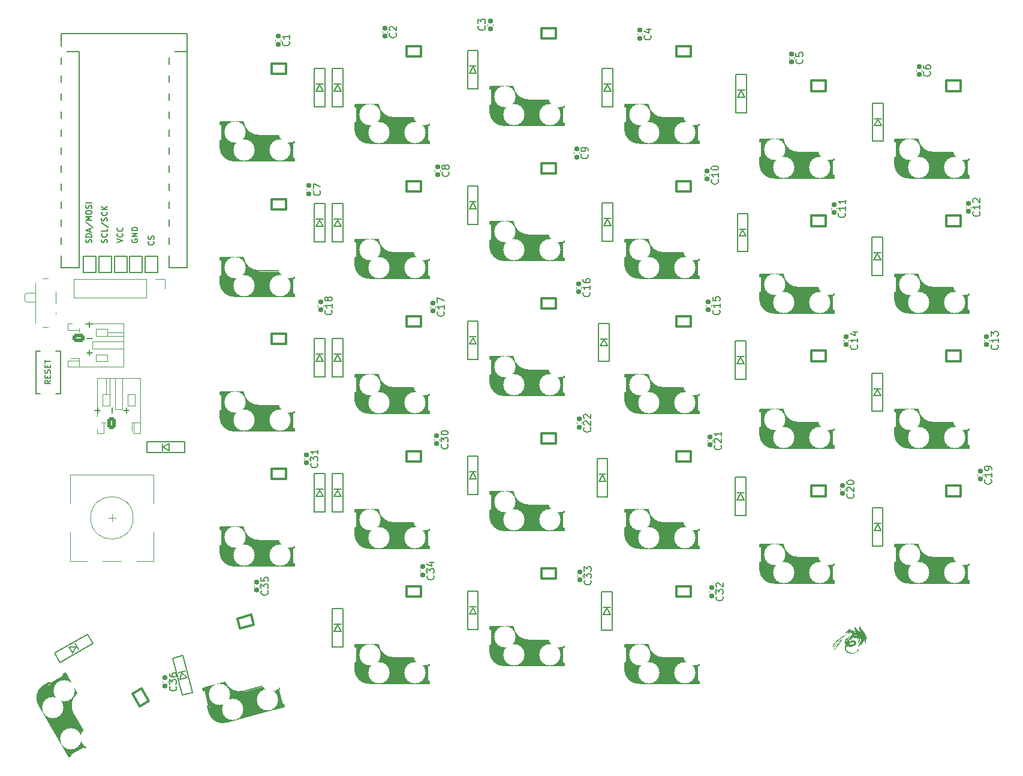
<source format=gto>
G04 #@! TF.GenerationSoftware,KiCad,Pcbnew,8.99.0-3407-g6a48e2c35a*
G04 #@! TF.CreationDate,2025-03-01T11:14:55+00:00*
G04 #@! TF.ProjectId,DragonBoard,44726167-6f6e-4426-9f61-72642e6b6963,rev?*
G04 #@! TF.SameCoordinates,Original*
G04 #@! TF.FileFunction,Legend,Top*
G04 #@! TF.FilePolarity,Positive*
%FSLAX46Y46*%
G04 Gerber Fmt 4.6, Leading zero omitted, Abs format (unit mm)*
G04 Created by KiCad (PCBNEW 8.99.0-3407-g6a48e2c35a) date 2025-03-01 11:14:55*
%MOMM*%
%LPD*%
G01*
G04 APERTURE LIST*
G04 Aperture macros list*
%AMRoundRect*
0 Rectangle with rounded corners*
0 $1 Rounding radius*
0 $2 $3 $4 $5 $6 $7 $8 $9 X,Y pos of 4 corners*
0 Add a 4 corners polygon primitive as box body*
4,1,4,$2,$3,$4,$5,$6,$7,$8,$9,$2,$3,0*
0 Add four circle primitives for the rounded corners*
1,1,$1+$1,$2,$3*
1,1,$1+$1,$4,$5*
1,1,$1+$1,$6,$7*
1,1,$1+$1,$8,$9*
0 Add four rect primitives between the rounded corners*
20,1,$1+$1,$2,$3,$4,$5,0*
20,1,$1+$1,$4,$5,$6,$7,0*
20,1,$1+$1,$6,$7,$8,$9,0*
20,1,$1+$1,$8,$9,$2,$3,0*%
%AMRotRect*
0 Rectangle, with rotation*
0 The origin of the aperture is its center*
0 $1 length*
0 $2 width*
0 $3 Rotation angle, in degrees counterclockwise*
0 Add horizontal line*
21,1,$1,$2,0,0,$3*%
G04 Aperture macros list end*
%ADD10C,0.150000*%
%ADD11C,0.120000*%
%ADD12C,0.300000*%
%ADD13C,0.500000*%
%ADD14C,0.800000*%
%ADD15C,3.000000*%
%ADD16C,3.500000*%
%ADD17C,1.000000*%
%ADD18C,0.400000*%
%ADD19C,0.000000*%
%ADD20C,1.524000*%
%ADD21C,4.700000*%
%ADD22R,1.000000X0.600000*%
%ADD23R,0.950000X1.300000*%
%ADD24R,1.300000X0.950000*%
%ADD25RotRect,1.300000X0.950000X210.000000*%
%ADD26C,4.000000*%
%ADD27C,1.397000*%
%ADD28C,2.000000*%
%ADD29R,2.000000X3.200000*%
%ADD30RotRect,1.300000X0.950000X285.000000*%
%ADD31RoundRect,0.155000X-0.155000X0.212500X-0.155000X-0.212500X0.155000X-0.212500X0.155000X0.212500X0*%
%ADD32C,1.900000*%
%ADD33C,1.700000*%
%ADD34C,3.000000*%
%ADD35C,4.100000*%
%ADD36R,1.600000X1.000000*%
%ADD37R,2.300000X2.000000*%
%ADD38RotRect,1.600000X1.000000X120.000000*%
%ADD39RotRect,2.300000X2.000000X300.000000*%
%ADD40RoundRect,0.250000X0.625000X-0.350000X0.625000X0.350000X-0.625000X0.350000X-0.625000X-0.350000X0*%
%ADD41O,1.750000X1.200000*%
%ADD42RoundRect,0.155000X0.155000X-0.212500X0.155000X0.212500X-0.155000X0.212500X-0.155000X-0.212500X0*%
%ADD43R,0.800000X1.000000*%
%ADD44C,0.900000*%
%ADD45R,1.500000X0.700000*%
%ADD46RoundRect,0.250000X0.350000X0.625000X-0.350000X0.625000X-0.350000X-0.625000X0.350000X-0.625000X0*%
%ADD47O,1.200000X1.750000*%
%ADD48RotRect,1.600000X1.000000X195.000000*%
%ADD49RotRect,2.300000X2.000000X15.000000*%
G04 APERTURE END LIST*
D10*
X95855372Y-83673016D02*
X96617277Y-83673016D01*
X96236324Y-84053969D02*
X96236324Y-83292064D01*
X95858168Y-79616506D02*
X96620073Y-79616506D01*
X96239120Y-79997459D02*
X96239120Y-79235554D01*
X98673176Y-68116719D02*
X98711271Y-68002433D01*
X98711271Y-68002433D02*
X98711271Y-67811957D01*
X98711271Y-67811957D02*
X98673176Y-67735766D01*
X98673176Y-67735766D02*
X98635080Y-67697671D01*
X98635080Y-67697671D02*
X98558890Y-67659576D01*
X98558890Y-67659576D02*
X98482699Y-67659576D01*
X98482699Y-67659576D02*
X98406509Y-67697671D01*
X98406509Y-67697671D02*
X98368414Y-67735766D01*
X98368414Y-67735766D02*
X98330318Y-67811957D01*
X98330318Y-67811957D02*
X98292223Y-67964338D01*
X98292223Y-67964338D02*
X98254128Y-68040528D01*
X98254128Y-68040528D02*
X98216033Y-68078623D01*
X98216033Y-68078623D02*
X98139842Y-68116719D01*
X98139842Y-68116719D02*
X98063652Y-68116719D01*
X98063652Y-68116719D02*
X97987461Y-68078623D01*
X97987461Y-68078623D02*
X97949366Y-68040528D01*
X97949366Y-68040528D02*
X97911271Y-67964338D01*
X97911271Y-67964338D02*
X97911271Y-67773861D01*
X97911271Y-67773861D02*
X97949366Y-67659576D01*
X98635080Y-66859575D02*
X98673176Y-66897671D01*
X98673176Y-66897671D02*
X98711271Y-67011956D01*
X98711271Y-67011956D02*
X98711271Y-67088147D01*
X98711271Y-67088147D02*
X98673176Y-67202433D01*
X98673176Y-67202433D02*
X98596985Y-67278623D01*
X98596985Y-67278623D02*
X98520795Y-67316718D01*
X98520795Y-67316718D02*
X98368414Y-67354814D01*
X98368414Y-67354814D02*
X98254128Y-67354814D01*
X98254128Y-67354814D02*
X98101747Y-67316718D01*
X98101747Y-67316718D02*
X98025556Y-67278623D01*
X98025556Y-67278623D02*
X97949366Y-67202433D01*
X97949366Y-67202433D02*
X97911271Y-67088147D01*
X97911271Y-67088147D02*
X97911271Y-67011956D01*
X97911271Y-67011956D02*
X97949366Y-66897671D01*
X97949366Y-66897671D02*
X97987461Y-66859575D01*
X98711271Y-66135766D02*
X98711271Y-66516718D01*
X98711271Y-66516718D02*
X97911271Y-66516718D01*
X97873176Y-65297671D02*
X98901747Y-65983385D01*
X98673176Y-65069100D02*
X98711271Y-64954814D01*
X98711271Y-64954814D02*
X98711271Y-64764338D01*
X98711271Y-64764338D02*
X98673176Y-64688147D01*
X98673176Y-64688147D02*
X98635080Y-64650052D01*
X98635080Y-64650052D02*
X98558890Y-64611957D01*
X98558890Y-64611957D02*
X98482699Y-64611957D01*
X98482699Y-64611957D02*
X98406509Y-64650052D01*
X98406509Y-64650052D02*
X98368414Y-64688147D01*
X98368414Y-64688147D02*
X98330318Y-64764338D01*
X98330318Y-64764338D02*
X98292223Y-64916719D01*
X98292223Y-64916719D02*
X98254128Y-64992909D01*
X98254128Y-64992909D02*
X98216033Y-65031004D01*
X98216033Y-65031004D02*
X98139842Y-65069100D01*
X98139842Y-65069100D02*
X98063652Y-65069100D01*
X98063652Y-65069100D02*
X97987461Y-65031004D01*
X97987461Y-65031004D02*
X97949366Y-64992909D01*
X97949366Y-64992909D02*
X97911271Y-64916719D01*
X97911271Y-64916719D02*
X97911271Y-64726242D01*
X97911271Y-64726242D02*
X97949366Y-64611957D01*
X98635080Y-63811956D02*
X98673176Y-63850052D01*
X98673176Y-63850052D02*
X98711271Y-63964337D01*
X98711271Y-63964337D02*
X98711271Y-64040528D01*
X98711271Y-64040528D02*
X98673176Y-64154814D01*
X98673176Y-64154814D02*
X98596985Y-64231004D01*
X98596985Y-64231004D02*
X98520795Y-64269099D01*
X98520795Y-64269099D02*
X98368414Y-64307195D01*
X98368414Y-64307195D02*
X98254128Y-64307195D01*
X98254128Y-64307195D02*
X98101747Y-64269099D01*
X98101747Y-64269099D02*
X98025556Y-64231004D01*
X98025556Y-64231004D02*
X97949366Y-64154814D01*
X97949366Y-64154814D02*
X97911271Y-64040528D01*
X97911271Y-64040528D02*
X97911271Y-63964337D01*
X97911271Y-63964337D02*
X97949366Y-63850052D01*
X97949366Y-63850052D02*
X97987461Y-63811956D01*
X98711271Y-63469099D02*
X97911271Y-63469099D01*
X98711271Y-63011956D02*
X98254128Y-63354814D01*
X97911271Y-63011956D02*
X98368414Y-63469099D01*
X102249366Y-67659576D02*
X102211271Y-67735766D01*
X102211271Y-67735766D02*
X102211271Y-67850052D01*
X102211271Y-67850052D02*
X102249366Y-67964338D01*
X102249366Y-67964338D02*
X102325556Y-68040528D01*
X102325556Y-68040528D02*
X102401747Y-68078623D01*
X102401747Y-68078623D02*
X102554128Y-68116719D01*
X102554128Y-68116719D02*
X102668414Y-68116719D01*
X102668414Y-68116719D02*
X102820795Y-68078623D01*
X102820795Y-68078623D02*
X102896985Y-68040528D01*
X102896985Y-68040528D02*
X102973176Y-67964338D01*
X102973176Y-67964338D02*
X103011271Y-67850052D01*
X103011271Y-67850052D02*
X103011271Y-67773861D01*
X103011271Y-67773861D02*
X102973176Y-67659576D01*
X102973176Y-67659576D02*
X102935080Y-67621480D01*
X102935080Y-67621480D02*
X102668414Y-67621480D01*
X102668414Y-67621480D02*
X102668414Y-67773861D01*
X103011271Y-67278623D02*
X102211271Y-67278623D01*
X102211271Y-67278623D02*
X103011271Y-66821480D01*
X103011271Y-66821480D02*
X102211271Y-66821480D01*
X103011271Y-66440528D02*
X102211271Y-66440528D01*
X102211271Y-66440528D02*
X102211271Y-66250052D01*
X102211271Y-66250052D02*
X102249366Y-66135766D01*
X102249366Y-66135766D02*
X102325556Y-66059576D01*
X102325556Y-66059576D02*
X102401747Y-66021481D01*
X102401747Y-66021481D02*
X102554128Y-65983385D01*
X102554128Y-65983385D02*
X102668414Y-65983385D01*
X102668414Y-65983385D02*
X102820795Y-66021481D01*
X102820795Y-66021481D02*
X102896985Y-66059576D01*
X102896985Y-66059576D02*
X102973176Y-66135766D01*
X102973176Y-66135766D02*
X103011271Y-66250052D01*
X103011271Y-66250052D02*
X103011271Y-66440528D01*
X101412986Y-92183591D02*
X101412986Y-91421687D01*
X101793939Y-91802639D02*
X101032034Y-91802639D01*
X95858168Y-81676506D02*
X96620073Y-81676506D01*
X100111271Y-68092909D02*
X100911271Y-67826242D01*
X100911271Y-67826242D02*
X100111271Y-67559576D01*
X100835080Y-66835766D02*
X100873176Y-66873862D01*
X100873176Y-66873862D02*
X100911271Y-66988147D01*
X100911271Y-66988147D02*
X100911271Y-67064338D01*
X100911271Y-67064338D02*
X100873176Y-67178624D01*
X100873176Y-67178624D02*
X100796985Y-67254814D01*
X100796985Y-67254814D02*
X100720795Y-67292909D01*
X100720795Y-67292909D02*
X100568414Y-67331005D01*
X100568414Y-67331005D02*
X100454128Y-67331005D01*
X100454128Y-67331005D02*
X100301747Y-67292909D01*
X100301747Y-67292909D02*
X100225556Y-67254814D01*
X100225556Y-67254814D02*
X100149366Y-67178624D01*
X100149366Y-67178624D02*
X100111271Y-67064338D01*
X100111271Y-67064338D02*
X100111271Y-66988147D01*
X100111271Y-66988147D02*
X100149366Y-66873862D01*
X100149366Y-66873862D02*
X100187461Y-66835766D01*
X100835080Y-66035766D02*
X100873176Y-66073862D01*
X100873176Y-66073862D02*
X100911271Y-66188147D01*
X100911271Y-66188147D02*
X100911271Y-66264338D01*
X100911271Y-66264338D02*
X100873176Y-66378624D01*
X100873176Y-66378624D02*
X100796985Y-66454814D01*
X100796985Y-66454814D02*
X100720795Y-66492909D01*
X100720795Y-66492909D02*
X100568414Y-66531005D01*
X100568414Y-66531005D02*
X100454128Y-66531005D01*
X100454128Y-66531005D02*
X100301747Y-66492909D01*
X100301747Y-66492909D02*
X100225556Y-66454814D01*
X100225556Y-66454814D02*
X100149366Y-66378624D01*
X100149366Y-66378624D02*
X100111271Y-66264338D01*
X100111271Y-66264338D02*
X100111271Y-66188147D01*
X100111271Y-66188147D02*
X100149366Y-66073862D01*
X100149366Y-66073862D02*
X100187461Y-66035766D01*
X96463175Y-68116719D02*
X96501270Y-68002433D01*
X96501270Y-68002433D02*
X96501270Y-67811957D01*
X96501270Y-67811957D02*
X96463175Y-67735766D01*
X96463175Y-67735766D02*
X96425079Y-67697671D01*
X96425079Y-67697671D02*
X96348889Y-67659576D01*
X96348889Y-67659576D02*
X96272698Y-67659576D01*
X96272698Y-67659576D02*
X96196508Y-67697671D01*
X96196508Y-67697671D02*
X96158413Y-67735766D01*
X96158413Y-67735766D02*
X96120317Y-67811957D01*
X96120317Y-67811957D02*
X96082222Y-67964338D01*
X96082222Y-67964338D02*
X96044127Y-68040528D01*
X96044127Y-68040528D02*
X96006032Y-68078623D01*
X96006032Y-68078623D02*
X95929841Y-68116719D01*
X95929841Y-68116719D02*
X95853651Y-68116719D01*
X95853651Y-68116719D02*
X95777460Y-68078623D01*
X95777460Y-68078623D02*
X95739365Y-68040528D01*
X95739365Y-68040528D02*
X95701270Y-67964338D01*
X95701270Y-67964338D02*
X95701270Y-67773861D01*
X95701270Y-67773861D02*
X95739365Y-67659576D01*
X96501270Y-67316718D02*
X95701270Y-67316718D01*
X95701270Y-67316718D02*
X95701270Y-67126242D01*
X95701270Y-67126242D02*
X95739365Y-67011956D01*
X95739365Y-67011956D02*
X95815555Y-66935766D01*
X95815555Y-66935766D02*
X95891746Y-66897671D01*
X95891746Y-66897671D02*
X96044127Y-66859575D01*
X96044127Y-66859575D02*
X96158413Y-66859575D01*
X96158413Y-66859575D02*
X96310794Y-66897671D01*
X96310794Y-66897671D02*
X96386984Y-66935766D01*
X96386984Y-66935766D02*
X96463175Y-67011956D01*
X96463175Y-67011956D02*
X96501270Y-67126242D01*
X96501270Y-67126242D02*
X96501270Y-67316718D01*
X96272698Y-66554814D02*
X96272698Y-66173861D01*
X96501270Y-66631004D02*
X95701270Y-66364337D01*
X95701270Y-66364337D02*
X96501270Y-66097671D01*
X95663175Y-65259576D02*
X96691746Y-65945290D01*
X96501270Y-64992909D02*
X95701270Y-64992909D01*
X95701270Y-64992909D02*
X96272698Y-64726243D01*
X96272698Y-64726243D02*
X95701270Y-64459576D01*
X95701270Y-64459576D02*
X96501270Y-64459576D01*
X95701270Y-63926242D02*
X95701270Y-63773861D01*
X95701270Y-63773861D02*
X95739365Y-63697671D01*
X95739365Y-63697671D02*
X95815555Y-63621480D01*
X95815555Y-63621480D02*
X95967936Y-63583385D01*
X95967936Y-63583385D02*
X96234603Y-63583385D01*
X96234603Y-63583385D02*
X96386984Y-63621480D01*
X96386984Y-63621480D02*
X96463175Y-63697671D01*
X96463175Y-63697671D02*
X96501270Y-63773861D01*
X96501270Y-63773861D02*
X96501270Y-63926242D01*
X96501270Y-63926242D02*
X96463175Y-64002433D01*
X96463175Y-64002433D02*
X96386984Y-64078623D01*
X96386984Y-64078623D02*
X96234603Y-64116719D01*
X96234603Y-64116719D02*
X95967936Y-64116719D01*
X95967936Y-64116719D02*
X95815555Y-64078623D01*
X95815555Y-64078623D02*
X95739365Y-64002433D01*
X95739365Y-64002433D02*
X95701270Y-63926242D01*
X96463175Y-63278624D02*
X96501270Y-63164338D01*
X96501270Y-63164338D02*
X96501270Y-62973862D01*
X96501270Y-62973862D02*
X96463175Y-62897671D01*
X96463175Y-62897671D02*
X96425079Y-62859576D01*
X96425079Y-62859576D02*
X96348889Y-62821481D01*
X96348889Y-62821481D02*
X96272698Y-62821481D01*
X96272698Y-62821481D02*
X96196508Y-62859576D01*
X96196508Y-62859576D02*
X96158413Y-62897671D01*
X96158413Y-62897671D02*
X96120317Y-62973862D01*
X96120317Y-62973862D02*
X96082222Y-63126243D01*
X96082222Y-63126243D02*
X96044127Y-63202433D01*
X96044127Y-63202433D02*
X96006032Y-63240528D01*
X96006032Y-63240528D02*
X95929841Y-63278624D01*
X95929841Y-63278624D02*
X95853651Y-63278624D01*
X95853651Y-63278624D02*
X95777460Y-63240528D01*
X95777460Y-63240528D02*
X95739365Y-63202433D01*
X95739365Y-63202433D02*
X95701270Y-63126243D01*
X95701270Y-63126243D02*
X95701270Y-62935766D01*
X95701270Y-62935766D02*
X95739365Y-62821481D01*
X96501270Y-62478623D02*
X95701270Y-62478623D01*
X99416476Y-92180795D02*
X99416476Y-91418891D01*
X105225224Y-67956336D02*
X105263320Y-67994432D01*
X105263320Y-67994432D02*
X105301415Y-68108717D01*
X105301415Y-68108717D02*
X105301415Y-68184908D01*
X105301415Y-68184908D02*
X105263320Y-68299194D01*
X105263320Y-68299194D02*
X105187129Y-68375384D01*
X105187129Y-68375384D02*
X105110939Y-68413479D01*
X105110939Y-68413479D02*
X104958558Y-68451575D01*
X104958558Y-68451575D02*
X104844272Y-68451575D01*
X104844272Y-68451575D02*
X104691891Y-68413479D01*
X104691891Y-68413479D02*
X104615700Y-68375384D01*
X104615700Y-68375384D02*
X104539510Y-68299194D01*
X104539510Y-68299194D02*
X104501415Y-68184908D01*
X104501415Y-68184908D02*
X104501415Y-68108717D01*
X104501415Y-68108717D02*
X104539510Y-67994432D01*
X104539510Y-67994432D02*
X104577605Y-67956336D01*
X105263320Y-67651575D02*
X105301415Y-67537289D01*
X105301415Y-67537289D02*
X105301415Y-67346813D01*
X105301415Y-67346813D02*
X105263320Y-67270622D01*
X105263320Y-67270622D02*
X105225224Y-67232527D01*
X105225224Y-67232527D02*
X105149034Y-67194432D01*
X105149034Y-67194432D02*
X105072843Y-67194432D01*
X105072843Y-67194432D02*
X104996653Y-67232527D01*
X104996653Y-67232527D02*
X104958558Y-67270622D01*
X104958558Y-67270622D02*
X104920462Y-67346813D01*
X104920462Y-67346813D02*
X104882367Y-67499194D01*
X104882367Y-67499194D02*
X104844272Y-67575384D01*
X104844272Y-67575384D02*
X104806177Y-67613479D01*
X104806177Y-67613479D02*
X104729986Y-67651575D01*
X104729986Y-67651575D02*
X104653796Y-67651575D01*
X104653796Y-67651575D02*
X104577605Y-67613479D01*
X104577605Y-67613479D02*
X104539510Y-67575384D01*
X104539510Y-67575384D02*
X104501415Y-67499194D01*
X104501415Y-67499194D02*
X104501415Y-67308717D01*
X104501415Y-67308717D02*
X104539510Y-67194432D01*
X97356476Y-92180795D02*
X97356476Y-91418891D01*
X97737429Y-91799843D02*
X96975524Y-91799843D01*
X166789283Y-75115497D02*
X166836903Y-75163116D01*
X166836903Y-75163116D02*
X166884522Y-75305973D01*
X166884522Y-75305973D02*
X166884522Y-75401211D01*
X166884522Y-75401211D02*
X166836903Y-75544068D01*
X166836903Y-75544068D02*
X166741664Y-75639306D01*
X166741664Y-75639306D02*
X166646426Y-75686925D01*
X166646426Y-75686925D02*
X166455950Y-75734544D01*
X166455950Y-75734544D02*
X166313093Y-75734544D01*
X166313093Y-75734544D02*
X166122617Y-75686925D01*
X166122617Y-75686925D02*
X166027379Y-75639306D01*
X166027379Y-75639306D02*
X165932141Y-75544068D01*
X165932141Y-75544068D02*
X165884522Y-75401211D01*
X165884522Y-75401211D02*
X165884522Y-75305973D01*
X165884522Y-75305973D02*
X165932141Y-75163116D01*
X165932141Y-75163116D02*
X165979760Y-75115497D01*
X166884522Y-74163116D02*
X166884522Y-74734544D01*
X166884522Y-74448830D02*
X165884522Y-74448830D01*
X165884522Y-74448830D02*
X166027379Y-74544068D01*
X166027379Y-74544068D02*
X166122617Y-74639306D01*
X166122617Y-74639306D02*
X166170236Y-74734544D01*
X165884522Y-73305973D02*
X165884522Y-73496449D01*
X165884522Y-73496449D02*
X165932141Y-73591687D01*
X165932141Y-73591687D02*
X165979760Y-73639306D01*
X165979760Y-73639306D02*
X166122617Y-73734544D01*
X166122617Y-73734544D02*
X166313093Y-73782163D01*
X166313093Y-73782163D02*
X166694045Y-73782163D01*
X166694045Y-73782163D02*
X166789283Y-73734544D01*
X166789283Y-73734544D02*
X166836903Y-73686925D01*
X166836903Y-73686925D02*
X166884522Y-73591687D01*
X166884522Y-73591687D02*
X166884522Y-73401211D01*
X166884522Y-73401211D02*
X166836903Y-73305973D01*
X166836903Y-73305973D02*
X166789283Y-73258354D01*
X166789283Y-73258354D02*
X166694045Y-73210735D01*
X166694045Y-73210735D02*
X166455950Y-73210735D01*
X166455950Y-73210735D02*
X166360712Y-73258354D01*
X166360712Y-73258354D02*
X166313093Y-73305973D01*
X166313093Y-73305973D02*
X166265474Y-73401211D01*
X166265474Y-73401211D02*
X166265474Y-73591687D01*
X166265474Y-73591687D02*
X166313093Y-73686925D01*
X166313093Y-73686925D02*
X166360712Y-73734544D01*
X166360712Y-73734544D02*
X166455950Y-73782163D01*
X185588776Y-118015497D02*
X185636396Y-118063116D01*
X185636396Y-118063116D02*
X185684015Y-118205973D01*
X185684015Y-118205973D02*
X185684015Y-118301211D01*
X185684015Y-118301211D02*
X185636396Y-118444068D01*
X185636396Y-118444068D02*
X185541157Y-118539306D01*
X185541157Y-118539306D02*
X185445919Y-118586925D01*
X185445919Y-118586925D02*
X185255443Y-118634544D01*
X185255443Y-118634544D02*
X185112586Y-118634544D01*
X185112586Y-118634544D02*
X184922110Y-118586925D01*
X184922110Y-118586925D02*
X184826872Y-118539306D01*
X184826872Y-118539306D02*
X184731634Y-118444068D01*
X184731634Y-118444068D02*
X184684015Y-118301211D01*
X184684015Y-118301211D02*
X184684015Y-118205973D01*
X184684015Y-118205973D02*
X184731634Y-118063116D01*
X184731634Y-118063116D02*
X184779253Y-118015497D01*
X184684015Y-117682163D02*
X184684015Y-117063116D01*
X184684015Y-117063116D02*
X185064967Y-117396449D01*
X185064967Y-117396449D02*
X185064967Y-117253592D01*
X185064967Y-117253592D02*
X185112586Y-117158354D01*
X185112586Y-117158354D02*
X185160205Y-117110735D01*
X185160205Y-117110735D02*
X185255443Y-117063116D01*
X185255443Y-117063116D02*
X185493538Y-117063116D01*
X185493538Y-117063116D02*
X185588776Y-117110735D01*
X185588776Y-117110735D02*
X185636396Y-117158354D01*
X185636396Y-117158354D02*
X185684015Y-117253592D01*
X185684015Y-117253592D02*
X185684015Y-117539306D01*
X185684015Y-117539306D02*
X185636396Y-117634544D01*
X185636396Y-117634544D02*
X185588776Y-117682163D01*
X184779253Y-116682163D02*
X184731634Y-116634544D01*
X184731634Y-116634544D02*
X184684015Y-116539306D01*
X184684015Y-116539306D02*
X184684015Y-116301211D01*
X184684015Y-116301211D02*
X184731634Y-116205973D01*
X184731634Y-116205973D02*
X184779253Y-116158354D01*
X184779253Y-116158354D02*
X184874491Y-116110735D01*
X184874491Y-116110735D02*
X184969729Y-116110735D01*
X184969729Y-116110735D02*
X185112586Y-116158354D01*
X185112586Y-116158354D02*
X185684015Y-116729782D01*
X185684015Y-116729782D02*
X185684015Y-116110735D01*
X196858700Y-42249306D02*
X196906320Y-42296925D01*
X196906320Y-42296925D02*
X196953939Y-42439782D01*
X196953939Y-42439782D02*
X196953939Y-42535020D01*
X196953939Y-42535020D02*
X196906320Y-42677877D01*
X196906320Y-42677877D02*
X196811081Y-42773115D01*
X196811081Y-42773115D02*
X196715843Y-42820734D01*
X196715843Y-42820734D02*
X196525367Y-42868353D01*
X196525367Y-42868353D02*
X196382510Y-42868353D01*
X196382510Y-42868353D02*
X196192034Y-42820734D01*
X196192034Y-42820734D02*
X196096796Y-42773115D01*
X196096796Y-42773115D02*
X196001558Y-42677877D01*
X196001558Y-42677877D02*
X195953939Y-42535020D01*
X195953939Y-42535020D02*
X195953939Y-42439782D01*
X195953939Y-42439782D02*
X196001558Y-42296925D01*
X196001558Y-42296925D02*
X196049177Y-42249306D01*
X195953939Y-41344544D02*
X195953939Y-41820734D01*
X195953939Y-41820734D02*
X196430129Y-41868353D01*
X196430129Y-41868353D02*
X196382510Y-41820734D01*
X196382510Y-41820734D02*
X196334891Y-41725496D01*
X196334891Y-41725496D02*
X196334891Y-41487401D01*
X196334891Y-41487401D02*
X196382510Y-41392163D01*
X196382510Y-41392163D02*
X196430129Y-41344544D01*
X196430129Y-41344544D02*
X196525367Y-41296925D01*
X196525367Y-41296925D02*
X196763462Y-41296925D01*
X196763462Y-41296925D02*
X196858700Y-41344544D01*
X196858700Y-41344544D02*
X196906320Y-41392163D01*
X196906320Y-41392163D02*
X196953939Y-41487401D01*
X196953939Y-41487401D02*
X196953939Y-41725496D01*
X196953939Y-41725496D02*
X196906320Y-41820734D01*
X196906320Y-41820734D02*
X196858700Y-41868353D01*
X224420301Y-82565497D02*
X224467921Y-82613116D01*
X224467921Y-82613116D02*
X224515540Y-82755973D01*
X224515540Y-82755973D02*
X224515540Y-82851211D01*
X224515540Y-82851211D02*
X224467921Y-82994068D01*
X224467921Y-82994068D02*
X224372682Y-83089306D01*
X224372682Y-83089306D02*
X224277444Y-83136925D01*
X224277444Y-83136925D02*
X224086968Y-83184544D01*
X224086968Y-83184544D02*
X223944111Y-83184544D01*
X223944111Y-83184544D02*
X223753635Y-83136925D01*
X223753635Y-83136925D02*
X223658397Y-83089306D01*
X223658397Y-83089306D02*
X223563159Y-82994068D01*
X223563159Y-82994068D02*
X223515540Y-82851211D01*
X223515540Y-82851211D02*
X223515540Y-82755973D01*
X223515540Y-82755973D02*
X223563159Y-82613116D01*
X223563159Y-82613116D02*
X223610778Y-82565497D01*
X224515540Y-81613116D02*
X224515540Y-82184544D01*
X224515540Y-81898830D02*
X223515540Y-81898830D01*
X223515540Y-81898830D02*
X223658397Y-81994068D01*
X223658397Y-81994068D02*
X223753635Y-82089306D01*
X223753635Y-82089306D02*
X223801254Y-82184544D01*
X223515540Y-81279782D02*
X223515540Y-80660735D01*
X223515540Y-80660735D02*
X223896492Y-80994068D01*
X223896492Y-80994068D02*
X223896492Y-80851211D01*
X223896492Y-80851211D02*
X223944111Y-80755973D01*
X223944111Y-80755973D02*
X223991730Y-80708354D01*
X223991730Y-80708354D02*
X224086968Y-80660735D01*
X224086968Y-80660735D02*
X224325063Y-80660735D01*
X224325063Y-80660735D02*
X224420301Y-80708354D01*
X224420301Y-80708354D02*
X224467921Y-80755973D01*
X224467921Y-80755973D02*
X224515540Y-80851211D01*
X224515540Y-80851211D02*
X224515540Y-81136925D01*
X224515540Y-81136925D02*
X224467921Y-81232163D01*
X224467921Y-81232163D02*
X224420301Y-81279782D01*
X121358700Y-117225497D02*
X121406320Y-117273116D01*
X121406320Y-117273116D02*
X121453939Y-117415973D01*
X121453939Y-117415973D02*
X121453939Y-117511211D01*
X121453939Y-117511211D02*
X121406320Y-117654068D01*
X121406320Y-117654068D02*
X121311081Y-117749306D01*
X121311081Y-117749306D02*
X121215843Y-117796925D01*
X121215843Y-117796925D02*
X121025367Y-117844544D01*
X121025367Y-117844544D02*
X120882510Y-117844544D01*
X120882510Y-117844544D02*
X120692034Y-117796925D01*
X120692034Y-117796925D02*
X120596796Y-117749306D01*
X120596796Y-117749306D02*
X120501558Y-117654068D01*
X120501558Y-117654068D02*
X120453939Y-117511211D01*
X120453939Y-117511211D02*
X120453939Y-117415973D01*
X120453939Y-117415973D02*
X120501558Y-117273116D01*
X120501558Y-117273116D02*
X120549177Y-117225497D01*
X120453939Y-116892163D02*
X120453939Y-116273116D01*
X120453939Y-116273116D02*
X120834891Y-116606449D01*
X120834891Y-116606449D02*
X120834891Y-116463592D01*
X120834891Y-116463592D02*
X120882510Y-116368354D01*
X120882510Y-116368354D02*
X120930129Y-116320735D01*
X120930129Y-116320735D02*
X121025367Y-116273116D01*
X121025367Y-116273116D02*
X121263462Y-116273116D01*
X121263462Y-116273116D02*
X121358700Y-116320735D01*
X121358700Y-116320735D02*
X121406320Y-116368354D01*
X121406320Y-116368354D02*
X121453939Y-116463592D01*
X121453939Y-116463592D02*
X121453939Y-116749306D01*
X121453939Y-116749306D02*
X121406320Y-116844544D01*
X121406320Y-116844544D02*
X121358700Y-116892163D01*
X120453939Y-115368354D02*
X120453939Y-115844544D01*
X120453939Y-115844544D02*
X120930129Y-115892163D01*
X120930129Y-115892163D02*
X120882510Y-115844544D01*
X120882510Y-115844544D02*
X120834891Y-115749306D01*
X120834891Y-115749306D02*
X120834891Y-115511211D01*
X120834891Y-115511211D02*
X120882510Y-115415973D01*
X120882510Y-115415973D02*
X120930129Y-115368354D01*
X120930129Y-115368354D02*
X121025367Y-115320735D01*
X121025367Y-115320735D02*
X121263462Y-115320735D01*
X121263462Y-115320735D02*
X121358700Y-115368354D01*
X121358700Y-115368354D02*
X121406320Y-115415973D01*
X121406320Y-115415973D02*
X121453939Y-115511211D01*
X121453939Y-115511211D02*
X121453939Y-115749306D01*
X121453939Y-115749306D02*
X121406320Y-115844544D01*
X121406320Y-115844544D02*
X121358700Y-115892163D01*
X130358700Y-77673851D02*
X130406320Y-77721470D01*
X130406320Y-77721470D02*
X130453939Y-77864327D01*
X130453939Y-77864327D02*
X130453939Y-77959565D01*
X130453939Y-77959565D02*
X130406320Y-78102422D01*
X130406320Y-78102422D02*
X130311081Y-78197660D01*
X130311081Y-78197660D02*
X130215843Y-78245279D01*
X130215843Y-78245279D02*
X130025367Y-78292898D01*
X130025367Y-78292898D02*
X129882510Y-78292898D01*
X129882510Y-78292898D02*
X129692034Y-78245279D01*
X129692034Y-78245279D02*
X129596796Y-78197660D01*
X129596796Y-78197660D02*
X129501558Y-78102422D01*
X129501558Y-78102422D02*
X129453939Y-77959565D01*
X129453939Y-77959565D02*
X129453939Y-77864327D01*
X129453939Y-77864327D02*
X129501558Y-77721470D01*
X129501558Y-77721470D02*
X129549177Y-77673851D01*
X130453939Y-76721470D02*
X130453939Y-77292898D01*
X130453939Y-77007184D02*
X129453939Y-77007184D01*
X129453939Y-77007184D02*
X129596796Y-77102422D01*
X129596796Y-77102422D02*
X129692034Y-77197660D01*
X129692034Y-77197660D02*
X129739653Y-77292898D01*
X129882510Y-76150041D02*
X129834891Y-76245279D01*
X129834891Y-76245279D02*
X129787272Y-76292898D01*
X129787272Y-76292898D02*
X129692034Y-76340517D01*
X129692034Y-76340517D02*
X129644415Y-76340517D01*
X129644415Y-76340517D02*
X129549177Y-76292898D01*
X129549177Y-76292898D02*
X129501558Y-76245279D01*
X129501558Y-76245279D02*
X129453939Y-76150041D01*
X129453939Y-76150041D02*
X129453939Y-75959565D01*
X129453939Y-75959565D02*
X129501558Y-75864327D01*
X129501558Y-75864327D02*
X129549177Y-75816708D01*
X129549177Y-75816708D02*
X129644415Y-75769089D01*
X129644415Y-75769089D02*
X129692034Y-75769089D01*
X129692034Y-75769089D02*
X129787272Y-75816708D01*
X129787272Y-75816708D02*
X129834891Y-75864327D01*
X129834891Y-75864327D02*
X129882510Y-75959565D01*
X129882510Y-75959565D02*
X129882510Y-76150041D01*
X129882510Y-76150041D02*
X129930129Y-76245279D01*
X129930129Y-76245279D02*
X129977748Y-76292898D01*
X129977748Y-76292898D02*
X130072986Y-76340517D01*
X130072986Y-76340517D02*
X130263462Y-76340517D01*
X130263462Y-76340517D02*
X130358700Y-76292898D01*
X130358700Y-76292898D02*
X130406320Y-76245279D01*
X130406320Y-76245279D02*
X130453939Y-76150041D01*
X130453939Y-76150041D02*
X130453939Y-75959565D01*
X130453939Y-75959565D02*
X130406320Y-75864327D01*
X130406320Y-75864327D02*
X130358700Y-75816708D01*
X130358700Y-75816708D02*
X130263462Y-75769089D01*
X130263462Y-75769089D02*
X130072986Y-75769089D01*
X130072986Y-75769089D02*
X129977748Y-75816708D01*
X129977748Y-75816708D02*
X129930129Y-75864327D01*
X129930129Y-75864327D02*
X129882510Y-75959565D01*
X166974238Y-115765497D02*
X167021858Y-115813116D01*
X167021858Y-115813116D02*
X167069477Y-115955973D01*
X167069477Y-115955973D02*
X167069477Y-116051211D01*
X167069477Y-116051211D02*
X167021858Y-116194068D01*
X167021858Y-116194068D02*
X166926619Y-116289306D01*
X166926619Y-116289306D02*
X166831381Y-116336925D01*
X166831381Y-116336925D02*
X166640905Y-116384544D01*
X166640905Y-116384544D02*
X166498048Y-116384544D01*
X166498048Y-116384544D02*
X166307572Y-116336925D01*
X166307572Y-116336925D02*
X166212334Y-116289306D01*
X166212334Y-116289306D02*
X166117096Y-116194068D01*
X166117096Y-116194068D02*
X166069477Y-116051211D01*
X166069477Y-116051211D02*
X166069477Y-115955973D01*
X166069477Y-115955973D02*
X166117096Y-115813116D01*
X166117096Y-115813116D02*
X166164715Y-115765497D01*
X166069477Y-115432163D02*
X166069477Y-114813116D01*
X166069477Y-114813116D02*
X166450429Y-115146449D01*
X166450429Y-115146449D02*
X166450429Y-115003592D01*
X166450429Y-115003592D02*
X166498048Y-114908354D01*
X166498048Y-114908354D02*
X166545667Y-114860735D01*
X166545667Y-114860735D02*
X166640905Y-114813116D01*
X166640905Y-114813116D02*
X166879000Y-114813116D01*
X166879000Y-114813116D02*
X166974238Y-114860735D01*
X166974238Y-114860735D02*
X167021858Y-114908354D01*
X167021858Y-114908354D02*
X167069477Y-115003592D01*
X167069477Y-115003592D02*
X167069477Y-115289306D01*
X167069477Y-115289306D02*
X167021858Y-115384544D01*
X167021858Y-115384544D02*
X166974238Y-115432163D01*
X166069477Y-114479782D02*
X166069477Y-113860735D01*
X166069477Y-113860735D02*
X166450429Y-114194068D01*
X166450429Y-114194068D02*
X166450429Y-114051211D01*
X166450429Y-114051211D02*
X166498048Y-113955973D01*
X166498048Y-113955973D02*
X166545667Y-113908354D01*
X166545667Y-113908354D02*
X166640905Y-113860735D01*
X166640905Y-113860735D02*
X166879000Y-113860735D01*
X166879000Y-113860735D02*
X166974238Y-113908354D01*
X166974238Y-113908354D02*
X167021858Y-113955973D01*
X167021858Y-113955973D02*
X167069477Y-114051211D01*
X167069477Y-114051211D02*
X167069477Y-114336925D01*
X167069477Y-114336925D02*
X167021858Y-114432163D01*
X167021858Y-114432163D02*
X166974238Y-114479782D01*
X223493973Y-101565497D02*
X223541593Y-101613116D01*
X223541593Y-101613116D02*
X223589212Y-101755973D01*
X223589212Y-101755973D02*
X223589212Y-101851211D01*
X223589212Y-101851211D02*
X223541593Y-101994068D01*
X223541593Y-101994068D02*
X223446354Y-102089306D01*
X223446354Y-102089306D02*
X223351116Y-102136925D01*
X223351116Y-102136925D02*
X223160640Y-102184544D01*
X223160640Y-102184544D02*
X223017783Y-102184544D01*
X223017783Y-102184544D02*
X222827307Y-102136925D01*
X222827307Y-102136925D02*
X222732069Y-102089306D01*
X222732069Y-102089306D02*
X222636831Y-101994068D01*
X222636831Y-101994068D02*
X222589212Y-101851211D01*
X222589212Y-101851211D02*
X222589212Y-101755973D01*
X222589212Y-101755973D02*
X222636831Y-101613116D01*
X222636831Y-101613116D02*
X222684450Y-101565497D01*
X223589212Y-100613116D02*
X223589212Y-101184544D01*
X223589212Y-100898830D02*
X222589212Y-100898830D01*
X222589212Y-100898830D02*
X222732069Y-100994068D01*
X222732069Y-100994068D02*
X222827307Y-101089306D01*
X222827307Y-101089306D02*
X222874926Y-101184544D01*
X223589212Y-100136925D02*
X223589212Y-99946449D01*
X223589212Y-99946449D02*
X223541593Y-99851211D01*
X223541593Y-99851211D02*
X223493973Y-99803592D01*
X223493973Y-99803592D02*
X223351116Y-99708354D01*
X223351116Y-99708354D02*
X223160640Y-99660735D01*
X223160640Y-99660735D02*
X222779688Y-99660735D01*
X222779688Y-99660735D02*
X222684450Y-99708354D01*
X222684450Y-99708354D02*
X222636831Y-99755973D01*
X222636831Y-99755973D02*
X222589212Y-99851211D01*
X222589212Y-99851211D02*
X222589212Y-100041687D01*
X222589212Y-100041687D02*
X222636831Y-100136925D01*
X222636831Y-100136925D02*
X222684450Y-100184544D01*
X222684450Y-100184544D02*
X222779688Y-100232163D01*
X222779688Y-100232163D02*
X223017783Y-100232163D01*
X223017783Y-100232163D02*
X223113021Y-100184544D01*
X223113021Y-100184544D02*
X223160640Y-100136925D01*
X223160640Y-100136925D02*
X223208259Y-100041687D01*
X223208259Y-100041687D02*
X223208259Y-99851211D01*
X223208259Y-99851211D02*
X223160640Y-99755973D01*
X223160640Y-99755973D02*
X223113021Y-99708354D01*
X223113021Y-99708354D02*
X223017783Y-99660735D01*
X108408944Y-130725497D02*
X108456564Y-130773116D01*
X108456564Y-130773116D02*
X108504183Y-130915973D01*
X108504183Y-130915973D02*
X108504183Y-131011211D01*
X108504183Y-131011211D02*
X108456564Y-131154068D01*
X108456564Y-131154068D02*
X108361325Y-131249306D01*
X108361325Y-131249306D02*
X108266087Y-131296925D01*
X108266087Y-131296925D02*
X108075611Y-131344544D01*
X108075611Y-131344544D02*
X107932754Y-131344544D01*
X107932754Y-131344544D02*
X107742278Y-131296925D01*
X107742278Y-131296925D02*
X107647040Y-131249306D01*
X107647040Y-131249306D02*
X107551802Y-131154068D01*
X107551802Y-131154068D02*
X107504183Y-131011211D01*
X107504183Y-131011211D02*
X107504183Y-130915973D01*
X107504183Y-130915973D02*
X107551802Y-130773116D01*
X107551802Y-130773116D02*
X107599421Y-130725497D01*
X107504183Y-130392163D02*
X107504183Y-129773116D01*
X107504183Y-129773116D02*
X107885135Y-130106449D01*
X107885135Y-130106449D02*
X107885135Y-129963592D01*
X107885135Y-129963592D02*
X107932754Y-129868354D01*
X107932754Y-129868354D02*
X107980373Y-129820735D01*
X107980373Y-129820735D02*
X108075611Y-129773116D01*
X108075611Y-129773116D02*
X108313706Y-129773116D01*
X108313706Y-129773116D02*
X108408944Y-129820735D01*
X108408944Y-129820735D02*
X108456564Y-129868354D01*
X108456564Y-129868354D02*
X108504183Y-129963592D01*
X108504183Y-129963592D02*
X108504183Y-130249306D01*
X108504183Y-130249306D02*
X108456564Y-130344544D01*
X108456564Y-130344544D02*
X108408944Y-130392163D01*
X107504183Y-128915973D02*
X107504183Y-129106449D01*
X107504183Y-129106449D02*
X107551802Y-129201687D01*
X107551802Y-129201687D02*
X107599421Y-129249306D01*
X107599421Y-129249306D02*
X107742278Y-129344544D01*
X107742278Y-129344544D02*
X107932754Y-129392163D01*
X107932754Y-129392163D02*
X108313706Y-129392163D01*
X108313706Y-129392163D02*
X108408944Y-129344544D01*
X108408944Y-129344544D02*
X108456564Y-129296925D01*
X108456564Y-129296925D02*
X108504183Y-129201687D01*
X108504183Y-129201687D02*
X108504183Y-129011211D01*
X108504183Y-129011211D02*
X108456564Y-128915973D01*
X108456564Y-128915973D02*
X108408944Y-128868354D01*
X108408944Y-128868354D02*
X108313706Y-128820735D01*
X108313706Y-128820735D02*
X108075611Y-128820735D01*
X108075611Y-128820735D02*
X107980373Y-128868354D01*
X107980373Y-128868354D02*
X107932754Y-128915973D01*
X107932754Y-128915973D02*
X107885135Y-129011211D01*
X107885135Y-129011211D02*
X107885135Y-129201687D01*
X107885135Y-129201687D02*
X107932754Y-129296925D01*
X107932754Y-129296925D02*
X107980373Y-129344544D01*
X107980373Y-129344544D02*
X108075611Y-129392163D01*
X185358700Y-96725497D02*
X185406320Y-96773116D01*
X185406320Y-96773116D02*
X185453939Y-96915973D01*
X185453939Y-96915973D02*
X185453939Y-97011211D01*
X185453939Y-97011211D02*
X185406320Y-97154068D01*
X185406320Y-97154068D02*
X185311081Y-97249306D01*
X185311081Y-97249306D02*
X185215843Y-97296925D01*
X185215843Y-97296925D02*
X185025367Y-97344544D01*
X185025367Y-97344544D02*
X184882510Y-97344544D01*
X184882510Y-97344544D02*
X184692034Y-97296925D01*
X184692034Y-97296925D02*
X184596796Y-97249306D01*
X184596796Y-97249306D02*
X184501558Y-97154068D01*
X184501558Y-97154068D02*
X184453939Y-97011211D01*
X184453939Y-97011211D02*
X184453939Y-96915973D01*
X184453939Y-96915973D02*
X184501558Y-96773116D01*
X184501558Y-96773116D02*
X184549177Y-96725497D01*
X184549177Y-96344544D02*
X184501558Y-96296925D01*
X184501558Y-96296925D02*
X184453939Y-96201687D01*
X184453939Y-96201687D02*
X184453939Y-95963592D01*
X184453939Y-95963592D02*
X184501558Y-95868354D01*
X184501558Y-95868354D02*
X184549177Y-95820735D01*
X184549177Y-95820735D02*
X184644415Y-95773116D01*
X184644415Y-95773116D02*
X184739653Y-95773116D01*
X184739653Y-95773116D02*
X184882510Y-95820735D01*
X184882510Y-95820735D02*
X185453939Y-96392163D01*
X185453939Y-96392163D02*
X185453939Y-95773116D01*
X185453939Y-94820735D02*
X185453939Y-95392163D01*
X185453939Y-95106449D02*
X184453939Y-95106449D01*
X184453939Y-95106449D02*
X184596796Y-95201687D01*
X184596796Y-95201687D02*
X184692034Y-95296925D01*
X184692034Y-95296925D02*
X184739653Y-95392163D01*
X144775413Y-115065497D02*
X144823033Y-115113116D01*
X144823033Y-115113116D02*
X144870652Y-115255973D01*
X144870652Y-115255973D02*
X144870652Y-115351211D01*
X144870652Y-115351211D02*
X144823033Y-115494068D01*
X144823033Y-115494068D02*
X144727794Y-115589306D01*
X144727794Y-115589306D02*
X144632556Y-115636925D01*
X144632556Y-115636925D02*
X144442080Y-115684544D01*
X144442080Y-115684544D02*
X144299223Y-115684544D01*
X144299223Y-115684544D02*
X144108747Y-115636925D01*
X144108747Y-115636925D02*
X144013509Y-115589306D01*
X144013509Y-115589306D02*
X143918271Y-115494068D01*
X143918271Y-115494068D02*
X143870652Y-115351211D01*
X143870652Y-115351211D02*
X143870652Y-115255973D01*
X143870652Y-115255973D02*
X143918271Y-115113116D01*
X143918271Y-115113116D02*
X143965890Y-115065497D01*
X143870652Y-114732163D02*
X143870652Y-114113116D01*
X143870652Y-114113116D02*
X144251604Y-114446449D01*
X144251604Y-114446449D02*
X144251604Y-114303592D01*
X144251604Y-114303592D02*
X144299223Y-114208354D01*
X144299223Y-114208354D02*
X144346842Y-114160735D01*
X144346842Y-114160735D02*
X144442080Y-114113116D01*
X144442080Y-114113116D02*
X144680175Y-114113116D01*
X144680175Y-114113116D02*
X144775413Y-114160735D01*
X144775413Y-114160735D02*
X144823033Y-114208354D01*
X144823033Y-114208354D02*
X144870652Y-114303592D01*
X144870652Y-114303592D02*
X144870652Y-114589306D01*
X144870652Y-114589306D02*
X144823033Y-114684544D01*
X144823033Y-114684544D02*
X144775413Y-114732163D01*
X144203985Y-113255973D02*
X144870652Y-113255973D01*
X143823033Y-113494068D02*
X144537318Y-113732163D01*
X144537318Y-113732163D02*
X144537318Y-113113116D01*
X166516956Y-55639107D02*
X166564576Y-55686726D01*
X166564576Y-55686726D02*
X166612195Y-55829583D01*
X166612195Y-55829583D02*
X166612195Y-55924821D01*
X166612195Y-55924821D02*
X166564576Y-56067678D01*
X166564576Y-56067678D02*
X166469337Y-56162916D01*
X166469337Y-56162916D02*
X166374099Y-56210535D01*
X166374099Y-56210535D02*
X166183623Y-56258154D01*
X166183623Y-56258154D02*
X166040766Y-56258154D01*
X166040766Y-56258154D02*
X165850290Y-56210535D01*
X165850290Y-56210535D02*
X165755052Y-56162916D01*
X165755052Y-56162916D02*
X165659814Y-56067678D01*
X165659814Y-56067678D02*
X165612195Y-55924821D01*
X165612195Y-55924821D02*
X165612195Y-55829583D01*
X165612195Y-55829583D02*
X165659814Y-55686726D01*
X165659814Y-55686726D02*
X165707433Y-55639107D01*
X166612195Y-55162916D02*
X166612195Y-54972440D01*
X166612195Y-54972440D02*
X166564576Y-54877202D01*
X166564576Y-54877202D02*
X166516956Y-54829583D01*
X166516956Y-54829583D02*
X166374099Y-54734345D01*
X166374099Y-54734345D02*
X166183623Y-54686726D01*
X166183623Y-54686726D02*
X165802671Y-54686726D01*
X165802671Y-54686726D02*
X165707433Y-54734345D01*
X165707433Y-54734345D02*
X165659814Y-54781964D01*
X165659814Y-54781964D02*
X165612195Y-54877202D01*
X165612195Y-54877202D02*
X165612195Y-55067678D01*
X165612195Y-55067678D02*
X165659814Y-55162916D01*
X165659814Y-55162916D02*
X165707433Y-55210535D01*
X165707433Y-55210535D02*
X165802671Y-55258154D01*
X165802671Y-55258154D02*
X166040766Y-55258154D01*
X166040766Y-55258154D02*
X166136004Y-55210535D01*
X166136004Y-55210535D02*
X166183623Y-55162916D01*
X166183623Y-55162916D02*
X166231242Y-55067678D01*
X166231242Y-55067678D02*
X166231242Y-54877202D01*
X166231242Y-54877202D02*
X166183623Y-54781964D01*
X166183623Y-54781964D02*
X166136004Y-54734345D01*
X166136004Y-54734345D02*
X166040766Y-54686726D01*
X204061610Y-103565497D02*
X204109230Y-103613116D01*
X204109230Y-103613116D02*
X204156849Y-103755973D01*
X204156849Y-103755973D02*
X204156849Y-103851211D01*
X204156849Y-103851211D02*
X204109230Y-103994068D01*
X204109230Y-103994068D02*
X204013991Y-104089306D01*
X204013991Y-104089306D02*
X203918753Y-104136925D01*
X203918753Y-104136925D02*
X203728277Y-104184544D01*
X203728277Y-104184544D02*
X203585420Y-104184544D01*
X203585420Y-104184544D02*
X203394944Y-104136925D01*
X203394944Y-104136925D02*
X203299706Y-104089306D01*
X203299706Y-104089306D02*
X203204468Y-103994068D01*
X203204468Y-103994068D02*
X203156849Y-103851211D01*
X203156849Y-103851211D02*
X203156849Y-103755973D01*
X203156849Y-103755973D02*
X203204468Y-103613116D01*
X203204468Y-103613116D02*
X203252087Y-103565497D01*
X203252087Y-103184544D02*
X203204468Y-103136925D01*
X203204468Y-103136925D02*
X203156849Y-103041687D01*
X203156849Y-103041687D02*
X203156849Y-102803592D01*
X203156849Y-102803592D02*
X203204468Y-102708354D01*
X203204468Y-102708354D02*
X203252087Y-102660735D01*
X203252087Y-102660735D02*
X203347325Y-102613116D01*
X203347325Y-102613116D02*
X203442563Y-102613116D01*
X203442563Y-102613116D02*
X203585420Y-102660735D01*
X203585420Y-102660735D02*
X204156849Y-103232163D01*
X204156849Y-103232163D02*
X204156849Y-102613116D01*
X203156849Y-101994068D02*
X203156849Y-101898830D01*
X203156849Y-101898830D02*
X203204468Y-101803592D01*
X203204468Y-101803592D02*
X203252087Y-101755973D01*
X203252087Y-101755973D02*
X203347325Y-101708354D01*
X203347325Y-101708354D02*
X203537801Y-101660735D01*
X203537801Y-101660735D02*
X203775896Y-101660735D01*
X203775896Y-101660735D02*
X203966372Y-101708354D01*
X203966372Y-101708354D02*
X204061610Y-101755973D01*
X204061610Y-101755973D02*
X204109230Y-101803592D01*
X204109230Y-101803592D02*
X204156849Y-101898830D01*
X204156849Y-101898830D02*
X204156849Y-101994068D01*
X204156849Y-101994068D02*
X204109230Y-102089306D01*
X204109230Y-102089306D02*
X204061610Y-102136925D01*
X204061610Y-102136925D02*
X203966372Y-102184544D01*
X203966372Y-102184544D02*
X203775896Y-102232163D01*
X203775896Y-102232163D02*
X203537801Y-102232163D01*
X203537801Y-102232163D02*
X203347325Y-102184544D01*
X203347325Y-102184544D02*
X203252087Y-102136925D01*
X203252087Y-102136925D02*
X203204468Y-102089306D01*
X203204468Y-102089306D02*
X203156849Y-101994068D01*
X202846833Y-63962818D02*
X202894453Y-64010437D01*
X202894453Y-64010437D02*
X202942072Y-64153294D01*
X202942072Y-64153294D02*
X202942072Y-64248532D01*
X202942072Y-64248532D02*
X202894453Y-64391389D01*
X202894453Y-64391389D02*
X202799214Y-64486627D01*
X202799214Y-64486627D02*
X202703976Y-64534246D01*
X202703976Y-64534246D02*
X202513500Y-64581865D01*
X202513500Y-64581865D02*
X202370643Y-64581865D01*
X202370643Y-64581865D02*
X202180167Y-64534246D01*
X202180167Y-64534246D02*
X202084929Y-64486627D01*
X202084929Y-64486627D02*
X201989691Y-64391389D01*
X201989691Y-64391389D02*
X201942072Y-64248532D01*
X201942072Y-64248532D02*
X201942072Y-64153294D01*
X201942072Y-64153294D02*
X201989691Y-64010437D01*
X201989691Y-64010437D02*
X202037310Y-63962818D01*
X202942072Y-63010437D02*
X202942072Y-63581865D01*
X202942072Y-63296151D02*
X201942072Y-63296151D01*
X201942072Y-63296151D02*
X202084929Y-63391389D01*
X202084929Y-63391389D02*
X202180167Y-63486627D01*
X202180167Y-63486627D02*
X202227786Y-63581865D01*
X202942072Y-62058056D02*
X202942072Y-62629484D01*
X202942072Y-62343770D02*
X201942072Y-62343770D01*
X201942072Y-62343770D02*
X202084929Y-62439008D01*
X202084929Y-62439008D02*
X202180167Y-62534246D01*
X202180167Y-62534246D02*
X202227786Y-62629484D01*
X146221802Y-77865497D02*
X146269422Y-77913116D01*
X146269422Y-77913116D02*
X146317041Y-78055973D01*
X146317041Y-78055973D02*
X146317041Y-78151211D01*
X146317041Y-78151211D02*
X146269422Y-78294068D01*
X146269422Y-78294068D02*
X146174183Y-78389306D01*
X146174183Y-78389306D02*
X146078945Y-78436925D01*
X146078945Y-78436925D02*
X145888469Y-78484544D01*
X145888469Y-78484544D02*
X145745612Y-78484544D01*
X145745612Y-78484544D02*
X145555136Y-78436925D01*
X145555136Y-78436925D02*
X145459898Y-78389306D01*
X145459898Y-78389306D02*
X145364660Y-78294068D01*
X145364660Y-78294068D02*
X145317041Y-78151211D01*
X145317041Y-78151211D02*
X145317041Y-78055973D01*
X145317041Y-78055973D02*
X145364660Y-77913116D01*
X145364660Y-77913116D02*
X145412279Y-77865497D01*
X146317041Y-76913116D02*
X146317041Y-77484544D01*
X146317041Y-77198830D02*
X145317041Y-77198830D01*
X145317041Y-77198830D02*
X145459898Y-77294068D01*
X145459898Y-77294068D02*
X145555136Y-77389306D01*
X145555136Y-77389306D02*
X145602755Y-77484544D01*
X145317041Y-76579782D02*
X145317041Y-75913116D01*
X145317041Y-75913116D02*
X146317041Y-76341687D01*
X146885866Y-58139306D02*
X146933486Y-58186925D01*
X146933486Y-58186925D02*
X146981105Y-58329782D01*
X146981105Y-58329782D02*
X146981105Y-58425020D01*
X146981105Y-58425020D02*
X146933486Y-58567877D01*
X146933486Y-58567877D02*
X146838247Y-58663115D01*
X146838247Y-58663115D02*
X146743009Y-58710734D01*
X146743009Y-58710734D02*
X146552533Y-58758353D01*
X146552533Y-58758353D02*
X146409676Y-58758353D01*
X146409676Y-58758353D02*
X146219200Y-58710734D01*
X146219200Y-58710734D02*
X146123962Y-58663115D01*
X146123962Y-58663115D02*
X146028724Y-58567877D01*
X146028724Y-58567877D02*
X145981105Y-58425020D01*
X145981105Y-58425020D02*
X145981105Y-58329782D01*
X145981105Y-58329782D02*
X146028724Y-58186925D01*
X146028724Y-58186925D02*
X146076343Y-58139306D01*
X146409676Y-57567877D02*
X146362057Y-57663115D01*
X146362057Y-57663115D02*
X146314438Y-57710734D01*
X146314438Y-57710734D02*
X146219200Y-57758353D01*
X146219200Y-57758353D02*
X146171581Y-57758353D01*
X146171581Y-57758353D02*
X146076343Y-57710734D01*
X146076343Y-57710734D02*
X146028724Y-57663115D01*
X146028724Y-57663115D02*
X145981105Y-57567877D01*
X145981105Y-57567877D02*
X145981105Y-57377401D01*
X145981105Y-57377401D02*
X146028724Y-57282163D01*
X146028724Y-57282163D02*
X146076343Y-57234544D01*
X146076343Y-57234544D02*
X146171581Y-57186925D01*
X146171581Y-57186925D02*
X146219200Y-57186925D01*
X146219200Y-57186925D02*
X146314438Y-57234544D01*
X146314438Y-57234544D02*
X146362057Y-57282163D01*
X146362057Y-57282163D02*
X146409676Y-57377401D01*
X146409676Y-57377401D02*
X146409676Y-57567877D01*
X146409676Y-57567877D02*
X146457295Y-57663115D01*
X146457295Y-57663115D02*
X146504914Y-57710734D01*
X146504914Y-57710734D02*
X146600152Y-57758353D01*
X146600152Y-57758353D02*
X146790628Y-57758353D01*
X146790628Y-57758353D02*
X146885866Y-57710734D01*
X146885866Y-57710734D02*
X146933486Y-57663115D01*
X146933486Y-57663115D02*
X146981105Y-57567877D01*
X146981105Y-57567877D02*
X146981105Y-57377401D01*
X146981105Y-57377401D02*
X146933486Y-57282163D01*
X146933486Y-57282163D02*
X146885866Y-57234544D01*
X146885866Y-57234544D02*
X146790628Y-57186925D01*
X146790628Y-57186925D02*
X146600152Y-57186925D01*
X146600152Y-57186925D02*
X146504914Y-57234544D01*
X146504914Y-57234544D02*
X146457295Y-57282163D01*
X146457295Y-57282163D02*
X146409676Y-57377401D01*
X175437016Y-38889306D02*
X175484636Y-38936925D01*
X175484636Y-38936925D02*
X175532255Y-39079782D01*
X175532255Y-39079782D02*
X175532255Y-39175020D01*
X175532255Y-39175020D02*
X175484636Y-39317877D01*
X175484636Y-39317877D02*
X175389397Y-39413115D01*
X175389397Y-39413115D02*
X175294159Y-39460734D01*
X175294159Y-39460734D02*
X175103683Y-39508353D01*
X175103683Y-39508353D02*
X174960826Y-39508353D01*
X174960826Y-39508353D02*
X174770350Y-39460734D01*
X174770350Y-39460734D02*
X174675112Y-39413115D01*
X174675112Y-39413115D02*
X174579874Y-39317877D01*
X174579874Y-39317877D02*
X174532255Y-39175020D01*
X174532255Y-39175020D02*
X174532255Y-39079782D01*
X174532255Y-39079782D02*
X174579874Y-38936925D01*
X174579874Y-38936925D02*
X174627493Y-38889306D01*
X174865588Y-38032163D02*
X175532255Y-38032163D01*
X174484636Y-38270258D02*
X175198921Y-38508353D01*
X175198921Y-38508353D02*
X175198921Y-37889306D01*
X139479578Y-38571286D02*
X139527198Y-38618905D01*
X139527198Y-38618905D02*
X139574817Y-38761762D01*
X139574817Y-38761762D02*
X139574817Y-38857000D01*
X139574817Y-38857000D02*
X139527198Y-38999857D01*
X139527198Y-38999857D02*
X139431959Y-39095095D01*
X139431959Y-39095095D02*
X139336721Y-39142714D01*
X139336721Y-39142714D02*
X139146245Y-39190333D01*
X139146245Y-39190333D02*
X139003388Y-39190333D01*
X139003388Y-39190333D02*
X138812912Y-39142714D01*
X138812912Y-39142714D02*
X138717674Y-39095095D01*
X138717674Y-39095095D02*
X138622436Y-38999857D01*
X138622436Y-38999857D02*
X138574817Y-38857000D01*
X138574817Y-38857000D02*
X138574817Y-38761762D01*
X138574817Y-38761762D02*
X138622436Y-38618905D01*
X138622436Y-38618905D02*
X138670055Y-38571286D01*
X138670055Y-38190333D02*
X138622436Y-38142714D01*
X138622436Y-38142714D02*
X138574817Y-38047476D01*
X138574817Y-38047476D02*
X138574817Y-37809381D01*
X138574817Y-37809381D02*
X138622436Y-37714143D01*
X138622436Y-37714143D02*
X138670055Y-37666524D01*
X138670055Y-37666524D02*
X138765293Y-37618905D01*
X138765293Y-37618905D02*
X138860531Y-37618905D01*
X138860531Y-37618905D02*
X139003388Y-37666524D01*
X139003388Y-37666524D02*
X139574817Y-38237952D01*
X139574817Y-38237952D02*
X139574817Y-37618905D01*
X124358700Y-39749306D02*
X124406320Y-39796925D01*
X124406320Y-39796925D02*
X124453939Y-39939782D01*
X124453939Y-39939782D02*
X124453939Y-40035020D01*
X124453939Y-40035020D02*
X124406320Y-40177877D01*
X124406320Y-40177877D02*
X124311081Y-40273115D01*
X124311081Y-40273115D02*
X124215843Y-40320734D01*
X124215843Y-40320734D02*
X124025367Y-40368353D01*
X124025367Y-40368353D02*
X123882510Y-40368353D01*
X123882510Y-40368353D02*
X123692034Y-40320734D01*
X123692034Y-40320734D02*
X123596796Y-40273115D01*
X123596796Y-40273115D02*
X123501558Y-40177877D01*
X123501558Y-40177877D02*
X123453939Y-40035020D01*
X123453939Y-40035020D02*
X123453939Y-39939782D01*
X123453939Y-39939782D02*
X123501558Y-39796925D01*
X123501558Y-39796925D02*
X123549177Y-39749306D01*
X124453939Y-38796925D02*
X124453939Y-39368353D01*
X124453939Y-39082639D02*
X123453939Y-39082639D01*
X123453939Y-39082639D02*
X123596796Y-39177877D01*
X123596796Y-39177877D02*
X123692034Y-39273115D01*
X123692034Y-39273115D02*
X123739653Y-39368353D01*
X166899949Y-94215497D02*
X166947569Y-94263116D01*
X166947569Y-94263116D02*
X166995188Y-94405973D01*
X166995188Y-94405973D02*
X166995188Y-94501211D01*
X166995188Y-94501211D02*
X166947569Y-94644068D01*
X166947569Y-94644068D02*
X166852330Y-94739306D01*
X166852330Y-94739306D02*
X166757092Y-94786925D01*
X166757092Y-94786925D02*
X166566616Y-94834544D01*
X166566616Y-94834544D02*
X166423759Y-94834544D01*
X166423759Y-94834544D02*
X166233283Y-94786925D01*
X166233283Y-94786925D02*
X166138045Y-94739306D01*
X166138045Y-94739306D02*
X166042807Y-94644068D01*
X166042807Y-94644068D02*
X165995188Y-94501211D01*
X165995188Y-94501211D02*
X165995188Y-94405973D01*
X165995188Y-94405973D02*
X166042807Y-94263116D01*
X166042807Y-94263116D02*
X166090426Y-94215497D01*
X166090426Y-93834544D02*
X166042807Y-93786925D01*
X166042807Y-93786925D02*
X165995188Y-93691687D01*
X165995188Y-93691687D02*
X165995188Y-93453592D01*
X165995188Y-93453592D02*
X166042807Y-93358354D01*
X166042807Y-93358354D02*
X166090426Y-93310735D01*
X166090426Y-93310735D02*
X166185664Y-93263116D01*
X166185664Y-93263116D02*
X166280902Y-93263116D01*
X166280902Y-93263116D02*
X166423759Y-93310735D01*
X166423759Y-93310735D02*
X166995188Y-93882163D01*
X166995188Y-93882163D02*
X166995188Y-93263116D01*
X166090426Y-92882163D02*
X166042807Y-92834544D01*
X166042807Y-92834544D02*
X165995188Y-92739306D01*
X165995188Y-92739306D02*
X165995188Y-92501211D01*
X165995188Y-92501211D02*
X166042807Y-92405973D01*
X166042807Y-92405973D02*
X166090426Y-92358354D01*
X166090426Y-92358354D02*
X166185664Y-92310735D01*
X166185664Y-92310735D02*
X166280902Y-92310735D01*
X166280902Y-92310735D02*
X166423759Y-92358354D01*
X166423759Y-92358354D02*
X166995188Y-92929782D01*
X166995188Y-92929782D02*
X166995188Y-92310735D01*
X90701415Y-87564544D02*
X90320462Y-87831211D01*
X90701415Y-88021687D02*
X89901415Y-88021687D01*
X89901415Y-88021687D02*
X89901415Y-87716925D01*
X89901415Y-87716925D02*
X89939510Y-87640735D01*
X89939510Y-87640735D02*
X89977605Y-87602640D01*
X89977605Y-87602640D02*
X90053796Y-87564544D01*
X90053796Y-87564544D02*
X90168081Y-87564544D01*
X90168081Y-87564544D02*
X90244272Y-87602640D01*
X90244272Y-87602640D02*
X90282367Y-87640735D01*
X90282367Y-87640735D02*
X90320462Y-87716925D01*
X90320462Y-87716925D02*
X90320462Y-88021687D01*
X90282367Y-87221687D02*
X90282367Y-86955021D01*
X90701415Y-86840735D02*
X90701415Y-87221687D01*
X90701415Y-87221687D02*
X89901415Y-87221687D01*
X89901415Y-87221687D02*
X89901415Y-86840735D01*
X90663320Y-86535973D02*
X90701415Y-86421687D01*
X90701415Y-86421687D02*
X90701415Y-86231211D01*
X90701415Y-86231211D02*
X90663320Y-86155020D01*
X90663320Y-86155020D02*
X90625224Y-86116925D01*
X90625224Y-86116925D02*
X90549034Y-86078830D01*
X90549034Y-86078830D02*
X90472843Y-86078830D01*
X90472843Y-86078830D02*
X90396653Y-86116925D01*
X90396653Y-86116925D02*
X90358558Y-86155020D01*
X90358558Y-86155020D02*
X90320462Y-86231211D01*
X90320462Y-86231211D02*
X90282367Y-86383592D01*
X90282367Y-86383592D02*
X90244272Y-86459782D01*
X90244272Y-86459782D02*
X90206177Y-86497877D01*
X90206177Y-86497877D02*
X90129986Y-86535973D01*
X90129986Y-86535973D02*
X90053796Y-86535973D01*
X90053796Y-86535973D02*
X89977605Y-86497877D01*
X89977605Y-86497877D02*
X89939510Y-86459782D01*
X89939510Y-86459782D02*
X89901415Y-86383592D01*
X89901415Y-86383592D02*
X89901415Y-86193115D01*
X89901415Y-86193115D02*
X89939510Y-86078830D01*
X90282367Y-85735972D02*
X90282367Y-85469306D01*
X90701415Y-85355020D02*
X90701415Y-85735972D01*
X90701415Y-85735972D02*
X89901415Y-85735972D01*
X89901415Y-85735972D02*
X89901415Y-85355020D01*
X89901415Y-85126448D02*
X89901415Y-84669305D01*
X90701415Y-84897877D02*
X89901415Y-84897877D01*
X152004725Y-37549306D02*
X152052345Y-37596925D01*
X152052345Y-37596925D02*
X152099964Y-37739782D01*
X152099964Y-37739782D02*
X152099964Y-37835020D01*
X152099964Y-37835020D02*
X152052345Y-37977877D01*
X152052345Y-37977877D02*
X151957106Y-38073115D01*
X151957106Y-38073115D02*
X151861868Y-38120734D01*
X151861868Y-38120734D02*
X151671392Y-38168353D01*
X151671392Y-38168353D02*
X151528535Y-38168353D01*
X151528535Y-38168353D02*
X151338059Y-38120734D01*
X151338059Y-38120734D02*
X151242821Y-38073115D01*
X151242821Y-38073115D02*
X151147583Y-37977877D01*
X151147583Y-37977877D02*
X151099964Y-37835020D01*
X151099964Y-37835020D02*
X151099964Y-37739782D01*
X151099964Y-37739782D02*
X151147583Y-37596925D01*
X151147583Y-37596925D02*
X151195202Y-37549306D01*
X151099964Y-37215972D02*
X151099964Y-36596925D01*
X151099964Y-36596925D02*
X151480916Y-36930258D01*
X151480916Y-36930258D02*
X151480916Y-36787401D01*
X151480916Y-36787401D02*
X151528535Y-36692163D01*
X151528535Y-36692163D02*
X151576154Y-36644544D01*
X151576154Y-36644544D02*
X151671392Y-36596925D01*
X151671392Y-36596925D02*
X151909487Y-36596925D01*
X151909487Y-36596925D02*
X152004725Y-36644544D01*
X152004725Y-36644544D02*
X152052345Y-36692163D01*
X152052345Y-36692163D02*
X152099964Y-36787401D01*
X152099964Y-36787401D02*
X152099964Y-37073115D01*
X152099964Y-37073115D02*
X152052345Y-37168353D01*
X152052345Y-37168353D02*
X152004725Y-37215972D01*
X184930052Y-59225497D02*
X184977672Y-59273116D01*
X184977672Y-59273116D02*
X185025291Y-59415973D01*
X185025291Y-59415973D02*
X185025291Y-59511211D01*
X185025291Y-59511211D02*
X184977672Y-59654068D01*
X184977672Y-59654068D02*
X184882433Y-59749306D01*
X184882433Y-59749306D02*
X184787195Y-59796925D01*
X184787195Y-59796925D02*
X184596719Y-59844544D01*
X184596719Y-59844544D02*
X184453862Y-59844544D01*
X184453862Y-59844544D02*
X184263386Y-59796925D01*
X184263386Y-59796925D02*
X184168148Y-59749306D01*
X184168148Y-59749306D02*
X184072910Y-59654068D01*
X184072910Y-59654068D02*
X184025291Y-59511211D01*
X184025291Y-59511211D02*
X184025291Y-59415973D01*
X184025291Y-59415973D02*
X184072910Y-59273116D01*
X184072910Y-59273116D02*
X184120529Y-59225497D01*
X185025291Y-58273116D02*
X185025291Y-58844544D01*
X185025291Y-58558830D02*
X184025291Y-58558830D01*
X184025291Y-58558830D02*
X184168148Y-58654068D01*
X184168148Y-58654068D02*
X184263386Y-58749306D01*
X184263386Y-58749306D02*
X184311005Y-58844544D01*
X184025291Y-57654068D02*
X184025291Y-57558830D01*
X184025291Y-57558830D02*
X184072910Y-57463592D01*
X184072910Y-57463592D02*
X184120529Y-57415973D01*
X184120529Y-57415973D02*
X184215767Y-57368354D01*
X184215767Y-57368354D02*
X184406243Y-57320735D01*
X184406243Y-57320735D02*
X184644338Y-57320735D01*
X184644338Y-57320735D02*
X184834814Y-57368354D01*
X184834814Y-57368354D02*
X184930052Y-57415973D01*
X184930052Y-57415973D02*
X184977672Y-57463592D01*
X184977672Y-57463592D02*
X185025291Y-57558830D01*
X185025291Y-57558830D02*
X185025291Y-57654068D01*
X185025291Y-57654068D02*
X184977672Y-57749306D01*
X184977672Y-57749306D02*
X184930052Y-57796925D01*
X184930052Y-57796925D02*
X184834814Y-57844544D01*
X184834814Y-57844544D02*
X184644338Y-57892163D01*
X184644338Y-57892163D02*
X184406243Y-57892163D01*
X184406243Y-57892163D02*
X184215767Y-57844544D01*
X184215767Y-57844544D02*
X184120529Y-57796925D01*
X184120529Y-57796925D02*
X184072910Y-57749306D01*
X184072910Y-57749306D02*
X184025291Y-57654068D01*
X185131962Y-77665497D02*
X185179582Y-77713116D01*
X185179582Y-77713116D02*
X185227201Y-77855973D01*
X185227201Y-77855973D02*
X185227201Y-77951211D01*
X185227201Y-77951211D02*
X185179582Y-78094068D01*
X185179582Y-78094068D02*
X185084343Y-78189306D01*
X185084343Y-78189306D02*
X184989105Y-78236925D01*
X184989105Y-78236925D02*
X184798629Y-78284544D01*
X184798629Y-78284544D02*
X184655772Y-78284544D01*
X184655772Y-78284544D02*
X184465296Y-78236925D01*
X184465296Y-78236925D02*
X184370058Y-78189306D01*
X184370058Y-78189306D02*
X184274820Y-78094068D01*
X184274820Y-78094068D02*
X184227201Y-77951211D01*
X184227201Y-77951211D02*
X184227201Y-77855973D01*
X184227201Y-77855973D02*
X184274820Y-77713116D01*
X184274820Y-77713116D02*
X184322439Y-77665497D01*
X185227201Y-76713116D02*
X185227201Y-77284544D01*
X185227201Y-76998830D02*
X184227201Y-76998830D01*
X184227201Y-76998830D02*
X184370058Y-77094068D01*
X184370058Y-77094068D02*
X184465296Y-77189306D01*
X184465296Y-77189306D02*
X184512915Y-77284544D01*
X184227201Y-75808354D02*
X184227201Y-76284544D01*
X184227201Y-76284544D02*
X184703391Y-76332163D01*
X184703391Y-76332163D02*
X184655772Y-76284544D01*
X184655772Y-76284544D02*
X184608153Y-76189306D01*
X184608153Y-76189306D02*
X184608153Y-75951211D01*
X184608153Y-75951211D02*
X184655772Y-75855973D01*
X184655772Y-75855973D02*
X184703391Y-75808354D01*
X184703391Y-75808354D02*
X184798629Y-75760735D01*
X184798629Y-75760735D02*
X185036724Y-75760735D01*
X185036724Y-75760735D02*
X185131962Y-75808354D01*
X185131962Y-75808354D02*
X185179582Y-75855973D01*
X185179582Y-75855973D02*
X185227201Y-75951211D01*
X185227201Y-75951211D02*
X185227201Y-76189306D01*
X185227201Y-76189306D02*
X185179582Y-76284544D01*
X185179582Y-76284544D02*
X185131962Y-76332163D01*
X146773264Y-96565497D02*
X146820884Y-96613116D01*
X146820884Y-96613116D02*
X146868503Y-96755973D01*
X146868503Y-96755973D02*
X146868503Y-96851211D01*
X146868503Y-96851211D02*
X146820884Y-96994068D01*
X146820884Y-96994068D02*
X146725645Y-97089306D01*
X146725645Y-97089306D02*
X146630407Y-97136925D01*
X146630407Y-97136925D02*
X146439931Y-97184544D01*
X146439931Y-97184544D02*
X146297074Y-97184544D01*
X146297074Y-97184544D02*
X146106598Y-97136925D01*
X146106598Y-97136925D02*
X146011360Y-97089306D01*
X146011360Y-97089306D02*
X145916122Y-96994068D01*
X145916122Y-96994068D02*
X145868503Y-96851211D01*
X145868503Y-96851211D02*
X145868503Y-96755973D01*
X145868503Y-96755973D02*
X145916122Y-96613116D01*
X145916122Y-96613116D02*
X145963741Y-96565497D01*
X145868503Y-96232163D02*
X145868503Y-95613116D01*
X145868503Y-95613116D02*
X146249455Y-95946449D01*
X146249455Y-95946449D02*
X146249455Y-95803592D01*
X146249455Y-95803592D02*
X146297074Y-95708354D01*
X146297074Y-95708354D02*
X146344693Y-95660735D01*
X146344693Y-95660735D02*
X146439931Y-95613116D01*
X146439931Y-95613116D02*
X146678026Y-95613116D01*
X146678026Y-95613116D02*
X146773264Y-95660735D01*
X146773264Y-95660735D02*
X146820884Y-95708354D01*
X146820884Y-95708354D02*
X146868503Y-95803592D01*
X146868503Y-95803592D02*
X146868503Y-96089306D01*
X146868503Y-96089306D02*
X146820884Y-96184544D01*
X146820884Y-96184544D02*
X146773264Y-96232163D01*
X145868503Y-94994068D02*
X145868503Y-94898830D01*
X145868503Y-94898830D02*
X145916122Y-94803592D01*
X145916122Y-94803592D02*
X145963741Y-94755973D01*
X145963741Y-94755973D02*
X146058979Y-94708354D01*
X146058979Y-94708354D02*
X146249455Y-94660735D01*
X146249455Y-94660735D02*
X146487550Y-94660735D01*
X146487550Y-94660735D02*
X146678026Y-94708354D01*
X146678026Y-94708354D02*
X146773264Y-94755973D01*
X146773264Y-94755973D02*
X146820884Y-94803592D01*
X146820884Y-94803592D02*
X146868503Y-94898830D01*
X146868503Y-94898830D02*
X146868503Y-94994068D01*
X146868503Y-94994068D02*
X146820884Y-95089306D01*
X146820884Y-95089306D02*
X146773264Y-95136925D01*
X146773264Y-95136925D02*
X146678026Y-95184544D01*
X146678026Y-95184544D02*
X146487550Y-95232163D01*
X146487550Y-95232163D02*
X146249455Y-95232163D01*
X146249455Y-95232163D02*
X146058979Y-95184544D01*
X146058979Y-95184544D02*
X145963741Y-95136925D01*
X145963741Y-95136925D02*
X145916122Y-95089306D01*
X145916122Y-95089306D02*
X145868503Y-94994068D01*
X128358700Y-99265497D02*
X128406320Y-99313116D01*
X128406320Y-99313116D02*
X128453939Y-99455973D01*
X128453939Y-99455973D02*
X128453939Y-99551211D01*
X128453939Y-99551211D02*
X128406320Y-99694068D01*
X128406320Y-99694068D02*
X128311081Y-99789306D01*
X128311081Y-99789306D02*
X128215843Y-99836925D01*
X128215843Y-99836925D02*
X128025367Y-99884544D01*
X128025367Y-99884544D02*
X127882510Y-99884544D01*
X127882510Y-99884544D02*
X127692034Y-99836925D01*
X127692034Y-99836925D02*
X127596796Y-99789306D01*
X127596796Y-99789306D02*
X127501558Y-99694068D01*
X127501558Y-99694068D02*
X127453939Y-99551211D01*
X127453939Y-99551211D02*
X127453939Y-99455973D01*
X127453939Y-99455973D02*
X127501558Y-99313116D01*
X127501558Y-99313116D02*
X127549177Y-99265497D01*
X127453939Y-98932163D02*
X127453939Y-98313116D01*
X127453939Y-98313116D02*
X127834891Y-98646449D01*
X127834891Y-98646449D02*
X127834891Y-98503592D01*
X127834891Y-98503592D02*
X127882510Y-98408354D01*
X127882510Y-98408354D02*
X127930129Y-98360735D01*
X127930129Y-98360735D02*
X128025367Y-98313116D01*
X128025367Y-98313116D02*
X128263462Y-98313116D01*
X128263462Y-98313116D02*
X128358700Y-98360735D01*
X128358700Y-98360735D02*
X128406320Y-98408354D01*
X128406320Y-98408354D02*
X128453939Y-98503592D01*
X128453939Y-98503592D02*
X128453939Y-98789306D01*
X128453939Y-98789306D02*
X128406320Y-98884544D01*
X128406320Y-98884544D02*
X128358700Y-98932163D01*
X128453939Y-97360735D02*
X128453939Y-97932163D01*
X128453939Y-97646449D02*
X127453939Y-97646449D01*
X127453939Y-97646449D02*
X127596796Y-97741687D01*
X127596796Y-97741687D02*
X127692034Y-97836925D01*
X127692034Y-97836925D02*
X127739653Y-97932163D01*
X204571289Y-82565497D02*
X204618909Y-82613116D01*
X204618909Y-82613116D02*
X204666528Y-82755973D01*
X204666528Y-82755973D02*
X204666528Y-82851211D01*
X204666528Y-82851211D02*
X204618909Y-82994068D01*
X204618909Y-82994068D02*
X204523670Y-83089306D01*
X204523670Y-83089306D02*
X204428432Y-83136925D01*
X204428432Y-83136925D02*
X204237956Y-83184544D01*
X204237956Y-83184544D02*
X204095099Y-83184544D01*
X204095099Y-83184544D02*
X203904623Y-83136925D01*
X203904623Y-83136925D02*
X203809385Y-83089306D01*
X203809385Y-83089306D02*
X203714147Y-82994068D01*
X203714147Y-82994068D02*
X203666528Y-82851211D01*
X203666528Y-82851211D02*
X203666528Y-82755973D01*
X203666528Y-82755973D02*
X203714147Y-82613116D01*
X203714147Y-82613116D02*
X203761766Y-82565497D01*
X204666528Y-81613116D02*
X204666528Y-82184544D01*
X204666528Y-81898830D02*
X203666528Y-81898830D01*
X203666528Y-81898830D02*
X203809385Y-81994068D01*
X203809385Y-81994068D02*
X203904623Y-82089306D01*
X203904623Y-82089306D02*
X203952242Y-82184544D01*
X203999861Y-80755973D02*
X204666528Y-80755973D01*
X203618909Y-80994068D02*
X204333194Y-81232163D01*
X204333194Y-81232163D02*
X204333194Y-80613116D01*
X221858700Y-63765497D02*
X221906320Y-63813116D01*
X221906320Y-63813116D02*
X221953939Y-63955973D01*
X221953939Y-63955973D02*
X221953939Y-64051211D01*
X221953939Y-64051211D02*
X221906320Y-64194068D01*
X221906320Y-64194068D02*
X221811081Y-64289306D01*
X221811081Y-64289306D02*
X221715843Y-64336925D01*
X221715843Y-64336925D02*
X221525367Y-64384544D01*
X221525367Y-64384544D02*
X221382510Y-64384544D01*
X221382510Y-64384544D02*
X221192034Y-64336925D01*
X221192034Y-64336925D02*
X221096796Y-64289306D01*
X221096796Y-64289306D02*
X221001558Y-64194068D01*
X221001558Y-64194068D02*
X220953939Y-64051211D01*
X220953939Y-64051211D02*
X220953939Y-63955973D01*
X220953939Y-63955973D02*
X221001558Y-63813116D01*
X221001558Y-63813116D02*
X221049177Y-63765497D01*
X221953939Y-62813116D02*
X221953939Y-63384544D01*
X221953939Y-63098830D02*
X220953939Y-63098830D01*
X220953939Y-63098830D02*
X221096796Y-63194068D01*
X221096796Y-63194068D02*
X221192034Y-63289306D01*
X221192034Y-63289306D02*
X221239653Y-63384544D01*
X221049177Y-62432163D02*
X221001558Y-62384544D01*
X221001558Y-62384544D02*
X220953939Y-62289306D01*
X220953939Y-62289306D02*
X220953939Y-62051211D01*
X220953939Y-62051211D02*
X221001558Y-61955973D01*
X221001558Y-61955973D02*
X221049177Y-61908354D01*
X221049177Y-61908354D02*
X221144415Y-61860735D01*
X221144415Y-61860735D02*
X221239653Y-61860735D01*
X221239653Y-61860735D02*
X221382510Y-61908354D01*
X221382510Y-61908354D02*
X221953939Y-62479782D01*
X221953939Y-62479782D02*
X221953939Y-61860735D01*
X128741225Y-60824062D02*
X128788845Y-60871681D01*
X128788845Y-60871681D02*
X128836464Y-61014538D01*
X128836464Y-61014538D02*
X128836464Y-61109776D01*
X128836464Y-61109776D02*
X128788845Y-61252633D01*
X128788845Y-61252633D02*
X128693606Y-61347871D01*
X128693606Y-61347871D02*
X128598368Y-61395490D01*
X128598368Y-61395490D02*
X128407892Y-61443109D01*
X128407892Y-61443109D02*
X128265035Y-61443109D01*
X128265035Y-61443109D02*
X128074559Y-61395490D01*
X128074559Y-61395490D02*
X127979321Y-61347871D01*
X127979321Y-61347871D02*
X127884083Y-61252633D01*
X127884083Y-61252633D02*
X127836464Y-61109776D01*
X127836464Y-61109776D02*
X127836464Y-61014538D01*
X127836464Y-61014538D02*
X127884083Y-60871681D01*
X127884083Y-60871681D02*
X127931702Y-60824062D01*
X127836464Y-60490728D02*
X127836464Y-59824062D01*
X127836464Y-59824062D02*
X128836464Y-60252633D01*
X214858700Y-44002177D02*
X214906320Y-44049796D01*
X214906320Y-44049796D02*
X214953939Y-44192653D01*
X214953939Y-44192653D02*
X214953939Y-44287891D01*
X214953939Y-44287891D02*
X214906320Y-44430748D01*
X214906320Y-44430748D02*
X214811081Y-44525986D01*
X214811081Y-44525986D02*
X214715843Y-44573605D01*
X214715843Y-44573605D02*
X214525367Y-44621224D01*
X214525367Y-44621224D02*
X214382510Y-44621224D01*
X214382510Y-44621224D02*
X214192034Y-44573605D01*
X214192034Y-44573605D02*
X214096796Y-44525986D01*
X214096796Y-44525986D02*
X214001558Y-44430748D01*
X214001558Y-44430748D02*
X213953939Y-44287891D01*
X213953939Y-44287891D02*
X213953939Y-44192653D01*
X213953939Y-44192653D02*
X214001558Y-44049796D01*
X214001558Y-44049796D02*
X214049177Y-44002177D01*
X213953939Y-43145034D02*
X213953939Y-43335510D01*
X213953939Y-43335510D02*
X214001558Y-43430748D01*
X214001558Y-43430748D02*
X214049177Y-43478367D01*
X214049177Y-43478367D02*
X214192034Y-43573605D01*
X214192034Y-43573605D02*
X214382510Y-43621224D01*
X214382510Y-43621224D02*
X214763462Y-43621224D01*
X214763462Y-43621224D02*
X214858700Y-43573605D01*
X214858700Y-43573605D02*
X214906320Y-43525986D01*
X214906320Y-43525986D02*
X214953939Y-43430748D01*
X214953939Y-43430748D02*
X214953939Y-43240272D01*
X214953939Y-43240272D02*
X214906320Y-43145034D01*
X214906320Y-43145034D02*
X214858700Y-43097415D01*
X214858700Y-43097415D02*
X214763462Y-43049796D01*
X214763462Y-43049796D02*
X214525367Y-43049796D01*
X214525367Y-43049796D02*
X214430129Y-43097415D01*
X214430129Y-43097415D02*
X214382510Y-43145034D01*
X214382510Y-43145034D02*
X214334891Y-43240272D01*
X214334891Y-43240272D02*
X214334891Y-43430748D01*
X214334891Y-43430748D02*
X214382510Y-43525986D01*
X214382510Y-43525986D02*
X214430129Y-43573605D01*
X214430129Y-43573605D02*
X214525367Y-43621224D01*
X92208815Y-38615745D02*
X92208815Y-71635745D01*
X92208815Y-41155745D02*
X92208815Y-71635745D01*
X92208815Y-71635745D02*
X94748815Y-71635745D01*
X94748815Y-41155745D02*
X92208815Y-41155745D01*
X94748815Y-71635745D02*
X94748815Y-41155745D01*
X107448815Y-41155745D02*
X107448815Y-71635745D01*
X107448815Y-71635745D02*
X109988815Y-71635745D01*
X109988815Y-38615745D02*
X92208815Y-38615745D01*
X109988815Y-41155745D02*
X107448815Y-41155745D01*
X109988815Y-71635745D02*
X109988815Y-38615745D01*
X109988815Y-71635745D02*
X109988815Y-41155745D01*
X101850100Y-70059600D02*
X103628100Y-70059600D01*
X101850100Y-72345600D02*
X101850100Y-70059600D01*
X103628100Y-70059600D02*
X103628100Y-72345600D01*
X103628100Y-72345600D02*
X101850100Y-72345600D01*
X99750100Y-70059600D02*
X101528100Y-70059600D01*
X99750100Y-72345600D02*
X99750100Y-70059600D01*
X101528100Y-70059600D02*
X101528100Y-72345600D01*
X101528100Y-72345600D02*
X99750100Y-72345600D01*
X97550100Y-70059600D02*
X99328100Y-70059600D01*
X97550100Y-72345600D02*
X97550100Y-70059600D01*
X99328100Y-70059600D02*
X99328100Y-72345600D01*
X99328100Y-72345600D02*
X97550100Y-72345600D01*
X127955000Y-43527000D02*
X127955000Y-48927000D01*
X128205000Y-46727000D02*
X128705000Y-45827000D01*
X128705000Y-45827000D02*
X129205000Y-46727000D01*
X129205000Y-45727000D02*
X128205000Y-45727000D01*
X129205000Y-46727000D02*
X128205000Y-46727000D01*
X129455000Y-43527000D02*
X127955000Y-43527000D01*
X129455000Y-48927000D02*
X127955000Y-48927000D01*
X129455000Y-48927000D02*
X129455000Y-43527000D01*
X130495000Y-43530000D02*
X130495000Y-48930000D01*
X130745000Y-46730000D02*
X131245000Y-45830000D01*
X131245000Y-45830000D02*
X131745000Y-46730000D01*
X131745000Y-45730000D02*
X130745000Y-45730000D01*
X131745000Y-46730000D02*
X130745000Y-46730000D01*
X131995000Y-43530000D02*
X130495000Y-43530000D01*
X131995000Y-48930000D02*
X130495000Y-48930000D01*
X131995000Y-48930000D02*
X131995000Y-43530000D01*
X149595000Y-41030000D02*
X149595000Y-46430000D01*
X149845000Y-44230000D02*
X150345000Y-43330000D01*
X150345000Y-43330000D02*
X150845000Y-44230000D01*
X150845000Y-43230000D02*
X149845000Y-43230000D01*
X150845000Y-44230000D02*
X149845000Y-44230000D01*
X151095000Y-41030000D02*
X149595000Y-41030000D01*
X151095000Y-46430000D02*
X149595000Y-46430000D01*
X151095000Y-46430000D02*
X151095000Y-41030000D01*
X168595000Y-43530000D02*
X168595000Y-48930000D01*
X168845000Y-46730000D02*
X169345000Y-45830000D01*
X169345000Y-45830000D02*
X169845000Y-46730000D01*
X169845000Y-45730000D02*
X168845000Y-45730000D01*
X169845000Y-46730000D02*
X168845000Y-46730000D01*
X170095000Y-43530000D02*
X168595000Y-43530000D01*
X170095000Y-48930000D02*
X168595000Y-48930000D01*
X170095000Y-48930000D02*
X170095000Y-43530000D01*
X187489100Y-44402600D02*
X187489100Y-49802600D01*
X187739100Y-47602600D02*
X188239100Y-46702600D01*
X188239100Y-46702600D02*
X188739100Y-47602600D01*
X188739100Y-46602600D02*
X187739100Y-46602600D01*
X188739100Y-47602600D02*
X187739100Y-47602600D01*
X188989100Y-44402600D02*
X187489100Y-44402600D01*
X188989100Y-49802600D02*
X187489100Y-49802600D01*
X188989100Y-49802600D02*
X188989100Y-44402600D01*
X206795000Y-48430000D02*
X206795000Y-53830000D01*
X207045000Y-51630000D02*
X207545000Y-50730000D01*
X207545000Y-50730000D02*
X208045000Y-51630000D01*
X208045000Y-50630000D02*
X207045000Y-50630000D01*
X208045000Y-51630000D02*
X207045000Y-51630000D01*
X208295000Y-48430000D02*
X206795000Y-48430000D01*
X208295000Y-53830000D02*
X206795000Y-53830000D01*
X208295000Y-53830000D02*
X208295000Y-48430000D01*
X127955000Y-81630000D02*
X127955000Y-87030000D01*
X128205000Y-84830000D02*
X128705000Y-83930000D01*
X128705000Y-83930000D02*
X129205000Y-84830000D01*
X129205000Y-83830000D02*
X128205000Y-83830000D01*
X129205000Y-84830000D02*
X128205000Y-84830000D01*
X129455000Y-81630000D02*
X127955000Y-81630000D01*
X129455000Y-87030000D02*
X127955000Y-87030000D01*
X129455000Y-87030000D02*
X129455000Y-81630000D01*
X127955000Y-100730000D02*
X127955000Y-106130000D01*
X128205000Y-103930000D02*
X128705000Y-103030000D01*
X128705000Y-103030000D02*
X129205000Y-103930000D01*
X129205000Y-102930000D02*
X128205000Y-102930000D01*
X129205000Y-103930000D02*
X128205000Y-103930000D01*
X129455000Y-100730000D02*
X127955000Y-100730000D01*
X129455000Y-106130000D02*
X127955000Y-106130000D01*
X129455000Y-106130000D02*
X129455000Y-100730000D01*
X104300000Y-96250000D02*
X104300000Y-97750000D01*
X104300000Y-97750000D02*
X109700000Y-97750000D01*
X106500000Y-96500000D02*
X106500000Y-97500000D01*
X106600000Y-97000000D02*
X107500000Y-96500000D01*
X107500000Y-96500000D02*
X107500000Y-97500000D01*
X107500000Y-97500000D02*
X106600000Y-97000000D01*
X109700000Y-96250000D02*
X104300000Y-96250000D01*
X109700000Y-96250000D02*
X109700000Y-97750000D01*
X92043731Y-127350519D02*
X91293731Y-126051481D01*
X92043731Y-127350519D02*
X96720269Y-124650519D01*
X93323987Y-125167987D02*
X94353410Y-125151000D01*
X93823987Y-126034013D02*
X93323987Y-125167987D01*
X94353410Y-125151000D02*
X93823987Y-126034013D01*
X94690013Y-125534013D02*
X94190013Y-124667987D01*
X95970269Y-123351481D02*
X91293731Y-126051481D01*
X96720269Y-124650519D02*
X95970269Y-123351481D01*
X95340100Y-70061900D02*
X97118100Y-70061900D01*
X95340100Y-72347900D02*
X95340100Y-70061900D01*
X97118100Y-70061900D02*
X97118100Y-72347900D01*
X97118100Y-72347900D02*
X95340100Y-72347900D01*
D11*
X94039400Y-73270000D02*
X94039400Y-75930000D01*
X104259400Y-73270000D02*
X94039400Y-73270000D01*
X104259400Y-73270000D02*
X104259400Y-75930000D01*
X104259400Y-75930000D02*
X94039400Y-75930000D01*
X105529400Y-73270000D02*
X106859400Y-73270000D01*
X106859400Y-73270000D02*
X106859400Y-74600000D01*
X93489121Y-104952640D02*
X93489121Y-100852640D01*
X93489121Y-113052640D02*
X93489121Y-108952640D01*
X95889121Y-113052640D02*
X93489121Y-113052640D01*
X99389121Y-106452640D02*
X99389121Y-107452640D01*
X99889121Y-106952640D02*
X98889121Y-106952640D01*
X100689121Y-113052640D02*
X98089121Y-113052640D01*
X105289121Y-100852640D02*
X93489121Y-100852640D01*
X105289121Y-104952640D02*
X105289121Y-100852640D01*
X105289121Y-108952640D02*
X105289121Y-113052640D01*
X105289121Y-113052640D02*
X102889121Y-113052640D01*
X102389121Y-106952640D02*
G75*
G02*
X96389121Y-106952640I-3000000J0D01*
G01*
X96389121Y-106952640D02*
G75*
G02*
X102389121Y-106952640I3000000J0D01*
G01*
D10*
X127955000Y-62630000D02*
X127955000Y-68030000D01*
X128205000Y-65830000D02*
X128705000Y-64930000D01*
X128705000Y-64930000D02*
X129205000Y-65830000D01*
X129205000Y-64830000D02*
X128205000Y-64830000D01*
X129205000Y-65830000D02*
X128205000Y-65830000D01*
X129455000Y-62630000D02*
X127955000Y-62630000D01*
X129455000Y-68030000D02*
X127955000Y-68030000D01*
X129455000Y-68030000D02*
X129455000Y-62630000D01*
X130495000Y-62630000D02*
X130495000Y-68030000D01*
X130745000Y-65830000D02*
X131245000Y-64930000D01*
X131245000Y-64930000D02*
X131745000Y-65830000D01*
X131745000Y-64830000D02*
X130745000Y-64830000D01*
X131745000Y-65830000D02*
X130745000Y-65830000D01*
X131995000Y-62630000D02*
X130495000Y-62630000D01*
X131995000Y-68030000D02*
X130495000Y-68030000D01*
X131995000Y-68030000D02*
X131995000Y-62630000D01*
X149595000Y-60120000D02*
X149595000Y-65520000D01*
X149845000Y-63320000D02*
X150345000Y-62420000D01*
X150345000Y-62420000D02*
X150845000Y-63320000D01*
X150845000Y-62320000D02*
X149845000Y-62320000D01*
X150845000Y-63320000D02*
X149845000Y-63320000D01*
X151095000Y-60120000D02*
X149595000Y-60120000D01*
X151095000Y-65520000D02*
X149595000Y-65520000D01*
X151095000Y-65520000D02*
X151095000Y-60120000D01*
X168595000Y-62530000D02*
X168595000Y-67930000D01*
X168845000Y-65730000D02*
X169345000Y-64830000D01*
X169345000Y-64830000D02*
X169845000Y-65730000D01*
X169845000Y-64730000D02*
X168845000Y-64730000D01*
X169845000Y-65730000D02*
X168845000Y-65730000D01*
X170095000Y-62530000D02*
X168595000Y-62530000D01*
X170095000Y-67930000D02*
X168595000Y-67930000D01*
X170095000Y-67930000D02*
X170095000Y-62530000D01*
X187689100Y-64002600D02*
X187689100Y-69402600D01*
X187939100Y-67202600D02*
X188439100Y-66302600D01*
X188439100Y-66302600D02*
X188939100Y-67202600D01*
X188939100Y-66202600D02*
X187939100Y-66202600D01*
X188939100Y-67202600D02*
X187939100Y-67202600D01*
X189189100Y-64002600D02*
X187689100Y-64002600D01*
X189189100Y-69402600D02*
X187689100Y-69402600D01*
X189189100Y-69402600D02*
X189189100Y-64002600D01*
X206695000Y-67330000D02*
X206695000Y-72730000D01*
X206945000Y-70530000D02*
X207445000Y-69630000D01*
X207445000Y-69630000D02*
X207945000Y-70530000D01*
X207945000Y-69530000D02*
X206945000Y-69530000D01*
X207945000Y-70530000D02*
X206945000Y-70530000D01*
X208195000Y-67330000D02*
X206695000Y-67330000D01*
X208195000Y-72730000D02*
X206695000Y-72730000D01*
X208195000Y-72730000D02*
X208195000Y-67330000D01*
X107950744Y-126747115D02*
X109348367Y-131963114D01*
X109020447Y-129773372D02*
X109270472Y-128774630D01*
X109270472Y-128774630D02*
X109986372Y-129514553D01*
X109399633Y-126358886D02*
X107950744Y-126747115D01*
X109727553Y-128548628D02*
X108761628Y-128807447D01*
X109986372Y-129514553D02*
X109020447Y-129773372D01*
X110797256Y-131574885D02*
X109348367Y-131963114D01*
X110797256Y-131574885D02*
X109399633Y-126358886D01*
X149595000Y-79220000D02*
X149595000Y-84620000D01*
X149845000Y-82420000D02*
X150345000Y-81520000D01*
X150345000Y-81520000D02*
X150845000Y-82420000D01*
X150845000Y-81420000D02*
X149845000Y-81420000D01*
X150845000Y-82420000D02*
X149845000Y-82420000D01*
X151095000Y-79220000D02*
X149595000Y-79220000D01*
X151095000Y-84620000D02*
X149595000Y-84620000D01*
X151095000Y-84620000D02*
X151095000Y-79220000D01*
X168089100Y-79502600D02*
X168089100Y-84902600D01*
X168339100Y-82702600D02*
X168839100Y-81802600D01*
X168839100Y-81802600D02*
X169339100Y-82702600D01*
X169339100Y-81702600D02*
X168339100Y-81702600D01*
X169339100Y-82702600D02*
X168339100Y-82702600D01*
X169589100Y-79502600D02*
X168089100Y-79502600D01*
X169589100Y-84902600D02*
X168089100Y-84902600D01*
X169589100Y-84902600D02*
X169589100Y-79502600D01*
X187389100Y-82002600D02*
X187389100Y-87402600D01*
X187639100Y-85202600D02*
X188139100Y-84302600D01*
X188139100Y-84302600D02*
X188639100Y-85202600D01*
X188639100Y-84202600D02*
X187639100Y-84202600D01*
X188639100Y-85202600D02*
X187639100Y-85202600D01*
X188889100Y-82002600D02*
X187389100Y-82002600D01*
X188889100Y-87402600D02*
X187389100Y-87402600D01*
X188889100Y-87402600D02*
X188889100Y-82002600D01*
X206695000Y-86530000D02*
X206695000Y-91930000D01*
X206945000Y-89730000D02*
X207445000Y-88830000D01*
X207445000Y-88830000D02*
X207945000Y-89730000D01*
X207945000Y-88730000D02*
X206945000Y-88730000D01*
X207945000Y-89730000D02*
X206945000Y-89730000D01*
X208195000Y-86530000D02*
X206695000Y-86530000D01*
X208195000Y-91930000D02*
X206695000Y-91930000D01*
X208195000Y-91930000D02*
X208195000Y-86530000D01*
X130495000Y-119730000D02*
X130495000Y-125130000D01*
X130745000Y-122930000D02*
X131245000Y-122030000D01*
X131245000Y-122030000D02*
X131745000Y-122930000D01*
X131745000Y-121930000D02*
X130745000Y-121930000D01*
X131745000Y-122930000D02*
X130745000Y-122930000D01*
X131995000Y-119730000D02*
X130495000Y-119730000D01*
X131995000Y-125130000D02*
X130495000Y-125130000D01*
X131995000Y-125130000D02*
X131995000Y-119730000D01*
X149595000Y-117320000D02*
X149595000Y-122720000D01*
X149845000Y-120520000D02*
X150345000Y-119620000D01*
X150345000Y-119620000D02*
X150845000Y-120520000D01*
X150845000Y-119520000D02*
X149845000Y-119520000D01*
X150845000Y-120520000D02*
X149845000Y-120520000D01*
X151095000Y-117320000D02*
X149595000Y-117320000D01*
X151095000Y-122720000D02*
X149595000Y-122720000D01*
X151095000Y-122720000D02*
X151095000Y-117320000D01*
X206745000Y-105530000D02*
X206745000Y-110930000D01*
X206995000Y-108730000D02*
X207495000Y-107830000D01*
X207495000Y-107830000D02*
X207995000Y-108730000D01*
X207995000Y-107730000D02*
X206995000Y-107730000D01*
X207995000Y-108730000D02*
X206995000Y-108730000D01*
X208245000Y-105530000D02*
X206745000Y-105530000D01*
X208245000Y-110930000D02*
X206745000Y-110930000D01*
X208245000Y-110930000D02*
X208245000Y-105530000D01*
X130495000Y-100730000D02*
X130495000Y-106130000D01*
X130745000Y-103930000D02*
X131245000Y-103030000D01*
X131245000Y-103030000D02*
X131745000Y-103930000D01*
X131745000Y-102930000D02*
X130745000Y-102930000D01*
X131745000Y-103930000D02*
X130745000Y-103930000D01*
X131995000Y-100730000D02*
X130495000Y-100730000D01*
X131995000Y-106130000D02*
X130495000Y-106130000D01*
X131995000Y-106130000D02*
X131995000Y-100730000D01*
X149595000Y-98220000D02*
X149595000Y-103620000D01*
X149845000Y-101420000D02*
X150345000Y-100520000D01*
X150345000Y-100520000D02*
X150845000Y-101420000D01*
X150845000Y-100420000D02*
X149845000Y-100420000D01*
X150845000Y-101420000D02*
X149845000Y-101420000D01*
X151095000Y-98220000D02*
X149595000Y-98220000D01*
X151095000Y-103620000D02*
X149595000Y-103620000D01*
X151095000Y-103620000D02*
X151095000Y-98220000D01*
X167889100Y-98602600D02*
X167889100Y-104002600D01*
X168139100Y-101802600D02*
X168639100Y-100902600D01*
X168639100Y-100902600D02*
X169139100Y-101802600D01*
X169139100Y-100802600D02*
X168139100Y-100802600D01*
X169139100Y-101802600D02*
X168139100Y-101802600D01*
X169389100Y-98602600D02*
X167889100Y-98602600D01*
X169389100Y-104002600D02*
X167889100Y-104002600D01*
X169389100Y-104002600D02*
X169389100Y-98602600D01*
X187389100Y-101202600D02*
X187389100Y-106602600D01*
X187639100Y-104402600D02*
X188139100Y-103502600D01*
X188139100Y-103502600D02*
X188639100Y-104402600D01*
X188639100Y-103402600D02*
X187639100Y-103402600D01*
X188639100Y-104402600D02*
X187639100Y-104402600D01*
X188889100Y-101202600D02*
X187389100Y-101202600D01*
X188889100Y-106602600D02*
X187389100Y-106602600D01*
X188889100Y-106602600D02*
X188889100Y-101202600D01*
X130495000Y-81630000D02*
X130495000Y-87030000D01*
X130745000Y-84830000D02*
X131245000Y-83930000D01*
X131245000Y-83930000D02*
X131745000Y-84830000D01*
X131745000Y-83830000D02*
X130745000Y-83830000D01*
X131745000Y-84830000D02*
X130745000Y-84830000D01*
X131995000Y-81630000D02*
X130495000Y-81630000D01*
X131995000Y-87030000D02*
X130495000Y-87030000D01*
X131995000Y-87030000D02*
X131995000Y-81630000D01*
X168489100Y-117402600D02*
X168489100Y-122802600D01*
X168739100Y-120602600D02*
X169239100Y-119702600D01*
X169239100Y-119702600D02*
X169739100Y-120602600D01*
X169739100Y-119602600D02*
X168739100Y-119602600D01*
X169739100Y-120602600D02*
X168739100Y-120602600D01*
X169989100Y-117402600D02*
X168489100Y-117402600D01*
X169989100Y-122802600D02*
X168489100Y-122802600D01*
X169989100Y-122802600D02*
X169989100Y-117402600D01*
D11*
X164909703Y-74356805D02*
X164909703Y-74588475D01*
X165629703Y-74356805D02*
X165629703Y-74588475D01*
D10*
X171800000Y-124799999D02*
X171800000Y-125159999D01*
X171800000Y-124799999D02*
X175080000Y-124799999D01*
X171800000Y-127399999D02*
X172000000Y-127399999D01*
X171800000Y-128399999D02*
X171800000Y-127399999D01*
D12*
X171900001Y-127499999D02*
X171900000Y-128399998D01*
D13*
X172000000Y-124999999D02*
X174700000Y-124999999D01*
D10*
X172000000Y-125159999D02*
X171800000Y-125159999D01*
X172030000Y-127399999D02*
X172030000Y-125159999D01*
D14*
X172400000Y-125299999D02*
X172400000Y-127099999D01*
D15*
X173530000Y-128799999D02*
X173530000Y-126559999D01*
D10*
X177300000Y-126699999D02*
X182300000Y-126699999D01*
D12*
X179070600Y-116574599D02*
X181120600Y-116574599D01*
X179070600Y-118024599D02*
X179070600Y-116574599D01*
D16*
X180300000Y-128499999D02*
X173600000Y-128499999D01*
D12*
X181120600Y-116574599D02*
X181120600Y-118024599D01*
X181120600Y-118024599D02*
X179070600Y-118024599D01*
D17*
X181600000Y-129699999D02*
X181600000Y-127199999D01*
D13*
X182000000Y-126999999D02*
X180600000Y-126999999D01*
D10*
X182080000Y-127699999D02*
X182080000Y-129949999D01*
D18*
X182100000Y-127599999D02*
X182100000Y-126899999D01*
D10*
X182100000Y-129949999D02*
X182300000Y-129949999D01*
D18*
X182100000Y-130099999D02*
X180700000Y-130099999D01*
D10*
X182300000Y-126699999D02*
X182300000Y-127699999D01*
X182300000Y-127699999D02*
X182100000Y-127699999D01*
X182300000Y-129949999D02*
X182300000Y-130299999D01*
X182300000Y-130299999D02*
X173900000Y-130300000D01*
X173900000Y-130300000D02*
G75*
G02*
X171799999Y-128399999I-100000J2000001D01*
G01*
D17*
X176900000Y-127099999D02*
G75*
G02*
X174683682Y-125221470I-65000J2170000D01*
G01*
D10*
X177300000Y-126699999D02*
G75*
G02*
X175083682Y-124821470I-65000J2170000D01*
G01*
X171800000Y-67652640D02*
X171800000Y-68012640D01*
X171800000Y-67652640D02*
X175080000Y-67652640D01*
X171800000Y-70252640D02*
X172000000Y-70252640D01*
X171800000Y-71252640D02*
X171800000Y-70252640D01*
D12*
X171900001Y-70352640D02*
X171900000Y-71252639D01*
D13*
X172000000Y-67852640D02*
X174700000Y-67852640D01*
D10*
X172000000Y-68012640D02*
X171800000Y-68012640D01*
X172030000Y-70252640D02*
X172030000Y-68012640D01*
D14*
X172400000Y-68152640D02*
X172400000Y-69952640D01*
D15*
X173530000Y-71652640D02*
X173530000Y-69412640D01*
D10*
X177300000Y-69552640D02*
X182300000Y-69552640D01*
D12*
X179070600Y-59427240D02*
X181120600Y-59427240D01*
X179070600Y-60877240D02*
X179070600Y-59427240D01*
D16*
X180300000Y-71352640D02*
X173600000Y-71352640D01*
D12*
X181120600Y-59427240D02*
X181120600Y-60877240D01*
X181120600Y-60877240D02*
X179070600Y-60877240D01*
D17*
X181600000Y-72552640D02*
X181600000Y-70052640D01*
D13*
X182000000Y-69852640D02*
X180600000Y-69852640D01*
D10*
X182080000Y-70552640D02*
X182080000Y-72802640D01*
D18*
X182100000Y-70452640D02*
X182100000Y-69752640D01*
D10*
X182100000Y-72802640D02*
X182300000Y-72802640D01*
D18*
X182100000Y-72952640D02*
X180700000Y-72952640D01*
D10*
X182300000Y-69552640D02*
X182300000Y-70552640D01*
X182300000Y-70552640D02*
X182100000Y-70552640D01*
X182300000Y-72802640D02*
X182300000Y-73152640D01*
X182300000Y-73152640D02*
X173900000Y-73152641D01*
X173900000Y-73152641D02*
G75*
G02*
X171799999Y-71252640I-100000J2000001D01*
G01*
D17*
X176900000Y-69952640D02*
G75*
G02*
X174683682Y-68074111I-65000J2170000D01*
G01*
D10*
X177300000Y-69552640D02*
G75*
G02*
X175083682Y-67674111I-65000J2170000D01*
G01*
X209900000Y-72549999D02*
X209900000Y-72909999D01*
X209900000Y-72549999D02*
X213180000Y-72549999D01*
X209900000Y-75149999D02*
X210100000Y-75149999D01*
X209900000Y-76149999D02*
X209900000Y-75149999D01*
D12*
X210000001Y-75249999D02*
X210000000Y-76149998D01*
D13*
X210100000Y-72749999D02*
X212800000Y-72749999D01*
D10*
X210100000Y-72909999D02*
X209900000Y-72909999D01*
X210130000Y-75149999D02*
X210130000Y-72909999D01*
D14*
X210500000Y-73049999D02*
X210500000Y-74849999D01*
D15*
X211630000Y-76549999D02*
X211630000Y-74309999D01*
D10*
X215400000Y-74449999D02*
X220400000Y-74449999D01*
D12*
X217170600Y-64324599D02*
X219220600Y-64324599D01*
X217170600Y-65774599D02*
X217170600Y-64324599D01*
D16*
X218400000Y-76249999D02*
X211700000Y-76249999D01*
D12*
X219220600Y-64324599D02*
X219220600Y-65774599D01*
X219220600Y-65774599D02*
X217170600Y-65774599D01*
D17*
X219700000Y-77449999D02*
X219700000Y-74949999D01*
D13*
X220100000Y-74749999D02*
X218700000Y-74749999D01*
D10*
X220180000Y-75449999D02*
X220180000Y-77699999D01*
D18*
X220200000Y-75349999D02*
X220200000Y-74649999D01*
D10*
X220200000Y-77699999D02*
X220400000Y-77699999D01*
D18*
X220200000Y-77849999D02*
X218800000Y-77849999D01*
D10*
X220400000Y-74449999D02*
X220400000Y-75449999D01*
X220400000Y-75449999D02*
X220200000Y-75449999D01*
X220400000Y-77699999D02*
X220400000Y-78049999D01*
X220400000Y-78049999D02*
X212000000Y-78050000D01*
X212000000Y-78050000D02*
G75*
G02*
X209899999Y-76149999I-100000J2000001D01*
G01*
D17*
X215000000Y-74849999D02*
G75*
G02*
X212783682Y-72971470I-65000J2170000D01*
G01*
D10*
X215400000Y-74449999D02*
G75*
G02*
X213183682Y-72571470I-65000J2170000D01*
G01*
D11*
X183709196Y-117256805D02*
X183709196Y-117488475D01*
X184429196Y-117256805D02*
X184429196Y-117488475D01*
X194979120Y-41966805D02*
X194979120Y-42198475D01*
X195699120Y-41966805D02*
X195699120Y-42198475D01*
X222540721Y-81806805D02*
X222540721Y-82038475D01*
X223260721Y-81806805D02*
X223260721Y-82038475D01*
D10*
X171800000Y-86700000D02*
X171800000Y-87060000D01*
X171800000Y-86700000D02*
X175080000Y-86700000D01*
X171800000Y-89300000D02*
X172000000Y-89300000D01*
X171800000Y-90300000D02*
X171800000Y-89300000D01*
D12*
X171900001Y-89400000D02*
X171900000Y-90299999D01*
D13*
X172000000Y-86900000D02*
X174700000Y-86900000D01*
D10*
X172000000Y-87060000D02*
X171800000Y-87060000D01*
X172030000Y-89300000D02*
X172030000Y-87060000D01*
D14*
X172400000Y-87200000D02*
X172400000Y-89000000D01*
D15*
X173530000Y-90700000D02*
X173530000Y-88460000D01*
D10*
X177300000Y-88600000D02*
X182300000Y-88600000D01*
D12*
X179070600Y-78474600D02*
X181120600Y-78474600D01*
X179070600Y-79924600D02*
X179070600Y-78474600D01*
D16*
X180300000Y-90400000D02*
X173600000Y-90400000D01*
D12*
X181120600Y-78474600D02*
X181120600Y-79924600D01*
X181120600Y-79924600D02*
X179070600Y-79924600D01*
D17*
X181600000Y-91600000D02*
X181600000Y-89100000D01*
D13*
X182000000Y-88900000D02*
X180600000Y-88900000D01*
D10*
X182080000Y-89600000D02*
X182080000Y-91850000D01*
D18*
X182100000Y-89500000D02*
X182100000Y-88800000D01*
D10*
X182100000Y-91850000D02*
X182300000Y-91850000D01*
D18*
X182100000Y-92000000D02*
X180700000Y-92000000D01*
D10*
X182300000Y-88600000D02*
X182300000Y-89600000D01*
X182300000Y-89600000D02*
X182100000Y-89600000D01*
X182300000Y-91850000D02*
X182300000Y-92200000D01*
X182300000Y-92200000D02*
X173900000Y-92200001D01*
X173900000Y-92200001D02*
G75*
G02*
X171799999Y-90300000I-100000J2000001D01*
G01*
D17*
X176900000Y-89000000D02*
G75*
G02*
X174683682Y-87121471I-65000J2170000D01*
G01*
D10*
X177300000Y-88600000D02*
G75*
G02*
X175083682Y-86721471I-65000J2170000D01*
G01*
D11*
X119479120Y-116466805D02*
X119479120Y-116698475D01*
X120199120Y-116466805D02*
X120199120Y-116698475D01*
D10*
X209900000Y-91599999D02*
X209900000Y-91959999D01*
X209900000Y-91599999D02*
X213180000Y-91599999D01*
X209900000Y-94199999D02*
X210100000Y-94199999D01*
X209900000Y-95199999D02*
X209900000Y-94199999D01*
D12*
X210000001Y-94299999D02*
X210000000Y-95199998D01*
D13*
X210100000Y-91799999D02*
X212800000Y-91799999D01*
D10*
X210100000Y-91959999D02*
X209900000Y-91959999D01*
X210130000Y-94199999D02*
X210130000Y-91959999D01*
D14*
X210500000Y-92099999D02*
X210500000Y-93899999D01*
D15*
X211630000Y-95599999D02*
X211630000Y-93359999D01*
D10*
X215400000Y-93499999D02*
X220400000Y-93499999D01*
D12*
X217170600Y-83374599D02*
X219220600Y-83374599D01*
X217170600Y-84824599D02*
X217170600Y-83374599D01*
D16*
X218400000Y-95299999D02*
X211700000Y-95299999D01*
D12*
X219220600Y-83374599D02*
X219220600Y-84824599D01*
X219220600Y-84824599D02*
X217170600Y-84824599D01*
D17*
X219700000Y-96499999D02*
X219700000Y-93999999D01*
D13*
X220100000Y-93799999D02*
X218700000Y-93799999D01*
D10*
X220180000Y-94499999D02*
X220180000Y-96749999D01*
D18*
X220200000Y-94399999D02*
X220200000Y-93699999D01*
D10*
X220200000Y-96749999D02*
X220400000Y-96749999D01*
D18*
X220200000Y-96899999D02*
X218800000Y-96899999D01*
D10*
X220400000Y-93499999D02*
X220400000Y-94499999D01*
X220400000Y-94499999D02*
X220200000Y-94499999D01*
X220400000Y-96749999D02*
X220400000Y-97099999D01*
X220400000Y-97099999D02*
X212000000Y-97100000D01*
X212000000Y-97100000D02*
G75*
G02*
X209899999Y-95199999I-100000J2000001D01*
G01*
D17*
X215000000Y-93899999D02*
G75*
G02*
X212783682Y-92021470I-65000J2170000D01*
G01*
D10*
X215400000Y-93499999D02*
G75*
G02*
X213183682Y-91621470I-65000J2170000D01*
G01*
D11*
X128479120Y-76915159D02*
X128479120Y-77146829D01*
X129199120Y-76915159D02*
X129199120Y-77146829D01*
X165094658Y-115006805D02*
X165094658Y-115238475D01*
X165814658Y-115006805D02*
X165814658Y-115238475D01*
D10*
X209900000Y-110650000D02*
X209900000Y-111010000D01*
X209900000Y-110650000D02*
X213180000Y-110650000D01*
X209900000Y-113250000D02*
X210100000Y-113250000D01*
X209900000Y-114250000D02*
X209900000Y-113250000D01*
D12*
X210000001Y-113350000D02*
X210000000Y-114249999D01*
D13*
X210100000Y-110850000D02*
X212800000Y-110850000D01*
D10*
X210100000Y-111010000D02*
X209900000Y-111010000D01*
X210130000Y-113250000D02*
X210130000Y-111010000D01*
D14*
X210500000Y-111150000D02*
X210500000Y-112950000D01*
D15*
X211630000Y-114650000D02*
X211630000Y-112410000D01*
D10*
X215400000Y-112550000D02*
X220400000Y-112550000D01*
D12*
X217170600Y-102424600D02*
X219220600Y-102424600D01*
X217170600Y-103874600D02*
X217170600Y-102424600D01*
D16*
X218400000Y-114350000D02*
X211700000Y-114350000D01*
D12*
X219220600Y-102424600D02*
X219220600Y-103874600D01*
X219220600Y-103874600D02*
X217170600Y-103874600D01*
D17*
X219700000Y-115550000D02*
X219700000Y-113050000D01*
D13*
X220100000Y-112850000D02*
X218700000Y-112850000D01*
D10*
X220180000Y-113550000D02*
X220180000Y-115800000D01*
D18*
X220200000Y-113450000D02*
X220200000Y-112750000D01*
D10*
X220200000Y-115800000D02*
X220400000Y-115800000D01*
D18*
X220200000Y-115950000D02*
X218800000Y-115950000D01*
D10*
X220400000Y-112550000D02*
X220400000Y-113550000D01*
X220400000Y-113550000D02*
X220200000Y-113550000D01*
X220400000Y-115800000D02*
X220400000Y-116150000D01*
X220400000Y-116150000D02*
X212000000Y-116150001D01*
X212000000Y-116150001D02*
G75*
G02*
X209899999Y-114250000I-100000J2000001D01*
G01*
D17*
X215000000Y-112950000D02*
G75*
G02*
X212783682Y-111071471I-65000J2170000D01*
G01*
D10*
X215400000Y-112550000D02*
G75*
G02*
X213183682Y-110671471I-65000J2170000D01*
G01*
X114650000Y-89200000D02*
X114650000Y-89560000D01*
X114650000Y-89200000D02*
X117930000Y-89200000D01*
X114650000Y-91800000D02*
X114850000Y-91800000D01*
X114650000Y-92800000D02*
X114650000Y-91800000D01*
D12*
X114750001Y-91900000D02*
X114750000Y-92799999D01*
D13*
X114850000Y-89400000D02*
X117550000Y-89400000D01*
D10*
X114850000Y-89560000D02*
X114650000Y-89560000D01*
X114880000Y-91800000D02*
X114880000Y-89560000D01*
D14*
X115250000Y-89700000D02*
X115250000Y-91500000D01*
D15*
X116380000Y-93200000D02*
X116380000Y-90960000D01*
D10*
X120150000Y-91100000D02*
X125150000Y-91100000D01*
D12*
X121920600Y-80974600D02*
X123970600Y-80974600D01*
X121920600Y-82424600D02*
X121920600Y-80974600D01*
D16*
X123150000Y-92900000D02*
X116450000Y-92900000D01*
D12*
X123970600Y-80974600D02*
X123970600Y-82424600D01*
X123970600Y-82424600D02*
X121920600Y-82424600D01*
D17*
X124450000Y-94100000D02*
X124450000Y-91600000D01*
D13*
X124850000Y-91400000D02*
X123450000Y-91400000D01*
D10*
X124930000Y-92100000D02*
X124930000Y-94350000D01*
D18*
X124950000Y-92000000D02*
X124950000Y-91300000D01*
D10*
X124950000Y-94350000D02*
X125150000Y-94350000D01*
D18*
X124950000Y-94500000D02*
X123550000Y-94500000D01*
D10*
X125150000Y-91100000D02*
X125150000Y-92100000D01*
X125150000Y-92100000D02*
X124950000Y-92100000D01*
X125150000Y-94350000D02*
X125150000Y-94700000D01*
X125150000Y-94700000D02*
X116750000Y-94700001D01*
X116750000Y-94700001D02*
G75*
G02*
X114649999Y-92800000I-100000J2000001D01*
G01*
D17*
X119750000Y-91500000D02*
G75*
G02*
X117533682Y-89621471I-65000J2170000D01*
G01*
D10*
X120150000Y-91100000D02*
G75*
G02*
X117933682Y-89221471I-65000J2170000D01*
G01*
D11*
X221614393Y-100806805D02*
X221614393Y-101038475D01*
X222334393Y-100806805D02*
X222334393Y-101038475D01*
X106529364Y-129966805D02*
X106529364Y-130198475D01*
X107249364Y-129966805D02*
X107249364Y-130198475D01*
X183479120Y-95966805D02*
X183479120Y-96198475D01*
X184199120Y-95966805D02*
X184199120Y-96198475D01*
D10*
X190850000Y-53500000D02*
X190850000Y-53860000D01*
X190850000Y-53500000D02*
X194130000Y-53500000D01*
X190850000Y-56100000D02*
X191050000Y-56100000D01*
X190850000Y-57100000D02*
X190850000Y-56100000D01*
D12*
X190950001Y-56200000D02*
X190950000Y-57099999D01*
D13*
X191050000Y-53700000D02*
X193750000Y-53700000D01*
D10*
X191050000Y-53860000D02*
X190850000Y-53860000D01*
X191080000Y-56100000D02*
X191080000Y-53860000D01*
D14*
X191450000Y-54000000D02*
X191450000Y-55800000D01*
D15*
X192580000Y-57500000D02*
X192580000Y-55260000D01*
D10*
X196350000Y-55400000D02*
X201350000Y-55400000D01*
D12*
X198120600Y-45274600D02*
X200170600Y-45274600D01*
X198120600Y-46724600D02*
X198120600Y-45274600D01*
D16*
X199350000Y-57200000D02*
X192650000Y-57200000D01*
D12*
X200170600Y-45274600D02*
X200170600Y-46724600D01*
X200170600Y-46724600D02*
X198120600Y-46724600D01*
D17*
X200650000Y-58400000D02*
X200650000Y-55900000D01*
D13*
X201050000Y-55700000D02*
X199650000Y-55700000D01*
D10*
X201130000Y-56400000D02*
X201130000Y-58650000D01*
D18*
X201150000Y-56300000D02*
X201150000Y-55600000D01*
D10*
X201150000Y-58650000D02*
X201350000Y-58650000D01*
D18*
X201150000Y-58800000D02*
X199750000Y-58800000D01*
D10*
X201350000Y-55400000D02*
X201350000Y-56400000D01*
X201350000Y-56400000D02*
X201150000Y-56400000D01*
X201350000Y-58650000D02*
X201350000Y-59000000D01*
X201350000Y-59000000D02*
X192950000Y-59000001D01*
X192950000Y-59000001D02*
G75*
G02*
X190849999Y-57100000I-100000J2000001D01*
G01*
D17*
X195950000Y-55800000D02*
G75*
G02*
X193733682Y-53921471I-65000J2170000D01*
G01*
D10*
X196350000Y-55400000D02*
G75*
G02*
X194133682Y-53521471I-65000J2170000D01*
G01*
X190850000Y-91600000D02*
X190850000Y-91960000D01*
X190850000Y-91600000D02*
X194130000Y-91600000D01*
X190850000Y-94200000D02*
X191050000Y-94200000D01*
X190850000Y-95200000D02*
X190850000Y-94200000D01*
D12*
X190950001Y-94300000D02*
X190950000Y-95199999D01*
D13*
X191050000Y-91800000D02*
X193750000Y-91800000D01*
D10*
X191050000Y-91960000D02*
X190850000Y-91960000D01*
X191080000Y-94200000D02*
X191080000Y-91960000D01*
D14*
X191450000Y-92100000D02*
X191450000Y-93900000D01*
D15*
X192580000Y-95600000D02*
X192580000Y-93360000D01*
D10*
X196350000Y-93500000D02*
X201350000Y-93500000D01*
D12*
X198120600Y-83374600D02*
X200170600Y-83374600D01*
X198120600Y-84824600D02*
X198120600Y-83374600D01*
D16*
X199350000Y-95300000D02*
X192650000Y-95300000D01*
D12*
X200170600Y-83374600D02*
X200170600Y-84824600D01*
X200170600Y-84824600D02*
X198120600Y-84824600D01*
D17*
X200650000Y-96500000D02*
X200650000Y-94000000D01*
D13*
X201050000Y-93800000D02*
X199650000Y-93800000D01*
D10*
X201130000Y-94500000D02*
X201130000Y-96750000D01*
D18*
X201150000Y-94400000D02*
X201150000Y-93700000D01*
D10*
X201150000Y-96750000D02*
X201350000Y-96750000D01*
D18*
X201150000Y-96900000D02*
X199750000Y-96900000D01*
D10*
X201350000Y-93500000D02*
X201350000Y-94500000D01*
X201350000Y-94500000D02*
X201150000Y-94500000D01*
X201350000Y-96750000D02*
X201350000Y-97100000D01*
X201350000Y-97100000D02*
X192950000Y-97100001D01*
X192950000Y-97100001D02*
G75*
G02*
X190849999Y-95200000I-100000J2000001D01*
G01*
D17*
X195950000Y-93900000D02*
G75*
G02*
X193733682Y-92021471I-65000J2170000D01*
G01*
D10*
X196350000Y-93500000D02*
G75*
G02*
X194133682Y-91621471I-65000J2170000D01*
G01*
D11*
X142895833Y-114306805D02*
X142895833Y-114538475D01*
X143615833Y-114306805D02*
X143615833Y-114538475D01*
D10*
X89690885Y-130643090D02*
X90556910Y-130143090D01*
D15*
X90209474Y-132341314D02*
X92149371Y-131221314D01*
D12*
X90520308Y-130279694D02*
X89740885Y-130729692D01*
D10*
X90556910Y-130143090D02*
X90656910Y-130316295D01*
X90671910Y-130342276D02*
X92611807Y-129222276D01*
X92596807Y-129196295D02*
X92496807Y-129023090D01*
D14*
X92675563Y-129612705D02*
X91116718Y-130512705D01*
D13*
X92735371Y-129116295D02*
X94085371Y-131454564D01*
D10*
X92808576Y-128843090D02*
X92496807Y-129023090D01*
X92808576Y-128843090D02*
X94448576Y-131683653D01*
X93295436Y-140686357D02*
X89095435Y-133411744D01*
D18*
X93368641Y-140413152D02*
X92668641Y-139200716D01*
D17*
X93465052Y-139780139D02*
X95630115Y-138530139D01*
D10*
X93498545Y-140338152D02*
X93598545Y-140511357D01*
X93598545Y-140511357D02*
X93295436Y-140686357D01*
D16*
X93854282Y-138054306D02*
X90504282Y-132251936D01*
D10*
X93913128Y-134556230D02*
X96413128Y-138886357D01*
X95437102Y-139195831D02*
X93488545Y-140320831D01*
D18*
X95533705Y-139163152D02*
X96139923Y-138813152D01*
D10*
X95547102Y-139386357D02*
X95447102Y-139213152D01*
D13*
X96003320Y-138776549D02*
X95303320Y-137564114D01*
D10*
X96413128Y-138886357D02*
X95547102Y-139386357D01*
D12*
X102311544Y-131751914D02*
X103567281Y-131026915D01*
X103336544Y-133527266D02*
X102311544Y-131751914D01*
X103567281Y-131026915D02*
X104592281Y-132802267D01*
X104592281Y-132802267D02*
X103336544Y-133527266D01*
D10*
X89095435Y-133411744D02*
G75*
G02*
X89690884Y-130643089I1682052J1086603D01*
G01*
D17*
X93366718Y-134409820D02*
G75*
G02*
X93885412Y-131551168I1846775J1141292D01*
G01*
D10*
X93913128Y-134556230D02*
G75*
G02*
X94431824Y-131697578I1846771J1141292D01*
G01*
D11*
X164637376Y-55356606D02*
X164637376Y-55588276D01*
X165357376Y-55356606D02*
X165357376Y-55588276D01*
D10*
X190850000Y-110650000D02*
X190850000Y-111010000D01*
X190850000Y-110650000D02*
X194130000Y-110650000D01*
X190850000Y-113250000D02*
X191050000Y-113250000D01*
X190850000Y-114250000D02*
X190850000Y-113250000D01*
D12*
X190950001Y-113350000D02*
X190950000Y-114249999D01*
D13*
X191050000Y-110850000D02*
X193750000Y-110850000D01*
D10*
X191050000Y-111010000D02*
X190850000Y-111010000D01*
X191080000Y-113250000D02*
X191080000Y-111010000D01*
D14*
X191450000Y-111150000D02*
X191450000Y-112950000D01*
D15*
X192580000Y-114650000D02*
X192580000Y-112410000D01*
D10*
X196350000Y-112550000D02*
X201350000Y-112550000D01*
D12*
X198120600Y-102424600D02*
X200170600Y-102424600D01*
X198120600Y-103874600D02*
X198120600Y-102424600D01*
D16*
X199350000Y-114350000D02*
X192650000Y-114350000D01*
D12*
X200170600Y-102424600D02*
X200170600Y-103874600D01*
X200170600Y-103874600D02*
X198120600Y-103874600D01*
D17*
X200650000Y-115550000D02*
X200650000Y-113050000D01*
D13*
X201050000Y-112850000D02*
X199650000Y-112850000D01*
D10*
X201130000Y-113550000D02*
X201130000Y-115800000D01*
D18*
X201150000Y-113450000D02*
X201150000Y-112750000D01*
D10*
X201150000Y-115800000D02*
X201350000Y-115800000D01*
D18*
X201150000Y-115950000D02*
X199750000Y-115950000D01*
D10*
X201350000Y-112550000D02*
X201350000Y-113550000D01*
X201350000Y-113550000D02*
X201150000Y-113550000D01*
X201350000Y-115800000D02*
X201350000Y-116150000D01*
X201350000Y-116150000D02*
X192950000Y-116150001D01*
X192950000Y-116150001D02*
G75*
G02*
X190849999Y-114250000I-100000J2000001D01*
G01*
D17*
X195950000Y-112950000D02*
G75*
G02*
X193733682Y-111071471I-65000J2170000D01*
G01*
D10*
X196350000Y-112550000D02*
G75*
G02*
X194133682Y-110671471I-65000J2170000D01*
G01*
D11*
X202182030Y-102806805D02*
X202182030Y-103038475D01*
X202902030Y-102806805D02*
X202902030Y-103038475D01*
X200967253Y-63204126D02*
X200967253Y-63435796D01*
X201687253Y-63204126D02*
X201687253Y-63435796D01*
X93179100Y-79542600D02*
X93179100Y-80462600D01*
X93179100Y-80462600D02*
X94779100Y-80462600D01*
X93179100Y-84742600D02*
X93179100Y-85662600D01*
X93179100Y-85662600D02*
X100999100Y-85662600D01*
X94779100Y-79542600D02*
X94779100Y-80462600D01*
X94779100Y-80462600D02*
X94779100Y-80742600D01*
X94779100Y-84462600D02*
X93564100Y-84462600D01*
X94779100Y-84462600D02*
X94779100Y-84742600D01*
X94779100Y-84742600D02*
X93179100Y-84742600D01*
X94779100Y-85662600D02*
X94779100Y-84742600D01*
X96639100Y-82102600D02*
X100999100Y-82102600D01*
X96639100Y-83102600D02*
X96639100Y-82102600D01*
X97139100Y-80302600D02*
X98739100Y-80302600D01*
X97139100Y-81302600D02*
X97139100Y-80302600D01*
X97139100Y-83902600D02*
X97139100Y-84902600D01*
X97139100Y-84902600D02*
X98739100Y-84902600D01*
X98739100Y-80302600D02*
X98739100Y-81302600D01*
X98739100Y-80802600D02*
X100999100Y-80802600D01*
X98739100Y-81302600D02*
X97139100Y-81302600D01*
X98739100Y-81302600D02*
X100999100Y-81302600D01*
X98739100Y-83902600D02*
X97139100Y-83902600D01*
X98739100Y-84902600D02*
X98739100Y-83902600D01*
X100999100Y-79542600D02*
X93179100Y-79542600D01*
X100999100Y-83102600D02*
X96639100Y-83102600D01*
X100999100Y-85662600D02*
X100999100Y-79542600D01*
D10*
X114650000Y-108250000D02*
X114650000Y-108610000D01*
X114650000Y-108250000D02*
X117930000Y-108250000D01*
X114650000Y-110850000D02*
X114850000Y-110850000D01*
X114650000Y-111850000D02*
X114650000Y-110850000D01*
D12*
X114750001Y-110950000D02*
X114750000Y-111849999D01*
D13*
X114850000Y-108450000D02*
X117550000Y-108450000D01*
D10*
X114850000Y-108610000D02*
X114650000Y-108610000D01*
X114880000Y-110850000D02*
X114880000Y-108610000D01*
D14*
X115250000Y-108750000D02*
X115250000Y-110550000D01*
D15*
X116380000Y-112250000D02*
X116380000Y-110010000D01*
D10*
X120150000Y-110150000D02*
X125150000Y-110150000D01*
D12*
X121920600Y-100024600D02*
X123970600Y-100024600D01*
X121920600Y-101474600D02*
X121920600Y-100024600D01*
D16*
X123150000Y-111950000D02*
X116450000Y-111950000D01*
D12*
X123970600Y-100024600D02*
X123970600Y-101474600D01*
X123970600Y-101474600D02*
X121920600Y-101474600D01*
D17*
X124450000Y-113150000D02*
X124450000Y-110650000D01*
D13*
X124850000Y-110450000D02*
X123450000Y-110450000D01*
D10*
X124930000Y-111150000D02*
X124930000Y-113400000D01*
D18*
X124950000Y-111050000D02*
X124950000Y-110350000D01*
D10*
X124950000Y-113400000D02*
X125150000Y-113400000D01*
D18*
X124950000Y-113550000D02*
X123550000Y-113550000D01*
D10*
X125150000Y-110150000D02*
X125150000Y-111150000D01*
X125150000Y-111150000D02*
X124950000Y-111150000D01*
X125150000Y-113400000D02*
X125150000Y-113750000D01*
X125150000Y-113750000D02*
X116750000Y-113750001D01*
X116750000Y-113750001D02*
G75*
G02*
X114649999Y-111850000I-100000J2000001D01*
G01*
D17*
X119750000Y-110550000D02*
G75*
G02*
X117533682Y-108671471I-65000J2170000D01*
G01*
D10*
X120150000Y-110150000D02*
G75*
G02*
X117933682Y-108271471I-65000J2170000D01*
G01*
D11*
X144342222Y-77106805D02*
X144342222Y-77338475D01*
X145062222Y-77106805D02*
X145062222Y-77338475D01*
D10*
X114650000Y-70200000D02*
X114650000Y-70560000D01*
X114650000Y-70200000D02*
X117930000Y-70200000D01*
X114650000Y-72800000D02*
X114850000Y-72800000D01*
X114650000Y-73800000D02*
X114650000Y-72800000D01*
D12*
X114750001Y-72900000D02*
X114750000Y-73799999D01*
D13*
X114850000Y-70400000D02*
X117550000Y-70400000D01*
D10*
X114850000Y-70560000D02*
X114650000Y-70560000D01*
X114880000Y-72800000D02*
X114880000Y-70560000D01*
D14*
X115250000Y-70700000D02*
X115250000Y-72500000D01*
D15*
X116380000Y-74200000D02*
X116380000Y-71960000D01*
D10*
X120150000Y-72100000D02*
X125150000Y-72100000D01*
D12*
X121920600Y-61974600D02*
X123970600Y-61974600D01*
X121920600Y-63424600D02*
X121920600Y-61974600D01*
D16*
X123150000Y-73900000D02*
X116450000Y-73900000D01*
D12*
X123970600Y-61974600D02*
X123970600Y-63424600D01*
X123970600Y-63424600D02*
X121920600Y-63424600D01*
D17*
X124450000Y-75100000D02*
X124450000Y-72600000D01*
D13*
X124850000Y-72400000D02*
X123450000Y-72400000D01*
D10*
X124930000Y-73100000D02*
X124930000Y-75350000D01*
D18*
X124950000Y-73000000D02*
X124950000Y-72300000D01*
D10*
X124950000Y-75350000D02*
X125150000Y-75350000D01*
D18*
X124950000Y-75500000D02*
X123550000Y-75500000D01*
D10*
X125150000Y-72100000D02*
X125150000Y-73100000D01*
X125150000Y-73100000D02*
X124950000Y-73100000D01*
X125150000Y-75350000D02*
X125150000Y-75700000D01*
X125150000Y-75700000D02*
X116750000Y-75700001D01*
X116750000Y-75700001D02*
G75*
G02*
X114649999Y-73800000I-100000J2000001D01*
G01*
D17*
X119750000Y-72500000D02*
G75*
G02*
X117533682Y-70621471I-65000J2170000D01*
G01*
D10*
X120150000Y-72100000D02*
G75*
G02*
X117933682Y-70221471I-65000J2170000D01*
G01*
D11*
X145006286Y-57856805D02*
X145006286Y-58088475D01*
X145726286Y-57856805D02*
X145726286Y-58088475D01*
X173557436Y-38606805D02*
X173557436Y-38838475D01*
X174277436Y-38606805D02*
X174277436Y-38838475D01*
X137599998Y-38288785D02*
X137599998Y-38520455D01*
X138319998Y-38288785D02*
X138319998Y-38520455D01*
D10*
X133700000Y-67650000D02*
X133700000Y-68010000D01*
X133700000Y-67650000D02*
X136980000Y-67650000D01*
X133700000Y-70250000D02*
X133900000Y-70250000D01*
X133700000Y-71250000D02*
X133700000Y-70250000D01*
D12*
X133800001Y-70350000D02*
X133800000Y-71249999D01*
D13*
X133900000Y-67850000D02*
X136600000Y-67850000D01*
D10*
X133900000Y-68010000D02*
X133700000Y-68010000D01*
X133930000Y-70250000D02*
X133930000Y-68010000D01*
D14*
X134300000Y-68150000D02*
X134300000Y-69950000D01*
D15*
X135430000Y-71650000D02*
X135430000Y-69410000D01*
D10*
X139200000Y-69550000D02*
X144200000Y-69550000D01*
D12*
X140970600Y-59424600D02*
X143020600Y-59424600D01*
X140970600Y-60874600D02*
X140970600Y-59424600D01*
D16*
X142200000Y-71350000D02*
X135500000Y-71350000D01*
D12*
X143020600Y-59424600D02*
X143020600Y-60874600D01*
X143020600Y-60874600D02*
X140970600Y-60874600D01*
D17*
X143500000Y-72550000D02*
X143500000Y-70050000D01*
D13*
X143900000Y-69850000D02*
X142500000Y-69850000D01*
D10*
X143980000Y-70550000D02*
X143980000Y-72800000D01*
D18*
X144000000Y-70450000D02*
X144000000Y-69750000D01*
D10*
X144000000Y-72800000D02*
X144200000Y-72800000D01*
D18*
X144000000Y-72950000D02*
X142600000Y-72950000D01*
D10*
X144200000Y-69550000D02*
X144200000Y-70550000D01*
X144200000Y-70550000D02*
X144000000Y-70550000D01*
X144200000Y-72800000D02*
X144200000Y-73150000D01*
X144200000Y-73150000D02*
X135800000Y-73150001D01*
X135800000Y-73150001D02*
G75*
G02*
X133699999Y-71250000I-100000J2000001D01*
G01*
D17*
X138800000Y-69950000D02*
G75*
G02*
X136583682Y-68071471I-65000J2170000D01*
G01*
D10*
X139200000Y-69550000D02*
G75*
G02*
X136983682Y-67671471I-65000J2170000D01*
G01*
D11*
X122479120Y-39466805D02*
X122479120Y-39698475D01*
X123199120Y-39466805D02*
X123199120Y-39698475D01*
X165020369Y-93456805D02*
X165020369Y-93688475D01*
X165740369Y-93456805D02*
X165740369Y-93688475D01*
D10*
X152750001Y-49700001D02*
X152750002Y-48700000D01*
X152750002Y-48700000D02*
X152950002Y-48700000D01*
X152750004Y-46100001D02*
X152750002Y-46460000D01*
X152750004Y-46100001D02*
X156030001Y-46100001D01*
D12*
X152850005Y-48800002D02*
X152850002Y-49699999D01*
D13*
X152950003Y-46300002D02*
X155650002Y-46300000D01*
D10*
X152950003Y-46460002D02*
X152750002Y-46460000D01*
X152980002Y-48700000D02*
X152980002Y-46460000D01*
D14*
X153350003Y-46600001D02*
X153350002Y-48399999D01*
D15*
X154480002Y-50100000D02*
X154480004Y-47859998D01*
D10*
X158250002Y-48000002D02*
X163250002Y-48000002D01*
D12*
X160020602Y-37874601D02*
X162070602Y-37874600D01*
X160020603Y-39324598D02*
X160020602Y-37874601D01*
D16*
X161250003Y-49799998D02*
X154550002Y-49800000D01*
D12*
X162070602Y-37874600D02*
X162070603Y-39324598D01*
X162070603Y-39324598D02*
X160020603Y-39324598D01*
D17*
X162550001Y-51000000D02*
X162550002Y-48500000D01*
D13*
X162950002Y-48299999D02*
X161550000Y-48300001D01*
D10*
X163030002Y-49000000D02*
X163030002Y-51250000D01*
D18*
X163050002Y-48899999D02*
X163050002Y-48200000D01*
D10*
X163050002Y-51250002D02*
X163250002Y-51250000D01*
D18*
X163050002Y-51399998D02*
X161650004Y-51400001D01*
D10*
X163250001Y-51600000D02*
X154850000Y-51600001D01*
X163250002Y-48000002D02*
X163250002Y-49000000D01*
X163250002Y-49000000D02*
X163050002Y-49000001D01*
X163250002Y-51250000D02*
X163250001Y-51600000D01*
X154850000Y-51600001D02*
G75*
G02*
X152750001Y-49700000I-99998J2000001D01*
G01*
D17*
X157850003Y-48400001D02*
G75*
G02*
X155633682Y-46521470I-64998J2170005D01*
G01*
D10*
X158250002Y-48000002D02*
G75*
G02*
X156033682Y-46121471I-65000J2170002D01*
G01*
X88639120Y-83402640D02*
X88639120Y-89402640D01*
X88639120Y-83402640D02*
X89239120Y-83402640D01*
X88639120Y-89402640D02*
X89239120Y-89402640D01*
X92139120Y-83402640D02*
X91439120Y-83402640D01*
X92139120Y-89402640D02*
X91439120Y-89402640D01*
X92139120Y-89402640D02*
X92139120Y-83402640D01*
X171800000Y-48600000D02*
X171800000Y-48960000D01*
X171800000Y-48600000D02*
X175080000Y-48600000D01*
X171800000Y-51200000D02*
X172000000Y-51200000D01*
X171800000Y-52200000D02*
X171800000Y-51200000D01*
D12*
X171900001Y-51300000D02*
X171900000Y-52199999D01*
D13*
X172000000Y-48800000D02*
X174700000Y-48800000D01*
D10*
X172000000Y-48960000D02*
X171800000Y-48960000D01*
X172030000Y-51200000D02*
X172030000Y-48960000D01*
D14*
X172400000Y-49100000D02*
X172400000Y-50900000D01*
D15*
X173530000Y-52600000D02*
X173530000Y-50360000D01*
D10*
X177300000Y-50500000D02*
X182300000Y-50500000D01*
D12*
X179070600Y-40374600D02*
X181120600Y-40374600D01*
X179070600Y-41824600D02*
X179070600Y-40374600D01*
D16*
X180300000Y-52300000D02*
X173600000Y-52300000D01*
D12*
X181120600Y-40374600D02*
X181120600Y-41824600D01*
X181120600Y-41824600D02*
X179070600Y-41824600D01*
D17*
X181600000Y-53500000D02*
X181600000Y-51000000D01*
D13*
X182000000Y-50800000D02*
X180600000Y-50800000D01*
D10*
X182080000Y-51500000D02*
X182080000Y-53750000D01*
D18*
X182100000Y-51400000D02*
X182100000Y-50700000D01*
D10*
X182100000Y-53750000D02*
X182300000Y-53750000D01*
D18*
X182100000Y-53900000D02*
X180700000Y-53900000D01*
D10*
X182300000Y-50500000D02*
X182300000Y-51500000D01*
X182300000Y-51500000D02*
X182100000Y-51500000D01*
X182300000Y-53750000D02*
X182300000Y-54100000D01*
X182300000Y-54100000D02*
X173900000Y-54100001D01*
X173900000Y-54100001D02*
G75*
G02*
X171799999Y-52200000I-100000J2000001D01*
G01*
D17*
X176900000Y-50900000D02*
G75*
G02*
X174683682Y-49021471I-65000J2170000D01*
G01*
D10*
X177300000Y-50500000D02*
G75*
G02*
X175083682Y-48621471I-65000J2170000D01*
G01*
D11*
X152445145Y-37498475D02*
X152445145Y-37266805D01*
X153165145Y-37498475D02*
X153165145Y-37266805D01*
X183050472Y-58466805D02*
X183050472Y-58698475D01*
X183770472Y-58466805D02*
X183770472Y-58698475D01*
X87084100Y-75402600D02*
X87084100Y-76302600D01*
X87294100Y-75202600D02*
X87084100Y-75402600D01*
X87294100Y-76502600D02*
X87084100Y-76302600D01*
X87294100Y-76502600D02*
X88584100Y-76502600D01*
X88584100Y-73752600D02*
X88584100Y-79452600D01*
X88584100Y-75202600D02*
X87294100Y-75202600D01*
X89594100Y-80052600D02*
X90384100Y-80052600D01*
X90384100Y-73152600D02*
X89594100Y-73152600D01*
X91434100Y-75002600D02*
X91434100Y-76702600D01*
X91434100Y-78002600D02*
X91434100Y-78202600D01*
D10*
X190850000Y-72550000D02*
X190850000Y-72910000D01*
X190850000Y-72550000D02*
X194130000Y-72550000D01*
X190850000Y-75150000D02*
X191050000Y-75150000D01*
X190850000Y-76150000D02*
X190850000Y-75150000D01*
D12*
X190950001Y-75250000D02*
X190950000Y-76149999D01*
D13*
X191050000Y-72750000D02*
X193750000Y-72750000D01*
D10*
X191050000Y-72910000D02*
X190850000Y-72910000D01*
X191080000Y-75150000D02*
X191080000Y-72910000D01*
D14*
X191450000Y-73050000D02*
X191450000Y-74850000D01*
D15*
X192580000Y-76550000D02*
X192580000Y-74310000D01*
D10*
X196350000Y-74450000D02*
X201350000Y-74450000D01*
D12*
X198120600Y-64324600D02*
X200170600Y-64324600D01*
X198120600Y-65774600D02*
X198120600Y-64324600D01*
D16*
X199350000Y-76250000D02*
X192650000Y-76250000D01*
D12*
X200170600Y-64324600D02*
X200170600Y-65774600D01*
X200170600Y-65774600D02*
X198120600Y-65774600D01*
D17*
X200650000Y-77450000D02*
X200650000Y-74950000D01*
D13*
X201050000Y-74750000D02*
X199650000Y-74750000D01*
D10*
X201130000Y-75450000D02*
X201130000Y-77700000D01*
D18*
X201150000Y-75350000D02*
X201150000Y-74650000D01*
D10*
X201150000Y-77700000D02*
X201350000Y-77700000D01*
D18*
X201150000Y-77850000D02*
X199750000Y-77850000D01*
D10*
X201350000Y-74450000D02*
X201350000Y-75450000D01*
X201350000Y-75450000D02*
X201150000Y-75450000D01*
X201350000Y-77700000D02*
X201350000Y-78050000D01*
X201350000Y-78050000D02*
X192950000Y-78050001D01*
X192950000Y-78050001D02*
G75*
G02*
X190849999Y-76150000I-100000J2000001D01*
G01*
D17*
X195950000Y-74850000D02*
G75*
G02*
X193733682Y-72971471I-65000J2170000D01*
G01*
D10*
X196350000Y-74450000D02*
G75*
G02*
X194133682Y-72571471I-65000J2170000D01*
G01*
X152750000Y-122299999D02*
X152750000Y-122659999D01*
X152750000Y-122299999D02*
X156030000Y-122299999D01*
X152750000Y-124899999D02*
X152950000Y-124899999D01*
X152750000Y-125899999D02*
X152750000Y-124899999D01*
D12*
X152850001Y-124999999D02*
X152850000Y-125899998D01*
D13*
X152950000Y-122499999D02*
X155650000Y-122499999D01*
D10*
X152950000Y-122659999D02*
X152750000Y-122659999D01*
X152980000Y-124899999D02*
X152980000Y-122659999D01*
D14*
X153350000Y-122799999D02*
X153350000Y-124599999D01*
D15*
X154480000Y-126299999D02*
X154480000Y-124059999D01*
D10*
X158250000Y-124199999D02*
X163250000Y-124199999D01*
D12*
X160020600Y-114074599D02*
X162070600Y-114074599D01*
X160020600Y-115524599D02*
X160020600Y-114074599D01*
D16*
X161250000Y-125999999D02*
X154550000Y-125999999D01*
D12*
X162070600Y-114074599D02*
X162070600Y-115524599D01*
X162070600Y-115524599D02*
X160020600Y-115524599D01*
D17*
X162550000Y-127199999D02*
X162550000Y-124699999D01*
D13*
X162950000Y-124499999D02*
X161550000Y-124499999D01*
D10*
X163030000Y-125199999D02*
X163030000Y-127449999D01*
D18*
X163050000Y-125099999D02*
X163050000Y-124399999D01*
D10*
X163050000Y-127449999D02*
X163250000Y-127449999D01*
D18*
X163050000Y-127599999D02*
X161650000Y-127599999D01*
D10*
X163250000Y-124199999D02*
X163250000Y-125199999D01*
X163250000Y-125199999D02*
X163050000Y-125199999D01*
X163250000Y-127449999D02*
X163250000Y-127799999D01*
X163250000Y-127799999D02*
X154850000Y-127800000D01*
X154850000Y-127800000D02*
G75*
G02*
X152749999Y-125899999I-100000J2000001D01*
G01*
D17*
X157850000Y-124599999D02*
G75*
G02*
X155633682Y-122721470I-65000J2170000D01*
G01*
D10*
X158250000Y-124199999D02*
G75*
G02*
X156033682Y-122321470I-65000J2170000D01*
G01*
X133700001Y-52200001D02*
X133700002Y-51200000D01*
X133700002Y-51200000D02*
X133900002Y-51200000D01*
X133700004Y-48600001D02*
X133700002Y-48960000D01*
X133700004Y-48600001D02*
X136980001Y-48600001D01*
D12*
X133800005Y-51300002D02*
X133800002Y-52199999D01*
D13*
X133900003Y-48800002D02*
X136600002Y-48800000D01*
D10*
X133900003Y-48960002D02*
X133700002Y-48960000D01*
X133930002Y-51200000D02*
X133930002Y-48960000D01*
D14*
X134300003Y-49100001D02*
X134300002Y-50899999D01*
D15*
X135430002Y-52600000D02*
X135430004Y-50359998D01*
D10*
X139200002Y-50500002D02*
X144200002Y-50500002D01*
D12*
X140970602Y-40374601D02*
X143020602Y-40374600D01*
X140970603Y-41824598D02*
X140970602Y-40374601D01*
D16*
X142200003Y-52299998D02*
X135500002Y-52300000D01*
D12*
X143020602Y-40374600D02*
X143020603Y-41824598D01*
X143020603Y-41824598D02*
X140970603Y-41824598D01*
D17*
X143500001Y-53500000D02*
X143500002Y-51000000D01*
D13*
X143900002Y-50799999D02*
X142500000Y-50800001D01*
D10*
X143980002Y-51500000D02*
X143980002Y-53750000D01*
D18*
X144000002Y-51399999D02*
X144000002Y-50700000D01*
D10*
X144000002Y-53750002D02*
X144200002Y-53750000D01*
D18*
X144000002Y-53899998D02*
X142600004Y-53900001D01*
D10*
X144200001Y-54100000D02*
X135800000Y-54100001D01*
X144200002Y-50500002D02*
X144200002Y-51500000D01*
X144200002Y-51500000D02*
X144000002Y-51500001D01*
X144200002Y-53750000D02*
X144200001Y-54100000D01*
X135800000Y-54100001D02*
G75*
G02*
X133700001Y-52200000I-99998J2000001D01*
G01*
D17*
X138800003Y-50900001D02*
G75*
G02*
X136583682Y-49021470I-64998J2170005D01*
G01*
D10*
X139200002Y-50500002D02*
G75*
G02*
X136983682Y-48621471I-65000J2170002D01*
G01*
D11*
X183252382Y-76906805D02*
X183252382Y-77138475D01*
X183972382Y-76906805D02*
X183972382Y-77138475D01*
D10*
X114649999Y-53699997D02*
X114849999Y-53699997D01*
X114649999Y-54699997D02*
X114649999Y-53699997D01*
X114650001Y-51099999D02*
X114649999Y-51459997D01*
X114650001Y-51099999D02*
X117930001Y-51100002D01*
D12*
X114750002Y-53800002D02*
X114749999Y-54699996D01*
D10*
X114849999Y-51459999D02*
X114649999Y-51459997D01*
D13*
X114850000Y-51299998D02*
X117549999Y-51299997D01*
D10*
X114879999Y-53699997D02*
X114879999Y-51459997D01*
D14*
X115250004Y-51599998D02*
X115249999Y-53399997D01*
D15*
X116379999Y-55099997D02*
X116380001Y-52859995D01*
D10*
X120149999Y-52999999D02*
X125149999Y-52999997D01*
D12*
X121920599Y-42874598D02*
X123970599Y-42874597D01*
X121920601Y-44324595D02*
X121920599Y-42874598D01*
D16*
X123150001Y-54799997D02*
X116449999Y-54799997D01*
D12*
X123970597Y-44324593D02*
X121920601Y-44324595D01*
X123970599Y-42874597D02*
X123970597Y-44324593D01*
D17*
X124449998Y-55999997D02*
X124449999Y-53499997D01*
D13*
X124849999Y-53299996D02*
X123449997Y-53299997D01*
D10*
X124929999Y-53999997D02*
X124929999Y-56249997D01*
X124949996Y-56249999D02*
X125149999Y-56249997D01*
D18*
X124949999Y-53899996D02*
X124949999Y-53199997D01*
X124950000Y-56399997D02*
X123549998Y-56400000D01*
D10*
X125149998Y-56599997D02*
X116749997Y-56599998D01*
X125149999Y-52999997D02*
X125149999Y-53999997D01*
X125149999Y-53999997D02*
X124949999Y-53999998D01*
X125149999Y-56249997D02*
X125149998Y-56599997D01*
X116749997Y-56599998D02*
G75*
G02*
X114649998Y-54699997I-99998J2000001D01*
G01*
D17*
X119750000Y-53399998D02*
G75*
G02*
X117533680Y-51521466I-65001J2170001D01*
G01*
D10*
X120149999Y-52999999D02*
G75*
G02*
X117933681Y-51121468I-65004J2169995D01*
G01*
X152750000Y-65150000D02*
X152750000Y-65510000D01*
X152750000Y-65150000D02*
X156030000Y-65150000D01*
X152750000Y-67750000D02*
X152950000Y-67750000D01*
X152750000Y-68750000D02*
X152750000Y-67750000D01*
D12*
X152850001Y-67850000D02*
X152850000Y-68749999D01*
D13*
X152950000Y-65350000D02*
X155650000Y-65350000D01*
D10*
X152950000Y-65510000D02*
X152750000Y-65510000D01*
X152980000Y-67750000D02*
X152980000Y-65510000D01*
D14*
X153350000Y-65650000D02*
X153350000Y-67450000D01*
D15*
X154480000Y-69150000D02*
X154480000Y-66910000D01*
D10*
X158250000Y-67050000D02*
X163250000Y-67050000D01*
D12*
X160020600Y-56924600D02*
X162070600Y-56924600D01*
X160020600Y-58374600D02*
X160020600Y-56924600D01*
D16*
X161250000Y-68850000D02*
X154550000Y-68850000D01*
D12*
X162070600Y-56924600D02*
X162070600Y-58374600D01*
X162070600Y-58374600D02*
X160020600Y-58374600D01*
D17*
X162550000Y-70050000D02*
X162550000Y-67550000D01*
D13*
X162950000Y-67350000D02*
X161550000Y-67350000D01*
D10*
X163030000Y-68050000D02*
X163030000Y-70300000D01*
D18*
X163050000Y-67950000D02*
X163050000Y-67250000D01*
D10*
X163050000Y-70300000D02*
X163250000Y-70300000D01*
D18*
X163050000Y-70450000D02*
X161650000Y-70450000D01*
D10*
X163250000Y-67050000D02*
X163250000Y-68050000D01*
X163250000Y-68050000D02*
X163050000Y-68050000D01*
X163250000Y-70300000D02*
X163250000Y-70650000D01*
X163250000Y-70650000D02*
X154850000Y-70650001D01*
X154850000Y-70650001D02*
G75*
G02*
X152749999Y-68750000I-100000J2000001D01*
G01*
D17*
X157850000Y-67450000D02*
G75*
G02*
X155633682Y-65571471I-65000J2170000D01*
G01*
D10*
X158250000Y-67050000D02*
G75*
G02*
X156033682Y-65171471I-65000J2170000D01*
G01*
X152750000Y-103250000D02*
X152750000Y-103610000D01*
X152750000Y-103250000D02*
X156030000Y-103250000D01*
X152750000Y-105850000D02*
X152950000Y-105850000D01*
X152750000Y-106850000D02*
X152750000Y-105850000D01*
D12*
X152850001Y-105950000D02*
X152850000Y-106849999D01*
D13*
X152950000Y-103450000D02*
X155650000Y-103450000D01*
D10*
X152950000Y-103610000D02*
X152750000Y-103610000D01*
X152980000Y-105850000D02*
X152980000Y-103610000D01*
D14*
X153350000Y-103750000D02*
X153350000Y-105550000D01*
D15*
X154480000Y-107250000D02*
X154480000Y-105010000D01*
D10*
X158250000Y-105150000D02*
X163250000Y-105150000D01*
D12*
X160020600Y-95024600D02*
X162070600Y-95024600D01*
X160020600Y-96474600D02*
X160020600Y-95024600D01*
D16*
X161250000Y-106950000D02*
X154550000Y-106950000D01*
D12*
X162070600Y-95024600D02*
X162070600Y-96474600D01*
X162070600Y-96474600D02*
X160020600Y-96474600D01*
D17*
X162550000Y-108150000D02*
X162550000Y-105650000D01*
D13*
X162950000Y-105450000D02*
X161550000Y-105450000D01*
D10*
X163030000Y-106150000D02*
X163030000Y-108400000D01*
D18*
X163050000Y-106050000D02*
X163050000Y-105350000D01*
D10*
X163050000Y-108400000D02*
X163250000Y-108400000D01*
D18*
X163050000Y-108550000D02*
X161650000Y-108550000D01*
D10*
X163250000Y-105150000D02*
X163250000Y-106150000D01*
X163250000Y-106150000D02*
X163050000Y-106150000D01*
X163250000Y-108400000D02*
X163250000Y-108750000D01*
X163250000Y-108750000D02*
X154850000Y-108750001D01*
X154850000Y-108750001D02*
G75*
G02*
X152749999Y-106850000I-100000J2000001D01*
G01*
D17*
X157850000Y-105550000D02*
G75*
G02*
X155633682Y-103671471I-65000J2170000D01*
G01*
D10*
X158250000Y-105150000D02*
G75*
G02*
X156033682Y-103271471I-65000J2170000D01*
G01*
X133700000Y-105749999D02*
X133700000Y-106109999D01*
X133700000Y-105749999D02*
X136980000Y-105749999D01*
X133700000Y-108349999D02*
X133900000Y-108349999D01*
X133700000Y-109349999D02*
X133700000Y-108349999D01*
D12*
X133800001Y-108449999D02*
X133800000Y-109349998D01*
D13*
X133900000Y-105949999D02*
X136600000Y-105949999D01*
D10*
X133900000Y-106109999D02*
X133700000Y-106109999D01*
X133930000Y-108349999D02*
X133930000Y-106109999D01*
D14*
X134300000Y-106249999D02*
X134300000Y-108049999D01*
D15*
X135430000Y-109749999D02*
X135430000Y-107509999D01*
D10*
X139200000Y-107649999D02*
X144200000Y-107649999D01*
D12*
X140970600Y-97524599D02*
X143020600Y-97524599D01*
X140970600Y-98974599D02*
X140970600Y-97524599D01*
D16*
X142200000Y-109449999D02*
X135500000Y-109449999D01*
D12*
X143020600Y-97524599D02*
X143020600Y-98974599D01*
X143020600Y-98974599D02*
X140970600Y-98974599D01*
D17*
X143500000Y-110649999D02*
X143500000Y-108149999D01*
D13*
X143900000Y-107949999D02*
X142500000Y-107949999D01*
D10*
X143980000Y-108649999D02*
X143980000Y-110899999D01*
D18*
X144000000Y-108549999D02*
X144000000Y-107849999D01*
D10*
X144000000Y-110899999D02*
X144200000Y-110899999D01*
D18*
X144000000Y-111049999D02*
X142600000Y-111049999D01*
D10*
X144200000Y-107649999D02*
X144200000Y-108649999D01*
X144200000Y-108649999D02*
X144000000Y-108649999D01*
X144200000Y-110899999D02*
X144200000Y-111249999D01*
X144200000Y-111249999D02*
X135800000Y-111250000D01*
X135800000Y-111250000D02*
G75*
G02*
X133699999Y-109349999I-100000J2000001D01*
G01*
D17*
X138800000Y-108049999D02*
G75*
G02*
X136583682Y-106171470I-65000J2170000D01*
G01*
D10*
X139200000Y-107649999D02*
G75*
G02*
X136983682Y-105771470I-65000J2170000D01*
G01*
D11*
X97279100Y-87242600D02*
X97279100Y-95062600D01*
X97279100Y-93462600D02*
X98199100Y-93462600D01*
X97279100Y-95062600D02*
X98199100Y-95062600D01*
X98039100Y-89502600D02*
X99039100Y-89502600D01*
X98039100Y-91102600D02*
X98039100Y-89502600D01*
X98199100Y-93462600D02*
X98479100Y-93462600D01*
X98199100Y-95062600D02*
X98199100Y-93462600D01*
X98539100Y-89502600D02*
X98539100Y-87242600D01*
X99039100Y-89502600D02*
X99039100Y-87242600D01*
X99039100Y-89502600D02*
X99039100Y-91102600D01*
X99039100Y-91102600D02*
X98039100Y-91102600D01*
X99839100Y-91602600D02*
X99839100Y-87242600D01*
X100839100Y-87242600D02*
X100839100Y-91602600D01*
X100839100Y-91602600D02*
X99839100Y-91602600D01*
X101639100Y-89502600D02*
X101639100Y-91102600D01*
X101639100Y-91102600D02*
X102639100Y-91102600D01*
X102199100Y-93462600D02*
X102199100Y-94677600D01*
X102199100Y-93462600D02*
X102479100Y-93462600D01*
X102479100Y-93462600D02*
X102479100Y-95062600D01*
X102479100Y-95062600D02*
X103399100Y-95062600D01*
X102639100Y-89502600D02*
X101639100Y-89502600D01*
X102639100Y-91102600D02*
X102639100Y-89502600D01*
X103399100Y-87242600D02*
X97279100Y-87242600D01*
X103399100Y-93462600D02*
X102479100Y-93462600D01*
X103399100Y-95062600D02*
X103399100Y-87242600D01*
D10*
X133700000Y-124800000D02*
X133700000Y-125160000D01*
X133700000Y-124800000D02*
X136980000Y-124800000D01*
X133700000Y-127400000D02*
X133900000Y-127400000D01*
X133700000Y-128400000D02*
X133700000Y-127400000D01*
D12*
X133800001Y-127500000D02*
X133800000Y-128399999D01*
D13*
X133900000Y-125000000D02*
X136600000Y-125000000D01*
D10*
X133900000Y-125160000D02*
X133700000Y-125160000D01*
X133930000Y-127400000D02*
X133930000Y-125160000D01*
D14*
X134300000Y-125300000D02*
X134300000Y-127100000D01*
D15*
X135430000Y-128800000D02*
X135430000Y-126560000D01*
D10*
X139200000Y-126700000D02*
X144200000Y-126700000D01*
D12*
X140970600Y-116574600D02*
X143020600Y-116574600D01*
X140970600Y-118024600D02*
X140970600Y-116574600D01*
D16*
X142200000Y-128500000D02*
X135500000Y-128500000D01*
D12*
X143020600Y-116574600D02*
X143020600Y-118024600D01*
X143020600Y-118024600D02*
X140970600Y-118024600D01*
D17*
X143500000Y-129700000D02*
X143500000Y-127200000D01*
D13*
X143900000Y-127000000D02*
X142500000Y-127000000D01*
D10*
X143980000Y-127700000D02*
X143980000Y-129950000D01*
D18*
X144000000Y-127600000D02*
X144000000Y-126900000D01*
D10*
X144000000Y-129950000D02*
X144200000Y-129950000D01*
D18*
X144000000Y-130100000D02*
X142600000Y-130100000D01*
D10*
X144200000Y-126700000D02*
X144200000Y-127700000D01*
X144200000Y-127700000D02*
X144000000Y-127700000D01*
X144200000Y-129950000D02*
X144200000Y-130300000D01*
X144200000Y-130300000D02*
X135800000Y-130300001D01*
X135800000Y-130300001D02*
G75*
G02*
X133699999Y-128400000I-100000J2000001D01*
G01*
D17*
X138800000Y-127100000D02*
G75*
G02*
X136583682Y-125221471I-65000J2170000D01*
G01*
D10*
X139200000Y-126700000D02*
G75*
G02*
X136983682Y-124821471I-65000J2170000D01*
G01*
D11*
X144893684Y-95806805D02*
X144893684Y-96038475D01*
X145613684Y-95806805D02*
X145613684Y-96038475D01*
D10*
X171800000Y-105750000D02*
X171800000Y-106110000D01*
X171800000Y-105750000D02*
X175080000Y-105750000D01*
X171800000Y-108350000D02*
X172000000Y-108350000D01*
X171800000Y-109350000D02*
X171800000Y-108350000D01*
D12*
X171900001Y-108450000D02*
X171900000Y-109349999D01*
D13*
X172000000Y-105950000D02*
X174700000Y-105950000D01*
D10*
X172000000Y-106110000D02*
X171800000Y-106110000D01*
X172030000Y-108350000D02*
X172030000Y-106110000D01*
D14*
X172400000Y-106250000D02*
X172400000Y-108050000D01*
D15*
X173530000Y-109750000D02*
X173530000Y-107510000D01*
D10*
X177300000Y-107650000D02*
X182300000Y-107650000D01*
D12*
X179070600Y-97524600D02*
X181120600Y-97524600D01*
X179070600Y-98974600D02*
X179070600Y-97524600D01*
D16*
X180300000Y-109450000D02*
X173600000Y-109450000D01*
D12*
X181120600Y-97524600D02*
X181120600Y-98974600D01*
X181120600Y-98974600D02*
X179070600Y-98974600D01*
D17*
X181600000Y-110650000D02*
X181600000Y-108150000D01*
D13*
X182000000Y-107950000D02*
X180600000Y-107950000D01*
D10*
X182080000Y-108650000D02*
X182080000Y-110900000D01*
D18*
X182100000Y-108550000D02*
X182100000Y-107850000D01*
D10*
X182100000Y-110900000D02*
X182300000Y-110900000D01*
D18*
X182100000Y-111050000D02*
X180700000Y-111050000D01*
D10*
X182300000Y-107650000D02*
X182300000Y-108650000D01*
X182300000Y-108650000D02*
X182100000Y-108650000D01*
X182300000Y-110900000D02*
X182300000Y-111250000D01*
X182300000Y-111250000D02*
X173900000Y-111250001D01*
X173900000Y-111250001D02*
G75*
G02*
X171799999Y-109350000I-100000J2000001D01*
G01*
D17*
X176900000Y-108050000D02*
G75*
G02*
X174683682Y-106171471I-65000J2170000D01*
G01*
D10*
X177300000Y-107650000D02*
G75*
G02*
X175083682Y-105771471I-65000J2170000D01*
G01*
D11*
X126479120Y-98506805D02*
X126479120Y-98738475D01*
X127199120Y-98506805D02*
X127199120Y-98738475D01*
X202691709Y-81806805D02*
X202691709Y-82038475D01*
X203411709Y-81806805D02*
X203411709Y-82038475D01*
X219979120Y-63006805D02*
X219979120Y-63238475D01*
X220699120Y-63006805D02*
X220699120Y-63238475D01*
D10*
X104040100Y-70059600D02*
X105818100Y-70059600D01*
X104040100Y-72345600D02*
X104040100Y-70059600D01*
X105818100Y-70059600D02*
X105818100Y-72345600D01*
X105818100Y-72345600D02*
X104040100Y-72345600D01*
D11*
X126861645Y-60541561D02*
X126861645Y-60773231D01*
X127581645Y-60541561D02*
X127581645Y-60773231D01*
X212979120Y-43719676D02*
X212979120Y-43951346D01*
X213699120Y-43719676D02*
X213699120Y-43951346D01*
D10*
X152750000Y-84200000D02*
X152750000Y-84560000D01*
X152750000Y-84200000D02*
X156030000Y-84200000D01*
X152750000Y-86800000D02*
X152950000Y-86800000D01*
X152750000Y-87800000D02*
X152750000Y-86800000D01*
D12*
X152850001Y-86900000D02*
X152850000Y-87799999D01*
D13*
X152950000Y-84400000D02*
X155650000Y-84400000D01*
D10*
X152950000Y-84560000D02*
X152750000Y-84560000D01*
X152980000Y-86800000D02*
X152980000Y-84560000D01*
D14*
X153350000Y-84700000D02*
X153350000Y-86500000D01*
D15*
X154480000Y-88200000D02*
X154480000Y-85960000D01*
D10*
X158250000Y-86100000D02*
X163250000Y-86100000D01*
D12*
X160020600Y-75974600D02*
X162070600Y-75974600D01*
X160020600Y-77424600D02*
X160020600Y-75974600D01*
D16*
X161250000Y-87900000D02*
X154550000Y-87900000D01*
D12*
X162070600Y-75974600D02*
X162070600Y-77424600D01*
X162070600Y-77424600D02*
X160020600Y-77424600D01*
D17*
X162550000Y-89100000D02*
X162550000Y-86600000D01*
D13*
X162950000Y-86400000D02*
X161550000Y-86400000D01*
D10*
X163030000Y-87100000D02*
X163030000Y-89350000D01*
D18*
X163050000Y-87000000D02*
X163050000Y-86300000D01*
D10*
X163050000Y-89350000D02*
X163250000Y-89350000D01*
D18*
X163050000Y-89500000D02*
X161650000Y-89500000D01*
D10*
X163250000Y-86100000D02*
X163250000Y-87100000D01*
X163250000Y-87100000D02*
X163050000Y-87100000D01*
X163250000Y-89350000D02*
X163250000Y-89700000D01*
X163250000Y-89700000D02*
X154850000Y-89700001D01*
X154850000Y-89700001D02*
G75*
G02*
X152749999Y-87800000I-100000J2000001D01*
G01*
D17*
X157850000Y-86500000D02*
G75*
G02*
X155633682Y-84621471I-65000J2170000D01*
G01*
D10*
X158250000Y-86100000D02*
G75*
G02*
X156033682Y-84221471I-65000J2170000D01*
G01*
X133700000Y-86700000D02*
X133700000Y-87060000D01*
X133700000Y-86700000D02*
X136980000Y-86700000D01*
X133700000Y-89300000D02*
X133900000Y-89300000D01*
X133700000Y-90300000D02*
X133700000Y-89300000D01*
D12*
X133800001Y-89400000D02*
X133800000Y-90299999D01*
D13*
X133900000Y-86900000D02*
X136600000Y-86900000D01*
D10*
X133900000Y-87060000D02*
X133700000Y-87060000D01*
X133930000Y-89300000D02*
X133930000Y-87060000D01*
D14*
X134300000Y-87200000D02*
X134300000Y-89000000D01*
D15*
X135430000Y-90700000D02*
X135430000Y-88460000D01*
D10*
X139200000Y-88600000D02*
X144200000Y-88600000D01*
D12*
X140970600Y-78474600D02*
X143020600Y-78474600D01*
X140970600Y-79924600D02*
X140970600Y-78474600D01*
D16*
X142200000Y-90400000D02*
X135500000Y-90400000D01*
D12*
X143020600Y-78474600D02*
X143020600Y-79924600D01*
X143020600Y-79924600D02*
X140970600Y-79924600D01*
D17*
X143500000Y-91600000D02*
X143500000Y-89100000D01*
D13*
X143900000Y-88900000D02*
X142500000Y-88900000D01*
D10*
X143980000Y-89600000D02*
X143980000Y-91850000D01*
D18*
X144000000Y-89500000D02*
X144000000Y-88800000D01*
D10*
X144000000Y-91850000D02*
X144200000Y-91850000D01*
D18*
X144000000Y-92000000D02*
X142600000Y-92000000D01*
D10*
X144200000Y-88600000D02*
X144200000Y-89600000D01*
X144200000Y-89600000D02*
X144000000Y-89600000D01*
X144200000Y-91850000D02*
X144200000Y-92200000D01*
X144200000Y-92200000D02*
X135800000Y-92200001D01*
X135800000Y-92200001D02*
G75*
G02*
X133699999Y-90300000I-100000J2000001D01*
G01*
D17*
X138800000Y-89000000D02*
G75*
G02*
X136583682Y-87121471I-65000J2170000D01*
G01*
D10*
X139200000Y-88600000D02*
G75*
G02*
X136983682Y-86721471I-65000J2170000D01*
G01*
D19*
G36*
X201594075Y-125080214D02*
G01*
X201589988Y-125084300D01*
X201585902Y-125080214D01*
X201589988Y-125076128D01*
X201594075Y-125080214D01*
G37*
G36*
X202999737Y-123421205D02*
G01*
X202995651Y-123425291D01*
X202991565Y-123421205D01*
X202995651Y-123417119D01*
X202999737Y-123421205D01*
G37*
G36*
X203931398Y-123298618D02*
G01*
X203927311Y-123302704D01*
X203923225Y-123298618D01*
X203927311Y-123294532D01*
X203931398Y-123298618D01*
G37*
G36*
X204010398Y-125078852D02*
G01*
X204009276Y-125083711D01*
X204004950Y-125084300D01*
X203998223Y-125081310D01*
X203999502Y-125078852D01*
X204009200Y-125077874D01*
X204010398Y-125078852D01*
G37*
G36*
X204008387Y-123873794D02*
G01*
X204016613Y-123892951D01*
X204017433Y-123921173D01*
X204015475Y-123934197D01*
X204009734Y-123952417D01*
X204003000Y-123961361D01*
X203997927Y-123958798D01*
X203996777Y-123949925D01*
X203991140Y-123934345D01*
X203977533Y-123915594D01*
X203960912Y-123899284D01*
X203946235Y-123891027D01*
X203944585Y-123890832D01*
X203941735Y-123888158D01*
X203949769Y-123882226D01*
X203964165Y-123875237D01*
X203980398Y-123869392D01*
X203993782Y-123866894D01*
X204008387Y-123873794D01*
G37*
G36*
X203530947Y-123892069D02*
G01*
X203510176Y-123910987D01*
X203483172Y-123935613D01*
X203455766Y-123960629D01*
X203455662Y-123960725D01*
X203430904Y-123982579D01*
X203411990Y-123995801D01*
X203393019Y-124003124D01*
X203368086Y-124007279D01*
X203351241Y-124009052D01*
X203312766Y-124014326D01*
X203274209Y-124023152D01*
X203230252Y-124036927D01*
X203191790Y-124050873D01*
X203185121Y-124051254D01*
X203189739Y-124042599D01*
X203204049Y-124026172D01*
X203222073Y-124008539D01*
X203249126Y-123984264D01*
X203281336Y-123956744D01*
X203310291Y-123933004D01*
X203387929Y-123870690D01*
X203473740Y-123868371D01*
X203559551Y-123866052D01*
X203530947Y-123892069D01*
G37*
G36*
X203195456Y-124284717D02*
G01*
X203177405Y-124321161D01*
X203160098Y-124360157D01*
X203147146Y-124393547D01*
X203146680Y-124394917D01*
X203137063Y-124421228D01*
X203127173Y-124439061D01*
X203112933Y-124453123D01*
X203090270Y-124468119D01*
X203075964Y-124476586D01*
X203042593Y-124498930D01*
X203009009Y-124525941D01*
X202985198Y-124548949D01*
X202948201Y-124589867D01*
X202953399Y-124512228D01*
X202957451Y-124470311D01*
X202963649Y-124427235D01*
X202970846Y-124390604D01*
X202973037Y-124381974D01*
X202981766Y-124352977D01*
X202990979Y-124334266D01*
X203004873Y-124320213D01*
X203027643Y-124305186D01*
X203032427Y-124302293D01*
X203069714Y-124282319D01*
X203114474Y-124261974D01*
X203159980Y-124244073D01*
X203199504Y-124231429D01*
X203205451Y-124229932D01*
X203227285Y-124224742D01*
X203195456Y-124284717D01*
G37*
G36*
X203116193Y-124486954D02*
G01*
X203115301Y-124506271D01*
X203112317Y-124533387D01*
X203112309Y-124533446D01*
X203109244Y-124577357D01*
X203110714Y-124621610D01*
X203112374Y-124635499D01*
X203119661Y-124683646D01*
X203084168Y-124730740D01*
X203063188Y-124760365D01*
X203043823Y-124790716D01*
X203031650Y-124812566D01*
X203021087Y-124832920D01*
X203013470Y-124845420D01*
X203011555Y-124847299D01*
X203005763Y-124841101D01*
X203000393Y-124832179D01*
X202991732Y-124810868D01*
X202981676Y-124778439D01*
X202971506Y-124739902D01*
X202962501Y-124700264D01*
X202955941Y-124664533D01*
X202954145Y-124651215D01*
X202948762Y-124603636D01*
X202985622Y-124566776D01*
X203006372Y-124548333D01*
X203032816Y-124527959D01*
X203061021Y-124508306D01*
X203087054Y-124492030D01*
X203106979Y-124481784D01*
X203114799Y-124479615D01*
X203116193Y-124486954D01*
G37*
G36*
X202543637Y-123653983D02*
G01*
X202525472Y-123665785D01*
X202498282Y-123682725D01*
X202464588Y-123703215D01*
X202452164Y-123710669D01*
X202364652Y-123765552D01*
X202290571Y-123817895D01*
X202227632Y-123869634D01*
X202173546Y-123922707D01*
X202126024Y-123979051D01*
X202110620Y-123999762D01*
X202095011Y-124017859D01*
X202075143Y-124036217D01*
X202054321Y-124052452D01*
X202035847Y-124064178D01*
X202023027Y-124069013D01*
X202019042Y-124065862D01*
X202024375Y-124055596D01*
X202038924Y-124036112D01*
X202060514Y-124009915D01*
X202086969Y-123979510D01*
X202116115Y-123947401D01*
X202145776Y-123916093D01*
X202171577Y-123890220D01*
X202238275Y-123832213D01*
X202317577Y-123774810D01*
X202405855Y-123720494D01*
X202470571Y-123685876D01*
X202502656Y-123670003D01*
X202528564Y-123657690D01*
X202545351Y-123650302D01*
X202550252Y-123648908D01*
X202543637Y-123653983D01*
G37*
G36*
X203345186Y-124074121D02*
G01*
X203319879Y-124102902D01*
X203295029Y-124132924D01*
X203276481Y-124157063D01*
X203259591Y-124178069D01*
X203244342Y-124192859D01*
X203237500Y-124196958D01*
X203221880Y-124201230D01*
X203197995Y-124207546D01*
X203187910Y-124210170D01*
X203151224Y-124222614D01*
X203108254Y-124241541D01*
X203065801Y-124263643D01*
X203030668Y-124285610D01*
X203026298Y-124288803D01*
X203009912Y-124299961D01*
X203000568Y-124304100D01*
X202999737Y-124303398D01*
X203004139Y-124289456D01*
X203015936Y-124265720D01*
X203033017Y-124235691D01*
X203053269Y-124202871D01*
X203074582Y-124170761D01*
X203094844Y-124142863D01*
X203101865Y-124134052D01*
X203125010Y-124107036D01*
X203143889Y-124089224D01*
X203164075Y-124076772D01*
X203191143Y-124065833D01*
X203210189Y-124059334D01*
X203249943Y-124047922D01*
X203293021Y-124038373D01*
X203330291Y-124032703D01*
X203331248Y-124032612D01*
X203387929Y-124027330D01*
X203345186Y-124074121D01*
G37*
G36*
X203257278Y-124925616D02*
G01*
X203274030Y-124938106D01*
X203296105Y-124955612D01*
X203369660Y-125005646D01*
X203454372Y-125046294D01*
X203547551Y-125076852D01*
X203646507Y-125096617D01*
X203748547Y-125104886D01*
X203850983Y-125100955D01*
X203851838Y-125100868D01*
X203890570Y-125096796D01*
X203926279Y-125092826D01*
X203953837Y-125089539D01*
X203964088Y-125088170D01*
X203982521Y-125086094D01*
X203986954Y-125087076D01*
X203979322Y-125090532D01*
X203961559Y-125095877D01*
X203935600Y-125102527D01*
X203903378Y-125109897D01*
X203868240Y-125117129D01*
X203801049Y-125127553D01*
X203726820Y-125134572D01*
X203650561Y-125138025D01*
X203577279Y-125137754D01*
X203511982Y-125133598D01*
X203480604Y-125129487D01*
X203388589Y-125110772D01*
X203309497Y-125086734D01*
X203272606Y-125071899D01*
X203230835Y-125053513D01*
X203234042Y-125013743D01*
X203237870Y-124974468D01*
X203242143Y-124944208D01*
X203246425Y-124925593D01*
X203249483Y-124920851D01*
X203257278Y-124925616D01*
G37*
G36*
X203293805Y-123225321D02*
G01*
X203272505Y-123251270D01*
X203252487Y-123278680D01*
X203246147Y-123288403D01*
X203231500Y-123307197D01*
X203217165Y-123318016D01*
X203212821Y-123319049D01*
X203196517Y-123324767D01*
X203184294Y-123334648D01*
X203166157Y-123349331D01*
X203146251Y-123360156D01*
X203129496Y-123370893D01*
X203122211Y-123383076D01*
X203122202Y-123383377D01*
X203120441Y-123388857D01*
X203114499Y-123397193D01*
X203103269Y-123409416D01*
X203085640Y-123426557D01*
X203060505Y-123449644D01*
X203026756Y-123479708D01*
X202983283Y-123517779D01*
X202928977Y-123564888D01*
X202898690Y-123591053D01*
X202867919Y-123616534D01*
X202831129Y-123645326D01*
X202791130Y-123675410D01*
X202750733Y-123704769D01*
X202712746Y-123731386D01*
X202679980Y-123753242D01*
X202655246Y-123768319D01*
X202644327Y-123773717D01*
X202642638Y-123770190D01*
X202649558Y-123756403D01*
X202663655Y-123734994D01*
X202670368Y-123725718D01*
X202691930Y-123698568D01*
X202713021Y-123675351D01*
X202729588Y-123660472D01*
X202731628Y-123659110D01*
X202767554Y-123635524D01*
X202813709Y-123602909D01*
X202867956Y-123562926D01*
X202928162Y-123517238D01*
X202992192Y-123467508D01*
X203057911Y-123415397D01*
X203123184Y-123362568D01*
X203185877Y-123310683D01*
X203243854Y-123261406D01*
X203257170Y-123249855D01*
X203283314Y-123227564D01*
X203298263Y-123215974D01*
X203301775Y-123215246D01*
X203293805Y-123225321D01*
G37*
G36*
X204075306Y-124259967D02*
G01*
X204115207Y-124262545D01*
X204143528Y-124266856D01*
X204145718Y-124267427D01*
X204193000Y-124288557D01*
X204232398Y-124321878D01*
X204262519Y-124364582D01*
X204281974Y-124413863D01*
X204289372Y-124466913D01*
X204283322Y-124520922D01*
X204278885Y-124536270D01*
X204262439Y-124570053D01*
X204235460Y-124608289D01*
X204201384Y-124646942D01*
X204163645Y-124681975D01*
X204138732Y-124700926D01*
X204103740Y-124725001D01*
X204127897Y-124679078D01*
X204146651Y-124633013D01*
X204151038Y-124592033D01*
X204141217Y-124553731D01*
X204136828Y-124544791D01*
X204120537Y-124520158D01*
X204100384Y-124502885D01*
X204073447Y-124491868D01*
X204036804Y-124486004D01*
X203987532Y-124484190D01*
X203976346Y-124484213D01*
X203888542Y-124489682D01*
X203807226Y-124505637D01*
X203729263Y-124533206D01*
X203651521Y-124573518D01*
X203570865Y-124627700D01*
X203564383Y-124632524D01*
X203543201Y-124647641D01*
X203530218Y-124653703D01*
X203520951Y-124651963D01*
X203514061Y-124646584D01*
X203497220Y-124624056D01*
X203481516Y-124590243D01*
X203468773Y-124550192D01*
X203460817Y-124508949D01*
X203459549Y-124495883D01*
X203455885Y-124442762D01*
X203519977Y-124404666D01*
X203600485Y-124359659D01*
X203674785Y-124324658D01*
X203747777Y-124297678D01*
X203824360Y-124276734D01*
X203849491Y-124271179D01*
X203884124Y-124265900D01*
X203928234Y-124262086D01*
X203977608Y-124259791D01*
X204028036Y-124259066D01*
X204075306Y-124259967D01*
G37*
G36*
X202559492Y-123878663D02*
G01*
X202543632Y-123889205D01*
X202518905Y-123904728D01*
X202492230Y-123920965D01*
X202410558Y-123973359D01*
X202344849Y-124022732D01*
X202296050Y-124068084D01*
X202280222Y-124086283D01*
X202259189Y-124112306D01*
X202234787Y-124143666D01*
X202208852Y-124177877D01*
X202183222Y-124212452D01*
X202159732Y-124244906D01*
X202140220Y-124272750D01*
X202126522Y-124293500D01*
X202120474Y-124304668D01*
X202120458Y-124305814D01*
X202127783Y-124302562D01*
X202143498Y-124290463D01*
X202164292Y-124272081D01*
X202165612Y-124270850D01*
X202185957Y-124252596D01*
X202200729Y-124240824D01*
X202206967Y-124237875D01*
X202207009Y-124238105D01*
X202202741Y-124247200D01*
X202191370Y-124266224D01*
X202175051Y-124291632D01*
X202168684Y-124301205D01*
X202124045Y-124358787D01*
X202073547Y-124405295D01*
X202012417Y-124444992D01*
X202000197Y-124451595D01*
X201976184Y-124463464D01*
X201943930Y-124478297D01*
X201905996Y-124495039D01*
X201864945Y-124512633D01*
X201823340Y-124530020D01*
X201783743Y-124546146D01*
X201748718Y-124559951D01*
X201720826Y-124570381D01*
X201702630Y-124576377D01*
X201696693Y-124576883D01*
X201696766Y-124576742D01*
X201704862Y-124570477D01*
X201724499Y-124557539D01*
X201753132Y-124539541D01*
X201788216Y-124518098D01*
X201807543Y-124506491D01*
X201857251Y-124475648D01*
X201900640Y-124445684D01*
X201940242Y-124414251D01*
X201978587Y-124379001D01*
X202018206Y-124337588D01*
X202061628Y-124287663D01*
X202111384Y-124226880D01*
X202118480Y-124218020D01*
X202167697Y-124157619D01*
X202210062Y-124108526D01*
X202247847Y-124068488D01*
X202283325Y-124035253D01*
X202318768Y-124006567D01*
X202356447Y-123980176D01*
X202362004Y-123976554D01*
X202387960Y-123960820D01*
X202420451Y-123942653D01*
X202456103Y-123923753D01*
X202491538Y-123905823D01*
X202523382Y-123890565D01*
X202548258Y-123879679D01*
X202562792Y-123874869D01*
X202563887Y-123874777D01*
X202559492Y-123878663D01*
G37*
G36*
X205708515Y-123570455D02*
G01*
X205716137Y-123575113D01*
X205732376Y-123589993D01*
X205754179Y-123615878D01*
X205779136Y-123649508D01*
X205804833Y-123687620D01*
X205828861Y-123726955D01*
X205830370Y-123729587D01*
X205837823Y-123745424D01*
X205848802Y-123772315D01*
X205862338Y-123807518D01*
X205877461Y-123848292D01*
X205893200Y-123891895D01*
X205908586Y-123935585D01*
X205922647Y-123976620D01*
X205934413Y-124012258D01*
X205942915Y-124039757D01*
X205947181Y-124056376D01*
X205947296Y-124059994D01*
X205941858Y-124054837D01*
X205928880Y-124039437D01*
X205910677Y-124016593D01*
X205900708Y-124003732D01*
X205870148Y-123965724D01*
X205847234Y-123941819D01*
X205831262Y-123932068D01*
X205821530Y-123936520D01*
X205817331Y-123955229D01*
X205817963Y-123988245D01*
X205819819Y-124009622D01*
X205826755Y-124092839D01*
X205832199Y-124187177D01*
X205836025Y-124287610D01*
X205838104Y-124389109D01*
X205838308Y-124486647D01*
X205836510Y-124575197D01*
X205835075Y-124609556D01*
X205832193Y-124660780D01*
X205828975Y-124706930D01*
X205825657Y-124745328D01*
X205822477Y-124773297D01*
X205819670Y-124788163D01*
X205819162Y-124789351D01*
X205813474Y-124796433D01*
X205811467Y-124788985D01*
X205811312Y-124783491D01*
X205808001Y-124748832D01*
X205799462Y-124702479D01*
X205786695Y-124647848D01*
X205770697Y-124588358D01*
X205752467Y-124527426D01*
X205733004Y-124468470D01*
X205713306Y-124414908D01*
X205694370Y-124370158D01*
X205685070Y-124351342D01*
X205670904Y-124323867D01*
X205663576Y-124305311D01*
X205662093Y-124290245D01*
X205665459Y-124273242D01*
X205668718Y-124262092D01*
X205684831Y-124194356D01*
X205696701Y-124114364D01*
X205704173Y-124025686D01*
X205707092Y-123931893D01*
X205705303Y-123836553D01*
X205698652Y-123743236D01*
X205693228Y-123696753D01*
X205686721Y-123644696D01*
X205683441Y-123607143D01*
X205683683Y-123582519D01*
X205687744Y-123569247D01*
X205695923Y-123565751D01*
X205708515Y-123570455D01*
G37*
G36*
X204886187Y-123857778D02*
G01*
X204894199Y-123861717D01*
X204911467Y-123874523D01*
X204934787Y-123896919D01*
X204960723Y-123925188D01*
X204985835Y-123955613D01*
X205003979Y-123980412D01*
X205012844Y-123999129D01*
X205017617Y-124019986D01*
X205017705Y-124037502D01*
X205012517Y-124046193D01*
X205011103Y-124046398D01*
X205008003Y-124053807D01*
X205006952Y-124073181D01*
X205008079Y-124098816D01*
X205009733Y-124142380D01*
X205006715Y-124172061D01*
X204999163Y-124187190D01*
X204989648Y-124188253D01*
X204980412Y-124190363D01*
X204977372Y-124202823D01*
X204980822Y-124220737D01*
X204986935Y-124233393D01*
X204992557Y-124250790D01*
X204989317Y-124265172D01*
X204979139Y-124271199D01*
X204973695Y-124270129D01*
X204963563Y-124271137D01*
X204961470Y-124281220D01*
X204968016Y-124294901D01*
X204970672Y-124297848D01*
X204975756Y-124308642D01*
X204973898Y-124327027D01*
X204969777Y-124342387D01*
X204957976Y-124376554D01*
X204942482Y-124413667D01*
X204924502Y-124451691D01*
X204905247Y-124488590D01*
X204885924Y-124522328D01*
X204867743Y-124550869D01*
X204851912Y-124572179D01*
X204839641Y-124584222D01*
X204832139Y-124584961D01*
X204830368Y-124577126D01*
X204825263Y-124572468D01*
X204821426Y-124573997D01*
X204815899Y-124585365D01*
X204816219Y-124599063D01*
X204815370Y-124611884D01*
X204807321Y-124628730D01*
X204790515Y-124652194D01*
X204767712Y-124679830D01*
X204745176Y-124705797D01*
X204726658Y-124726301D01*
X204714622Y-124738660D01*
X204711470Y-124741057D01*
X204710144Y-124734202D01*
X204712531Y-124718583D01*
X204718171Y-124694386D01*
X204724652Y-124667638D01*
X204724686Y-124667505D01*
X204742786Y-124586479D01*
X204759203Y-124497411D01*
X204773571Y-124403632D01*
X204785521Y-124308478D01*
X204794687Y-124215282D01*
X204800701Y-124127376D01*
X204803196Y-124048095D01*
X204801806Y-123980772D01*
X204801268Y-123972324D01*
X204795788Y-123894165D01*
X204821878Y-123872212D01*
X204844904Y-123855767D01*
X204864217Y-123851264D01*
X204886187Y-123857778D01*
G37*
G36*
X202039015Y-124521143D02*
G01*
X202028678Y-124528410D01*
X202027038Y-124528573D01*
X202015714Y-124532551D01*
X201993278Y-124543414D01*
X201962588Y-124559559D01*
X201926499Y-124579380D01*
X201887868Y-124601275D01*
X201849550Y-124623639D01*
X201814401Y-124644867D01*
X201785278Y-124663355D01*
X201776114Y-124669515D01*
X201726930Y-124707161D01*
X201678650Y-124752307D01*
X201629554Y-124806868D01*
X201577922Y-124872757D01*
X201522034Y-124951889D01*
X201520740Y-124953799D01*
X201466513Y-125031043D01*
X201416471Y-125095554D01*
X201368228Y-125149566D01*
X201319398Y-125195312D01*
X201267596Y-125235024D01*
X201210434Y-125270936D01*
X201145528Y-125305281D01*
X201144838Y-125305621D01*
X201111568Y-125321776D01*
X201083793Y-125334830D01*
X201064711Y-125343310D01*
X201057707Y-125345819D01*
X201061454Y-125341258D01*
X201075867Y-125328911D01*
X201098522Y-125310784D01*
X201120869Y-125293533D01*
X201158743Y-125262986D01*
X201199953Y-125227054D01*
X201237379Y-125192019D01*
X201248237Y-125181162D01*
X201271280Y-125156519D01*
X201297481Y-125126825D01*
X201324867Y-125094529D01*
X201351465Y-125062083D01*
X201375302Y-125031938D01*
X201394408Y-125006544D01*
X201406808Y-124988352D01*
X201410531Y-124979814D01*
X201410414Y-124979640D01*
X201402194Y-124981751D01*
X201382791Y-124990209D01*
X201355304Y-125003417D01*
X201322836Y-125019778D01*
X201288488Y-125037695D01*
X201255360Y-125055572D01*
X201226554Y-125071810D01*
X201205170Y-125084814D01*
X201201797Y-125087064D01*
X201175035Y-125106952D01*
X201144610Y-125131839D01*
X201124795Y-125149341D01*
X201084570Y-125186456D01*
X201100278Y-125158334D01*
X201113090Y-125139797D01*
X201133933Y-125114240D01*
X201159143Y-125086060D01*
X201170195Y-125074455D01*
X201191955Y-125052810D01*
X201212054Y-125035159D01*
X201233684Y-125019442D01*
X201260032Y-125003597D01*
X201294288Y-124985565D01*
X201339641Y-124963285D01*
X201349989Y-124958299D01*
X201400887Y-124933273D01*
X201438927Y-124913149D01*
X201466349Y-124896571D01*
X201485395Y-124882185D01*
X201498304Y-124868634D01*
X201498397Y-124868514D01*
X201510565Y-124851253D01*
X201515609Y-124840717D01*
X201514742Y-124839187D01*
X201505208Y-124843030D01*
X201485102Y-124853272D01*
X201457966Y-124868070D01*
X201443313Y-124876347D01*
X201414271Y-124892274D01*
X201397783Y-124899644D01*
X201393980Y-124898291D01*
X201402994Y-124888047D01*
X201424956Y-124868745D01*
X201459998Y-124840219D01*
X201490808Y-124815902D01*
X201588396Y-124742338D01*
X201678608Y-124680507D01*
X201763845Y-124629043D01*
X201846510Y-124586581D01*
X201929005Y-124551755D01*
X201996592Y-124528445D01*
X202020350Y-124521878D01*
X202035595Y-124519391D01*
X202039015Y-124521143D01*
G37*
G36*
X202939686Y-124880072D02*
G01*
X202954088Y-124891488D01*
X202973816Y-124912825D01*
X202975358Y-124914555D01*
X202998780Y-124938701D01*
X203027545Y-124965269D01*
X203058132Y-124991349D01*
X203087023Y-125014034D01*
X203110699Y-125030415D01*
X203123568Y-125037042D01*
X203126461Y-125044967D01*
X203121784Y-125065013D01*
X203109293Y-125098191D01*
X203108083Y-125101117D01*
X203075911Y-125197337D01*
X203059917Y-125291779D01*
X203060074Y-125384171D01*
X203076354Y-125474242D01*
X203108727Y-125561720D01*
X203157166Y-125646335D01*
X203166405Y-125659588D01*
X203221208Y-125726407D01*
X203284947Y-125785035D01*
X203360119Y-125837496D01*
X203439836Y-125881221D01*
X203546888Y-125926567D01*
X203660798Y-125960864D01*
X203779177Y-125984070D01*
X203899635Y-125996144D01*
X204019784Y-125997043D01*
X204137235Y-125986725D01*
X204249599Y-125965150D01*
X204354486Y-125932274D01*
X204429918Y-125898581D01*
X204457935Y-125883372D01*
X204474790Y-125871227D01*
X204484186Y-125858416D01*
X204489826Y-125841207D01*
X204490738Y-125837316D01*
X204496530Y-125816053D01*
X204504638Y-125806313D01*
X204520622Y-125803602D01*
X204532602Y-125803477D01*
X204554195Y-125801806D01*
X204571011Y-125794697D01*
X204589036Y-125779007D01*
X204598737Y-125768744D01*
X204622524Y-125740999D01*
X204646315Y-125710330D01*
X204655594Y-125697235D01*
X204674678Y-125668823D01*
X204685454Y-125651585D01*
X204688813Y-125643185D01*
X204685647Y-125641288D01*
X204676849Y-125643556D01*
X204675987Y-125643830D01*
X204656537Y-125645073D01*
X204632358Y-125640715D01*
X204629770Y-125639905D01*
X204598378Y-125634639D01*
X204576704Y-125638914D01*
X204560566Y-125643734D01*
X204556481Y-125641370D01*
X204559900Y-125633499D01*
X204582725Y-125605542D01*
X204621739Y-125575998D01*
X204676978Y-125544841D01*
X204680657Y-125542996D01*
X204729102Y-125516357D01*
X204765296Y-125489372D01*
X204792870Y-125457988D01*
X204815455Y-125418147D01*
X204834859Y-125370783D01*
X204845561Y-125341733D01*
X204845995Y-125374423D01*
X204843266Y-125412897D01*
X204835290Y-125458283D01*
X204823684Y-125503460D01*
X204810064Y-125541307D01*
X204806305Y-125549241D01*
X204797013Y-125572444D01*
X204786704Y-125605993D01*
X204777075Y-125644115D01*
X204773527Y-125660672D01*
X204757745Y-125722867D01*
X204738585Y-125769215D01*
X204715978Y-125799873D01*
X204712433Y-125803007D01*
X204706186Y-125806660D01*
X204705293Y-125801022D01*
X204709739Y-125783430D01*
X204712253Y-125774950D01*
X204718127Y-125746463D01*
X204719410Y-125719669D01*
X204718492Y-125711970D01*
X204713416Y-125686588D01*
X204693279Y-125726644D01*
X204676825Y-125755053D01*
X204654879Y-125787517D01*
X204637182Y-125810737D01*
X204617782Y-125835852D01*
X204607656Y-125853705D01*
X204604784Y-125868846D01*
X204606092Y-125880727D01*
X204605658Y-125905291D01*
X204592788Y-125920536D01*
X204566695Y-125927100D01*
X204548420Y-125927323D01*
X204521799Y-125929144D01*
X204493873Y-125937907D01*
X204460940Y-125954239D01*
X204354568Y-126004441D01*
X204238090Y-126044454D01*
X204114577Y-126073765D01*
X203987098Y-126091857D01*
X203858724Y-126098216D01*
X203732526Y-126092325D01*
X203678051Y-126085657D01*
X203558856Y-126063910D01*
X203451730Y-126035264D01*
X203353523Y-125998786D01*
X203298032Y-125972983D01*
X203215550Y-125927521D01*
X203145542Y-125879282D01*
X203084143Y-125825112D01*
X203027486Y-125761853D01*
X203006633Y-125735091D01*
X202943854Y-125638982D01*
X202895392Y-125537115D01*
X202861478Y-125431047D01*
X202842344Y-125322337D01*
X202838222Y-125212541D01*
X202849343Y-125103218D01*
X202875940Y-124995925D01*
X202890559Y-124954962D01*
X202906046Y-124916023D01*
X202917904Y-124891273D01*
X202928371Y-124879645D01*
X202939686Y-124880072D01*
G37*
G36*
X203100893Y-123449672D02*
G01*
X203096123Y-123458630D01*
X203088639Y-123470240D01*
X203077252Y-123484702D01*
X203057070Y-123507462D01*
X203029560Y-123537059D01*
X202996191Y-123572031D01*
X202958432Y-123610916D01*
X202917752Y-123652252D01*
X202875620Y-123694577D01*
X202833504Y-123736429D01*
X202792873Y-123776348D01*
X202755197Y-123812870D01*
X202721943Y-123844534D01*
X202694580Y-123869878D01*
X202674578Y-123887441D01*
X202663405Y-123895760D01*
X202661651Y-123895208D01*
X202661203Y-123888994D01*
X202651822Y-123894961D01*
X202637118Y-123909092D01*
X202620973Y-123924545D01*
X202595142Y-123948080D01*
X202562411Y-123977212D01*
X202525564Y-124009456D01*
X202498316Y-124032974D01*
X202407660Y-124117460D01*
X202332080Y-124202789D01*
X202270321Y-124290562D01*
X202221134Y-124382379D01*
X202216256Y-124393203D01*
X202204527Y-124423254D01*
X202196265Y-124451257D01*
X202192281Y-124473452D01*
X202193386Y-124486079D01*
X202195884Y-124487639D01*
X202203459Y-124481220D01*
X202216801Y-124464386D01*
X202233137Y-124440662D01*
X202234523Y-124438521D01*
X202257661Y-124407451D01*
X202289024Y-124371843D01*
X202324767Y-124335481D01*
X202361044Y-124302149D01*
X202394009Y-124275631D01*
X202412319Y-124263565D01*
X202439924Y-124247817D01*
X202407046Y-124283996D01*
X202347480Y-124352999D01*
X202292726Y-124424200D01*
X202240183Y-124501329D01*
X202187249Y-124588119D01*
X202153382Y-124647895D01*
X202113464Y-124718961D01*
X202078565Y-124777943D01*
X202046538Y-124827446D01*
X202015237Y-124870075D01*
X201982516Y-124908436D01*
X201946227Y-124945134D01*
X201904223Y-124982775D01*
X201854358Y-125023965D01*
X201822903Y-125048998D01*
X201772843Y-125089359D01*
X201732296Y-125124591D01*
X201698050Y-125158218D01*
X201666892Y-125193762D01*
X201635610Y-125234749D01*
X201600990Y-125284701D01*
X201582092Y-125313129D01*
X201531801Y-125384026D01*
X201476931Y-125451812D01*
X201419929Y-125513927D01*
X201363239Y-125567806D01*
X201309307Y-125610889D01*
X201278960Y-125630685D01*
X201245470Y-125649877D01*
X201224506Y-125660532D01*
X201214866Y-125662982D01*
X201215345Y-125657557D01*
X201223678Y-125645913D01*
X201235585Y-125631083D01*
X201254365Y-125607766D01*
X201276614Y-125580186D01*
X201284584Y-125570317D01*
X201305856Y-125542816D01*
X201333159Y-125505809D01*
X201363509Y-125463429D01*
X201393925Y-125419804D01*
X201405377Y-125403026D01*
X201433859Y-125361733D01*
X201462380Y-125321657D01*
X201488333Y-125286376D01*
X201509112Y-125259466D01*
X201516373Y-125250701D01*
X201533206Y-125233650D01*
X201560694Y-125208705D01*
X201596482Y-125177870D01*
X201638220Y-125143149D01*
X201683554Y-125106548D01*
X201710219Y-125085520D01*
X201771658Y-125037144D01*
X201824484Y-124994805D01*
X201867919Y-124959160D01*
X201901186Y-124930867D01*
X201923507Y-124910583D01*
X201934105Y-124898965D01*
X201933951Y-124896334D01*
X201925212Y-124900680D01*
X201907517Y-124911929D01*
X201890345Y-124923699D01*
X201848343Y-124950841D01*
X201795351Y-124981284D01*
X201735710Y-125012660D01*
X201673763Y-125042606D01*
X201663541Y-125047281D01*
X201633591Y-125060273D01*
X201616551Y-125066104D01*
X201612607Y-125064493D01*
X201621946Y-125055164D01*
X201644754Y-125037836D01*
X201681217Y-125012232D01*
X201691883Y-125004919D01*
X201737589Y-124970865D01*
X201771131Y-124938316D01*
X201795749Y-124903305D01*
X201814683Y-124861868D01*
X201819246Y-124849050D01*
X201837315Y-124811644D01*
X201865630Y-124771114D01*
X201900224Y-124732405D01*
X201937128Y-124700465D01*
X201940253Y-124698215D01*
X201965922Y-124680047D01*
X201940396Y-124712595D01*
X201909894Y-124754305D01*
X201890064Y-124787769D01*
X201881208Y-124812204D01*
X201883625Y-124826826D01*
X201895031Y-124830954D01*
X201907669Y-124827713D01*
X201922039Y-124817296D01*
X201938803Y-124798663D01*
X201958625Y-124770772D01*
X201982167Y-124732584D01*
X202010093Y-124683057D01*
X202043065Y-124621152D01*
X202081747Y-124545827D01*
X202100966Y-124507728D01*
X202129995Y-124450635D01*
X202158920Y-124395034D01*
X202186302Y-124343598D01*
X202210700Y-124298999D01*
X202230676Y-124263909D01*
X202244041Y-124242123D01*
X202301141Y-124167930D01*
X202373127Y-124095015D01*
X202458537Y-124024776D01*
X202505422Y-123991370D01*
X202560839Y-123953033D01*
X202603905Y-123921611D01*
X202636311Y-123895660D01*
X202659750Y-123873735D01*
X202675916Y-123854390D01*
X202686001Y-123837252D01*
X202702146Y-123813331D01*
X202731706Y-123781041D01*
X202774288Y-123740761D01*
X202829496Y-123692865D01*
X202883115Y-123648816D01*
X202919997Y-123617754D01*
X202962452Y-123579881D01*
X203004867Y-123540303D01*
X203037105Y-123508721D01*
X203067519Y-123478206D01*
X203087610Y-123458699D01*
X203098395Y-123449441D01*
X203100893Y-123449672D01*
G37*
G36*
X202975910Y-123429048D02*
G01*
X202961749Y-123438918D01*
X202938519Y-123453220D01*
X202923108Y-123462181D01*
X202872326Y-123492340D01*
X202831287Y-123520079D01*
X202796658Y-123548563D01*
X202765105Y-123580957D01*
X202733296Y-123620426D01*
X202697897Y-123670136D01*
X202686558Y-123686810D01*
X202634418Y-123755397D01*
X202579637Y-123811180D01*
X202523877Y-123852494D01*
X202517562Y-123856194D01*
X202489190Y-123871579D01*
X202462631Y-123884651D01*
X202441467Y-123893798D01*
X202429277Y-123897409D01*
X202427665Y-123896685D01*
X202433620Y-123891005D01*
X202449158Y-123878359D01*
X202468802Y-123863109D01*
X202489648Y-123846631D01*
X202503628Y-123834453D01*
X202507621Y-123829463D01*
X202498997Y-123829520D01*
X202479364Y-123832120D01*
X202463115Y-123834877D01*
X202446360Y-123838557D01*
X202431534Y-123844066D01*
X202416134Y-123853249D01*
X202397658Y-123867952D01*
X202373605Y-123890019D01*
X202341474Y-123921296D01*
X202328269Y-123934352D01*
X202290516Y-123970396D01*
X202250557Y-124006264D01*
X202212442Y-124038458D01*
X202180222Y-124063484D01*
X202171547Y-124069591D01*
X202139974Y-124090231D01*
X202117276Y-124103504D01*
X202104555Y-124108971D01*
X202102911Y-124106190D01*
X202113447Y-124094721D01*
X202117062Y-124091392D01*
X202130681Y-124077454D01*
X202131924Y-124071324D01*
X202120405Y-124073100D01*
X202095739Y-124082880D01*
X202057541Y-124100763D01*
X202033344Y-124112724D01*
X201971321Y-124144664D01*
X201920993Y-124172911D01*
X201878852Y-124199773D01*
X201841392Y-124227559D01*
X201805104Y-124258576D01*
X201788930Y-124273535D01*
X201757721Y-124305483D01*
X201735695Y-124333066D01*
X201723025Y-124354954D01*
X201719880Y-124369817D01*
X201726432Y-124376325D01*
X201742850Y-124373148D01*
X201769306Y-124358957D01*
X201778776Y-124352663D01*
X201799000Y-124336939D01*
X201824723Y-124314367D01*
X201853429Y-124287480D01*
X201882603Y-124258806D01*
X201909729Y-124230878D01*
X201932291Y-124206224D01*
X201947773Y-124187376D01*
X201953660Y-124176863D01*
X201953663Y-124176752D01*
X201960205Y-124169671D01*
X201976531Y-124158883D01*
X201997695Y-124147027D01*
X202018748Y-124136741D01*
X202034742Y-124130663D01*
X202040459Y-124130470D01*
X202038891Y-124139805D01*
X202027896Y-124158934D01*
X202009165Y-124185669D01*
X201984385Y-124217820D01*
X201955247Y-124253198D01*
X201923440Y-124289614D01*
X201890652Y-124324880D01*
X201889523Y-124326051D01*
X201837112Y-124379237D01*
X201791998Y-124422111D01*
X201751081Y-124456978D01*
X201711266Y-124486139D01*
X201669452Y-124511898D01*
X201622544Y-124536557D01*
X201578042Y-124557601D01*
X201526712Y-124581252D01*
X201487726Y-124599800D01*
X201458465Y-124614717D01*
X201436310Y-124627478D01*
X201418643Y-124639557D01*
X201402845Y-124652427D01*
X201391806Y-124662407D01*
X201371245Y-124684452D01*
X201365193Y-124699038D01*
X201373670Y-124706266D01*
X201396696Y-124706238D01*
X201399979Y-124705816D01*
X201427680Y-124699422D01*
X201465590Y-124687178D01*
X201509414Y-124670765D01*
X201554855Y-124651865D01*
X201597615Y-124632159D01*
X201626764Y-124617077D01*
X201671713Y-124592194D01*
X201635518Y-124629606D01*
X201596923Y-124662778D01*
X201547590Y-124692995D01*
X201485759Y-124721157D01*
X201409671Y-124748164D01*
X201393849Y-124753119D01*
X201313447Y-124780079D01*
X201246443Y-124807739D01*
X201189911Y-124837530D01*
X201140921Y-124870885D01*
X201122291Y-124885961D01*
X201099256Y-124904904D01*
X201082728Y-124917324D01*
X201075050Y-124921521D01*
X201075201Y-124920107D01*
X201082861Y-124909022D01*
X201098088Y-124888412D01*
X201118381Y-124861627D01*
X201133113Y-124842481D01*
X201158501Y-124811001D01*
X201184424Y-124782053D01*
X201213188Y-124753552D01*
X201247097Y-124723410D01*
X201288454Y-124689540D01*
X201339565Y-124649857D01*
X201377644Y-124621057D01*
X201437830Y-124573987D01*
X201487361Y-124530529D01*
X201530096Y-124486780D01*
X201569895Y-124438837D01*
X201604175Y-124392052D01*
X201653897Y-124329457D01*
X201712157Y-124269741D01*
X201773552Y-124218224D01*
X201798546Y-124200596D01*
X201819559Y-124187865D01*
X201852240Y-124169539D01*
X201893590Y-124147232D01*
X201940608Y-124122558D01*
X201990293Y-124097130D01*
X202000904Y-124091786D01*
X202102503Y-124038842D01*
X202188626Y-123989797D01*
X202259614Y-123944440D01*
X202315810Y-123902558D01*
X202337931Y-123883352D01*
X202374544Y-123849591D01*
X202339811Y-123854730D01*
X202318712Y-123857126D01*
X202306389Y-123857121D01*
X202305079Y-123856363D01*
X202312099Y-123851931D01*
X202330715Y-123843321D01*
X202357261Y-123832203D01*
X202364329Y-123829377D01*
X202407729Y-123808772D01*
X202441550Y-123785821D01*
X202450972Y-123777000D01*
X202466193Y-123761387D01*
X202471673Y-123757404D01*
X202468590Y-123764515D01*
X202465086Y-123770578D01*
X202458142Y-123783327D01*
X202457386Y-123790169D01*
X202465022Y-123791234D01*
X202483256Y-123786650D01*
X202514291Y-123776548D01*
X202522100Y-123773919D01*
X202548043Y-123764638D01*
X202567443Y-123755346D01*
X202584104Y-123743041D01*
X202601832Y-123724720D01*
X202624432Y-123697380D01*
X202633451Y-123686065D01*
X202655833Y-123657348D01*
X202673884Y-123633152D01*
X202685461Y-123616418D01*
X202688615Y-123610438D01*
X202682694Y-123610257D01*
X202666860Y-123617150D01*
X202652408Y-123625084D01*
X202631876Y-123636532D01*
X202618527Y-123642853D01*
X202615632Y-123643227D01*
X202621903Y-123636147D01*
X202638849Y-123621891D01*
X202663671Y-123602534D01*
X202693570Y-123580151D01*
X202725747Y-123556820D01*
X202757402Y-123534613D01*
X202785736Y-123515608D01*
X202799512Y-123506891D01*
X202830519Y-123489161D01*
X202866026Y-123470812D01*
X202902290Y-123453551D01*
X202935569Y-123439084D01*
X202962121Y-123429116D01*
X202978203Y-123425352D01*
X202978387Y-123425352D01*
X202975910Y-123429048D01*
G37*
G36*
X203937622Y-123318068D02*
G01*
X203939155Y-123336794D01*
X203937425Y-123362780D01*
X203932879Y-123391753D01*
X203925963Y-123419440D01*
X203919138Y-123437550D01*
X203899917Y-123467603D01*
X203868405Y-123503657D01*
X203826658Y-123543885D01*
X203776734Y-123586463D01*
X203720690Y-123629565D01*
X203660586Y-123671365D01*
X203641872Y-123683505D01*
X203617951Y-123698758D01*
X203623484Y-123680525D01*
X203631983Y-123651766D01*
X203635848Y-123636057D01*
X203635504Y-123630906D01*
X203631506Y-123633689D01*
X203624427Y-123646275D01*
X203616395Y-123667730D01*
X203614112Y-123675292D01*
X203609156Y-123689449D01*
X203601633Y-123702011D01*
X203589208Y-123715149D01*
X203569546Y-123731033D01*
X203540314Y-123751833D01*
X203508631Y-123773361D01*
X203465516Y-123802404D01*
X203434224Y-123823388D01*
X203412979Y-123837326D01*
X203400009Y-123845234D01*
X203393540Y-123848123D01*
X203391797Y-123847009D01*
X203393009Y-123842906D01*
X203394807Y-123838426D01*
X203401415Y-123816356D01*
X203405504Y-123793516D01*
X203406664Y-123774528D01*
X203404486Y-123764014D01*
X203401433Y-123763679D01*
X203395000Y-123775141D01*
X203392038Y-123795183D01*
X203392015Y-123797088D01*
X203389683Y-123825012D01*
X203381049Y-123848114D01*
X203363660Y-123870303D01*
X203335061Y-123895489D01*
X203325535Y-123902972D01*
X203296023Y-123926644D01*
X203260259Y-123956554D01*
X203223997Y-123987849D01*
X203207226Y-124002727D01*
X203140936Y-124062221D01*
X203151934Y-124015490D01*
X203159012Y-123980333D01*
X203162458Y-123951926D01*
X203162138Y-123933059D01*
X203157915Y-123926524D01*
X203156212Y-123927157D01*
X203152039Y-123936888D01*
X203147689Y-123958369D01*
X203144073Y-123987044D01*
X203143943Y-123988428D01*
X203139463Y-124027265D01*
X203132929Y-124056495D01*
X203122005Y-124081723D01*
X203104361Y-124108553D01*
X203082000Y-124137220D01*
X203057263Y-124170520D01*
X203032616Y-124207914D01*
X203014165Y-124239899D01*
X203000240Y-124265291D01*
X202988614Y-124283724D01*
X202981641Y-124291492D01*
X202981349Y-124291542D01*
X202977687Y-124284255D01*
X202975496Y-124265793D01*
X202975220Y-124254961D01*
X202972973Y-124228466D01*
X202967165Y-124201711D01*
X202959197Y-124178543D01*
X202950470Y-124162809D01*
X202942383Y-124158353D01*
X202940489Y-124159585D01*
X202937785Y-124173487D01*
X202944487Y-124199548D01*
X202945761Y-124203024D01*
X202962061Y-124254727D01*
X202968507Y-124300052D01*
X202965548Y-124345315D01*
X202958246Y-124379842D01*
X202949489Y-124420404D01*
X202941860Y-124466730D01*
X202937345Y-124505438D01*
X202931916Y-124570539D01*
X202906474Y-124522996D01*
X202884792Y-124483873D01*
X202868822Y-124458533D01*
X202857682Y-124445802D01*
X202850489Y-124444507D01*
X202848828Y-124446393D01*
X202850181Y-124457531D01*
X202859871Y-124475678D01*
X202867140Y-124485813D01*
X202901560Y-124535180D01*
X202924589Y-124582287D01*
X202938922Y-124633167D01*
X202942697Y-124655069D01*
X202950009Y-124695536D01*
X202959779Y-124738395D01*
X202969649Y-124773569D01*
X202978424Y-124801657D01*
X202984783Y-124823900D01*
X202987339Y-124835413D01*
X202992402Y-124846522D01*
X203004638Y-124864384D01*
X203010759Y-124872189D01*
X203022388Y-124885239D01*
X203026788Y-124887508D01*
X203025289Y-124883262D01*
X203021646Y-124867616D01*
X203026860Y-124848216D01*
X203033661Y-124834227D01*
X203047265Y-124811024D01*
X203064788Y-124784551D01*
X203083604Y-124758349D01*
X203101091Y-124735956D01*
X203114621Y-124720911D01*
X203120947Y-124716540D01*
X203127333Y-124723477D01*
X203135549Y-124740764D01*
X203137936Y-124747186D01*
X203152723Y-124780650D01*
X203174298Y-124819248D01*
X203198470Y-124856008D01*
X203218529Y-124881265D01*
X203232243Y-124901368D01*
X203233023Y-124919549D01*
X203232503Y-124921323D01*
X203228711Y-124938887D01*
X203224618Y-124966417D01*
X203221493Y-124994227D01*
X203216308Y-125048780D01*
X203175445Y-125024841D01*
X203147598Y-125007097D01*
X203118338Y-124986137D01*
X203090651Y-124964417D01*
X203067527Y-124944393D01*
X203051950Y-124928521D01*
X203046909Y-124919258D01*
X203046932Y-124919172D01*
X203044199Y-124914982D01*
X203041570Y-124916165D01*
X203032850Y-124912847D01*
X203017558Y-124899559D01*
X203000505Y-124880906D01*
X202979204Y-124854221D01*
X202968552Y-124837891D01*
X202968815Y-124832415D01*
X202976483Y-124835821D01*
X202982066Y-124836795D01*
X202980004Y-124832084D01*
X202970509Y-124825950D01*
X202966991Y-124826903D01*
X202958392Y-124823335D01*
X202944626Y-124807885D01*
X202927610Y-124783400D01*
X202909259Y-124752729D01*
X202891489Y-124718718D01*
X202885209Y-124705340D01*
X202858579Y-124637473D01*
X202842258Y-124571644D01*
X202834799Y-124501032D01*
X202833944Y-124463193D01*
X202838658Y-124381009D01*
X202853902Y-124305023D01*
X202881031Y-124229971D01*
X202908369Y-124174143D01*
X202939622Y-124121326D01*
X202975957Y-124070822D01*
X203018610Y-124021600D01*
X203068818Y-123972627D01*
X203127816Y-123922872D01*
X203196841Y-123871301D01*
X203277130Y-123816885D01*
X203369918Y-123758589D01*
X203476442Y-123695382D01*
X203494171Y-123685132D01*
X203574592Y-123638433D01*
X203642050Y-123598445D01*
X203698015Y-123564218D01*
X203704326Y-123560177D01*
X203794753Y-123560177D01*
X203798262Y-123557617D01*
X203799260Y-123556051D01*
X203807310Y-123538575D01*
X203812299Y-123523361D01*
X203814696Y-123511062D01*
X203811187Y-123513622D01*
X203810190Y-123515188D01*
X203802139Y-123532664D01*
X203797150Y-123547878D01*
X203794753Y-123560177D01*
X203704326Y-123560177D01*
X203743963Y-123534799D01*
X203781364Y-123509237D01*
X203811693Y-123486580D01*
X203836421Y-123465875D01*
X203843641Y-123459275D01*
X203871334Y-123429264D01*
X203895466Y-123395630D01*
X203897118Y-123392601D01*
X203915053Y-123392601D01*
X203918043Y-123399328D01*
X203920501Y-123398050D01*
X203921479Y-123388351D01*
X203920501Y-123387153D01*
X203915643Y-123388275D01*
X203915053Y-123392601D01*
X203897118Y-123392601D01*
X203913420Y-123362704D01*
X203922579Y-123334819D01*
X203923225Y-123327493D01*
X203926998Y-123314074D01*
X203932380Y-123310877D01*
X203937622Y-123318068D01*
G37*
G36*
X205021567Y-122287375D02*
G01*
X204995263Y-122346787D01*
X204978085Y-122403431D01*
X204970801Y-122454120D01*
X204972866Y-122489645D01*
X204980607Y-122511542D01*
X204992144Y-122518260D01*
X205012030Y-122520470D01*
X205022421Y-122522720D01*
X205032232Y-122522989D01*
X205039778Y-122515474D01*
X205047273Y-122497014D01*
X205052578Y-122479673D01*
X205062222Y-122454400D01*
X205076812Y-122425008D01*
X205094079Y-122395121D01*
X205111755Y-122368362D01*
X205127570Y-122348354D01*
X205139255Y-122338722D01*
X205141081Y-122338354D01*
X205142489Y-122345000D01*
X205137901Y-122361976D01*
X205132815Y-122374976D01*
X205114424Y-122423439D01*
X205104702Y-122465409D01*
X205102508Y-122507469D01*
X205104573Y-122537928D01*
X205107950Y-122567070D01*
X205111028Y-122581892D01*
X205114523Y-122584385D01*
X205118771Y-122577399D01*
X205126286Y-122564791D01*
X205136363Y-122560330D01*
X205152960Y-122563872D01*
X205179783Y-122575154D01*
X205195057Y-122583412D01*
X205209456Y-122594906D01*
X205225094Y-122612078D01*
X205244086Y-122637366D01*
X205268549Y-122673212D01*
X205280589Y-122691432D01*
X205315748Y-122747546D01*
X205349921Y-122806875D01*
X205381437Y-122866134D01*
X205408624Y-122922038D01*
X205429813Y-122971302D01*
X205443330Y-123010642D01*
X205443735Y-123012139D01*
X205450975Y-123036974D01*
X205455386Y-123047288D01*
X205457049Y-123044642D01*
X205456046Y-123030599D01*
X205452459Y-123006719D01*
X205446370Y-122974565D01*
X205440269Y-122946215D01*
X205432477Y-122910397D01*
X205426603Y-122880966D01*
X205423274Y-122861240D01*
X205422937Y-122854558D01*
X205429056Y-122859207D01*
X205443140Y-122874979D01*
X205463541Y-122899780D01*
X205488610Y-122931513D01*
X205516700Y-122968085D01*
X205546161Y-123007400D01*
X205575346Y-123047363D01*
X205582521Y-123057372D01*
X205684054Y-123207859D01*
X205771489Y-123355770D01*
X205846161Y-123503907D01*
X205909406Y-123655072D01*
X205962561Y-123812068D01*
X205991409Y-123914998D01*
X206001271Y-123955297D01*
X206011269Y-124000126D01*
X206020714Y-124045914D01*
X206028920Y-124089091D01*
X206035199Y-124126085D01*
X206038864Y-124153325D01*
X206039498Y-124164899D01*
X206036428Y-124165876D01*
X206028034Y-124151878D01*
X206014501Y-124123317D01*
X205996015Y-124080605D01*
X205972760Y-124024156D01*
X205945199Y-123955082D01*
X205912728Y-123873923D01*
X205884520Y-123806410D01*
X205859623Y-123750698D01*
X205837086Y-123704940D01*
X205815955Y-123667293D01*
X205795279Y-123635911D01*
X205774106Y-123608950D01*
X205756831Y-123590005D01*
X205727165Y-123561415D01*
X205704943Y-123545665D01*
X205688233Y-123542205D01*
X205675102Y-123550486D01*
X205666328Y-123564295D01*
X205659432Y-123587159D01*
X205656552Y-123621394D01*
X205657697Y-123668236D01*
X205662877Y-123728925D01*
X205667980Y-123772931D01*
X205674453Y-123827145D01*
X205678418Y-123867013D01*
X205679885Y-123894340D01*
X205678865Y-123910928D01*
X205675369Y-123918582D01*
X205669409Y-123919106D01*
X205668872Y-123918911D01*
X205655859Y-123919124D01*
X205651213Y-123929942D01*
X205656111Y-123947293D01*
X205659168Y-123952487D01*
X205669410Y-123973284D01*
X205671564Y-123989639D01*
X205665198Y-123997242D01*
X205663671Y-123997363D01*
X205659441Y-124002845D01*
X205663035Y-124011982D01*
X205665389Y-124027862D01*
X205663728Y-124056612D01*
X205658626Y-124095411D01*
X205650656Y-124141441D01*
X205640393Y-124191884D01*
X205628409Y-124243920D01*
X205615279Y-124294732D01*
X205601576Y-124341499D01*
X205587873Y-124381403D01*
X205587839Y-124381492D01*
X205577910Y-124406482D01*
X205570685Y-124419648D01*
X205565086Y-124420074D01*
X205560033Y-124406842D01*
X205554448Y-124379035D01*
X205549378Y-124348779D01*
X205540958Y-124304135D01*
X205531165Y-124263112D01*
X205520867Y-124228434D01*
X205510929Y-124202824D01*
X205502222Y-124189004D01*
X205497978Y-124187494D01*
X205492459Y-124196547D01*
X205486224Y-124217928D01*
X205480331Y-124247714D01*
X205478529Y-124259522D01*
X205471435Y-124310013D01*
X205466169Y-124346507D01*
X205462086Y-124371163D01*
X205458540Y-124386139D01*
X205454889Y-124393595D01*
X205450486Y-124395690D01*
X205444686Y-124394584D01*
X205438711Y-124392871D01*
X205423764Y-124391572D01*
X205418936Y-124400152D01*
X205418785Y-124404100D01*
X205424634Y-124422772D01*
X205431044Y-124430504D01*
X205442395Y-124447629D01*
X205437545Y-124466395D01*
X205430523Y-124474806D01*
X205422098Y-124487663D01*
X205422074Y-124494594D01*
X205421153Y-124506278D01*
X205412107Y-124527534D01*
X205396707Y-124555783D01*
X205376725Y-124588448D01*
X205353933Y-124622952D01*
X205330105Y-124656716D01*
X205307011Y-124687162D01*
X205286424Y-124711715D01*
X205270116Y-124727794D01*
X205259860Y-124732824D01*
X205258678Y-124732267D01*
X205247162Y-124728896D01*
X205240313Y-124740059D01*
X205238991Y-124754024D01*
X205231850Y-124771828D01*
X205210750Y-124796666D01*
X205192411Y-124813956D01*
X205163565Y-124838708D01*
X205145211Y-124852021D01*
X205136588Y-124854312D01*
X205136938Y-124845999D01*
X205137649Y-124844039D01*
X205136535Y-124830700D01*
X205132948Y-124826991D01*
X205119455Y-124826375D01*
X205107389Y-124837713D01*
X205100534Y-124856786D01*
X205100059Y-124863644D01*
X205094434Y-124887261D01*
X205079647Y-124900431D01*
X205059595Y-124900546D01*
X205045454Y-124900289D01*
X205036157Y-124913013D01*
X205035037Y-124915825D01*
X205022232Y-124934249D01*
X205003229Y-124948814D01*
X204986654Y-124956418D01*
X204978967Y-124955202D01*
X204975039Y-124945119D01*
X204965850Y-124931439D01*
X204951300Y-124929269D01*
X204935130Y-124936542D01*
X204921080Y-124951193D01*
X204912890Y-124971155D01*
X204912093Y-124979899D01*
X204909680Y-124991859D01*
X204900719Y-125003836D01*
X204882620Y-125018330D01*
X204852797Y-125037839D01*
X204850873Y-125039041D01*
X204815343Y-125062851D01*
X204778447Y-125090241D01*
X204747545Y-125115716D01*
X204744631Y-125118345D01*
X204723129Y-125137647D01*
X204707215Y-125151266D01*
X204699815Y-125156716D01*
X204699613Y-125156629D01*
X204703595Y-125139656D01*
X204714914Y-125110386D01*
X204732674Y-125070644D01*
X204755978Y-125022254D01*
X204783928Y-124967038D01*
X204815630Y-124906822D01*
X204850185Y-124843427D01*
X204877682Y-124794458D01*
X204948653Y-124666337D01*
X205009684Y-124548568D01*
X205061570Y-124439180D01*
X205105107Y-124336199D01*
X205141089Y-124237652D01*
X205170310Y-124141565D01*
X205193566Y-124045966D01*
X205206957Y-123976932D01*
X205218124Y-123892087D01*
X205224460Y-123795370D01*
X205225924Y-123690539D01*
X205222473Y-123581350D01*
X205214068Y-123471560D01*
X205212667Y-123457981D01*
X205204815Y-123382470D01*
X205198936Y-123321868D01*
X205194955Y-123274867D01*
X205192796Y-123240160D01*
X205192383Y-123216439D01*
X205193642Y-123202398D01*
X205196497Y-123196728D01*
X205197567Y-123196462D01*
X205205957Y-123201891D01*
X205206301Y-123203976D01*
X205211462Y-123213267D01*
X205225081Y-123230839D01*
X205244364Y-123253119D01*
X205247163Y-123256200D01*
X205270544Y-123283027D01*
X205283243Y-123302239D01*
X205286423Y-123317485D01*
X205281246Y-123332413D01*
X205274704Y-123342605D01*
X205266104Y-123355653D01*
X205267873Y-123357754D01*
X205278219Y-123352614D01*
X205292814Y-123337887D01*
X205297671Y-123325197D01*
X205304733Y-123310771D01*
X205314326Y-123309132D01*
X205330724Y-123306712D01*
X205353962Y-123297899D01*
X205377565Y-123285778D01*
X205395057Y-123273436D01*
X205399155Y-123268719D01*
X205397929Y-123265807D01*
X205386843Y-123271851D01*
X205385632Y-123272688D01*
X205367146Y-123283990D01*
X205359409Y-123283450D01*
X205361470Y-123270200D01*
X205367027Y-123255754D01*
X205376955Y-123213014D01*
X205376020Y-123161406D01*
X205369558Y-123126997D01*
X205469413Y-123126997D01*
X205470296Y-123140954D01*
X205472855Y-123142183D01*
X205473180Y-123141454D01*
X205474797Y-123125230D01*
X205473483Y-123116937D01*
X205470882Y-123113604D01*
X205469467Y-123124459D01*
X205469413Y-123126997D01*
X205369558Y-123126997D01*
X205365128Y-123103404D01*
X205355617Y-123073876D01*
X205460938Y-123073876D01*
X205462222Y-123085477D01*
X205465060Y-123084091D01*
X205466139Y-123067359D01*
X205465060Y-123063660D01*
X205462077Y-123062633D01*
X205460938Y-123073876D01*
X205355617Y-123073876D01*
X205345184Y-123041483D01*
X205317092Y-122978119D01*
X205281758Y-122915788D01*
X205240086Y-122856964D01*
X205207333Y-122818885D01*
X205177932Y-122790149D01*
X205145151Y-122762348D01*
X205112251Y-122737817D01*
X205082491Y-122718892D01*
X205059130Y-122707909D01*
X205049955Y-122706098D01*
X205043969Y-122709841D01*
X205041234Y-122723005D01*
X205041338Y-122748453D01*
X205041996Y-122761262D01*
X205045227Y-122816443D01*
X205054255Y-122776960D01*
X205063283Y-122737476D01*
X205100059Y-122763665D01*
X205154061Y-122806610D01*
X205198812Y-122853261D01*
X205239580Y-122908733D01*
X205270264Y-122959547D01*
X205293049Y-123008717D01*
X205309947Y-123061705D01*
X205322971Y-123123979D01*
X205326227Y-123144015D01*
X205332564Y-123190435D01*
X205334797Y-123222778D01*
X205332842Y-123242812D01*
X205326616Y-123252301D01*
X205320996Y-123253670D01*
X205307168Y-123247398D01*
X205286935Y-123230516D01*
X205263088Y-123205927D01*
X205238420Y-123176531D01*
X205215723Y-123145230D01*
X205213765Y-123142254D01*
X205196081Y-123115848D01*
X205184825Y-123101650D01*
X205177981Y-123097875D01*
X205173533Y-123102736D01*
X205172379Y-123105572D01*
X205169418Y-123122228D01*
X205167085Y-123153109D01*
X205165396Y-123196107D01*
X205164367Y-123249112D01*
X205164013Y-123310018D01*
X205164349Y-123376714D01*
X205165391Y-123447093D01*
X205167155Y-123519046D01*
X205168946Y-123572396D01*
X205171307Y-123683802D01*
X205169273Y-123781200D01*
X205162648Y-123866378D01*
X205151236Y-123941123D01*
X205134843Y-124007225D01*
X205115449Y-124061329D01*
X205104102Y-124088519D01*
X205056126Y-124013895D01*
X205008433Y-123944721D01*
X204964436Y-123891295D01*
X204924171Y-123853652D01*
X204887676Y-123831830D01*
X204858840Y-123825742D01*
X204831832Y-123830089D01*
X204809661Y-123844874D01*
X204788665Y-123872711D01*
X204785391Y-123878174D01*
X204770569Y-123900274D01*
X204758426Y-123909679D01*
X204748359Y-123909760D01*
X204735544Y-123911221D01*
X204732403Y-123921831D01*
X204739436Y-123937211D01*
X204744557Y-123943075D01*
X204755037Y-123959842D01*
X204755227Y-123975254D01*
X204747197Y-123982863D01*
X204742009Y-123990739D01*
X204745153Y-123997846D01*
X204749833Y-124010640D01*
X204755325Y-124033372D01*
X204760779Y-124061163D01*
X204765342Y-124089136D01*
X204768163Y-124112413D01*
X204768389Y-124126115D01*
X204767821Y-124127632D01*
X204761372Y-124123251D01*
X204745379Y-124108899D01*
X204721685Y-124086331D01*
X204692135Y-124057301D01*
X204659081Y-124024085D01*
X204622533Y-123987892D01*
X204586909Y-123954258D01*
X204554911Y-123925614D01*
X204529241Y-123904393D01*
X204514782Y-123894221D01*
X204467597Y-123874734D01*
X204421143Y-123871143D01*
X204376893Y-123883018D01*
X204336318Y-123909927D01*
X204300890Y-123951439D01*
X204296549Y-123958191D01*
X204270814Y-123999590D01*
X204255157Y-123963744D01*
X204245440Y-123937623D01*
X204239466Y-123914197D01*
X204238683Y-123907466D01*
X204234846Y-123892824D01*
X204228286Y-123888866D01*
X204216883Y-123884842D01*
X204199669Y-123872561D01*
X204192813Y-123866507D01*
X204157934Y-123842245D01*
X204117614Y-123830815D01*
X204069141Y-123831596D01*
X204051842Y-123834256D01*
X204020737Y-123841567D01*
X203980534Y-123853379D01*
X203936136Y-123867997D01*
X203892445Y-123883724D01*
X203854366Y-123898867D01*
X203826799Y-123911730D01*
X203825156Y-123912631D01*
X203812359Y-123920189D01*
X203812659Y-123922878D01*
X203827484Y-123922316D01*
X203833328Y-123921880D01*
X203861932Y-123919725D01*
X203864459Y-123964270D01*
X203862856Y-124001974D01*
X203854978Y-124038969D01*
X203842387Y-124069871D01*
X203828552Y-124087833D01*
X203820863Y-124092854D01*
X203820962Y-124086761D01*
X203824895Y-124075686D01*
X203832722Y-124044686D01*
X203833110Y-124016179D01*
X203826742Y-123994024D01*
X203814297Y-123982079D01*
X203808193Y-123981018D01*
X203797162Y-123976756D01*
X203797683Y-123968760D01*
X203799045Y-123958240D01*
X203790378Y-123959464D01*
X203771364Y-123972580D01*
X203748318Y-123991886D01*
X203726553Y-124011774D01*
X203714412Y-124027057D01*
X203708913Y-124043531D01*
X203707072Y-124066994D01*
X203706901Y-124072360D01*
X203700553Y-124117039D01*
X203688836Y-124144176D01*
X203672126Y-124170566D01*
X203676027Y-124129975D01*
X203676717Y-124099605D01*
X203671303Y-124083378D01*
X203659349Y-124081315D01*
X203640419Y-124093439D01*
X203614076Y-124119775D01*
X203601711Y-124133888D01*
X203580208Y-124161685D01*
X203570093Y-124182036D01*
X203569282Y-124195006D01*
X203569005Y-124217431D01*
X203564684Y-124234365D01*
X203556501Y-124254796D01*
X203555983Y-124231641D01*
X203553303Y-124215426D01*
X203545940Y-124213019D01*
X203533366Y-124224775D01*
X203515050Y-124251049D01*
X203506462Y-124264935D01*
X203471748Y-124333406D01*
X203448654Y-124403422D01*
X203437538Y-124472362D01*
X203438760Y-124537601D01*
X203452677Y-124596518D01*
X203459072Y-124611904D01*
X203493647Y-124667923D01*
X203540325Y-124715182D01*
X203597200Y-124753338D01*
X203662367Y-124782054D01*
X203733921Y-124800987D01*
X203809956Y-124809798D01*
X203888567Y-124808147D01*
X203967847Y-124795694D01*
X204045892Y-124772098D01*
X204120796Y-124737019D01*
X204130041Y-124731693D01*
X204180801Y-124697056D01*
X204227079Y-124656580D01*
X204265191Y-124613895D01*
X204291454Y-124572632D01*
X204291495Y-124572547D01*
X204307338Y-124526739D01*
X204314442Y-124476271D01*
X204312353Y-124427491D01*
X204304177Y-124395033D01*
X204287047Y-124364383D01*
X204260051Y-124331442D01*
X204227912Y-124301286D01*
X204197003Y-124279886D01*
X204172485Y-124266347D01*
X204212665Y-124271492D01*
X204279809Y-124287850D01*
X204339890Y-124317744D01*
X204391492Y-124359373D01*
X204433199Y-124410936D01*
X204463595Y-124470630D01*
X204481265Y-124536654D01*
X204484792Y-124607206D01*
X204484113Y-124616920D01*
X204469492Y-124698038D01*
X204440093Y-124772743D01*
X204396323Y-124840674D01*
X204338586Y-124901471D01*
X204267288Y-124954772D01*
X204182836Y-125000216D01*
X204085634Y-125037443D01*
X203980432Y-125065171D01*
X203928500Y-125073335D01*
X203866478Y-125078495D01*
X203799164Y-125080653D01*
X203731356Y-125079810D01*
X203667852Y-125075968D01*
X203613448Y-125069128D01*
X203593130Y-125065052D01*
X203492819Y-125035179D01*
X203403641Y-124995264D01*
X203326316Y-124945809D01*
X203261565Y-124887315D01*
X203210108Y-124820285D01*
X203189814Y-124784175D01*
X203160078Y-124711141D01*
X203144556Y-124637888D01*
X203143159Y-124562188D01*
X203155799Y-124481816D01*
X203175238Y-124414770D01*
X203203702Y-124342472D01*
X203239751Y-124271803D01*
X203284353Y-124201640D01*
X203338475Y-124130858D01*
X203403083Y-124058334D01*
X203479146Y-123982945D01*
X203567631Y-123903565D01*
X203669505Y-123819072D01*
X203727596Y-123773129D01*
X203752748Y-123753033D01*
X204094847Y-123753033D01*
X204095594Y-123756326D01*
X204109443Y-123758564D01*
X204133185Y-123759772D01*
X204163615Y-123759976D01*
X204197523Y-123759203D01*
X204231703Y-123757479D01*
X204262948Y-123754830D01*
X204287127Y-123751456D01*
X204338184Y-123740098D01*
X204397563Y-123723829D01*
X204460409Y-123704247D01*
X204521870Y-123682950D01*
X204577092Y-123661536D01*
X204621220Y-123641603D01*
X204621970Y-123641223D01*
X204703785Y-123598862D01*
X204771315Y-123562023D01*
X204825453Y-123530151D01*
X204867089Y-123502693D01*
X204897114Y-123479097D01*
X204916418Y-123458809D01*
X204917037Y-123457981D01*
X204949408Y-123407697D01*
X204979459Y-123349195D01*
X205004798Y-123288025D01*
X205023034Y-123229737D01*
X205029947Y-123196008D01*
X205031981Y-123179924D01*
X205031103Y-123176151D01*
X205026646Y-123185675D01*
X205017940Y-123209483D01*
X205014847Y-123218282D01*
X205002796Y-123249931D01*
X204985935Y-123290583D01*
X204966667Y-123334576D01*
X204950619Y-123369472D01*
X204926721Y-123417331D01*
X204905134Y-123452849D01*
X204883002Y-123479196D01*
X204857470Y-123499537D01*
X204825682Y-123517040D01*
X204811844Y-123523395D01*
X204789074Y-123534636D01*
X204757824Y-123551551D01*
X204723492Y-123571180D01*
X204709709Y-123579368D01*
X204648659Y-123613354D01*
X204588772Y-123641589D01*
X204533699Y-123662526D01*
X204487096Y-123674621D01*
X204483039Y-123675285D01*
X204460397Y-123679216D01*
X204452304Y-123682352D01*
X204457066Y-123685700D01*
X204462607Y-123687446D01*
X204483039Y-123693353D01*
X204461085Y-123694168D01*
X204444069Y-123696406D01*
X204415695Y-123701794D01*
X204380441Y-123709432D01*
X204354843Y-123715451D01*
X204307658Y-123725299D01*
X204254608Y-123733886D01*
X204204775Y-123739813D01*
X204188830Y-123741059D01*
X204152829Y-123743906D01*
X204122227Y-123747395D01*
X204101205Y-123750996D01*
X204094847Y-123753033D01*
X203752748Y-123753033D01*
X203814604Y-123703611D01*
X203889609Y-123640170D01*
X203952182Y-123583215D01*
X204001893Y-123533157D01*
X204038313Y-123490406D01*
X204061014Y-123455373D01*
X204061750Y-123453895D01*
X204079108Y-123404475D01*
X204085694Y-123352251D01*
X204081065Y-123302930D01*
X204075031Y-123282748D01*
X204061156Y-123258238D01*
X204315503Y-123258238D01*
X204317439Y-123276834D01*
X204322560Y-123282748D01*
X204323676Y-123282273D01*
X204328822Y-123286204D01*
X204331553Y-123304117D01*
X204331848Y-123315683D01*
X204332656Y-123335894D01*
X204336785Y-123351185D01*
X204346795Y-123366016D01*
X204365247Y-123384844D01*
X204378840Y-123397522D01*
X204406943Y-123423019D01*
X204423675Y-123437098D01*
X204429231Y-123439889D01*
X204423805Y-123431523D01*
X204417077Y-123423248D01*
X204401803Y-123406236D01*
X204390581Y-123395266D01*
X204386144Y-123387655D01*
X204390943Y-123377325D01*
X204406716Y-123361102D01*
X204411884Y-123356379D01*
X204430194Y-123336048D01*
X204444953Y-123312893D01*
X204454721Y-123290538D01*
X204458057Y-123272610D01*
X204453518Y-123262731D01*
X204449480Y-123261842D01*
X204439476Y-123268428D01*
X204438090Y-123274426D01*
X204433690Y-123294402D01*
X204422329Y-123317451D01*
X204406768Y-123340117D01*
X204389769Y-123358949D01*
X204374091Y-123370491D01*
X204362495Y-123371291D01*
X204361388Y-123370383D01*
X204357565Y-123358158D01*
X204356414Y-123336179D01*
X204357702Y-123310777D01*
X204361193Y-123288283D01*
X204364826Y-123277650D01*
X204369051Y-123265342D01*
X204361907Y-123261853D01*
X204361027Y-123261842D01*
X204347783Y-123255346D01*
X204340021Y-123245497D01*
X204328905Y-123231144D01*
X204320416Y-123232386D01*
X204315898Y-123248523D01*
X204315503Y-123258238D01*
X204061156Y-123258238D01*
X204057044Y-123250974D01*
X204028273Y-123217036D01*
X203992968Y-123185187D01*
X203955379Y-123159678D01*
X203948242Y-123155855D01*
X203921184Y-123144185D01*
X203887779Y-123132806D01*
X203852399Y-123122838D01*
X203819417Y-123115400D01*
X203793205Y-123111612D01*
X203778607Y-123112397D01*
X203777659Y-123116651D01*
X203791808Y-123122281D01*
X203815843Y-123127994D01*
X203877574Y-123145238D01*
X203934672Y-123170027D01*
X203983604Y-123200421D01*
X204020837Y-123234479D01*
X204029316Y-123245284D01*
X204046649Y-123269626D01*
X204019670Y-123281306D01*
X203992691Y-123292986D01*
X204022930Y-123288670D01*
X204043170Y-123287028D01*
X204053162Y-123291849D01*
X204058617Y-123306069D01*
X204058897Y-123307174D01*
X204063249Y-123332166D01*
X204065434Y-123358358D01*
X204064042Y-123378082D01*
X204055358Y-123389430D01*
X204037640Y-123397763D01*
X204009036Y-123408803D01*
X204036410Y-123403961D01*
X204054535Y-123401649D01*
X204060523Y-123405416D01*
X204058192Y-123417802D01*
X204058033Y-123418334D01*
X204049469Y-123439973D01*
X204035517Y-123462821D01*
X204014011Y-123489841D01*
X203982788Y-123523998D01*
X203974789Y-123532361D01*
X203922891Y-123586309D01*
X203880153Y-123583651D01*
X203857264Y-123582482D01*
X203849476Y-123583028D01*
X203855607Y-123585617D01*
X203864390Y-123588006D01*
X203883843Y-123593896D01*
X203895150Y-123598866D01*
X203895567Y-123599220D01*
X203891362Y-123605651D01*
X203876662Y-123619618D01*
X203854019Y-123638810D01*
X203835902Y-123653263D01*
X203806414Y-123675989D01*
X203785301Y-123690529D01*
X203768070Y-123698775D01*
X203750226Y-123702619D01*
X203727274Y-123703951D01*
X203714828Y-123704221D01*
X203686109Y-123704897D01*
X203672647Y-123705742D01*
X203673357Y-123707133D01*
X203687150Y-123709445D01*
X203696096Y-123710714D01*
X203719570Y-123714671D01*
X203735391Y-123718603D01*
X203738645Y-123720162D01*
X203734168Y-123726409D01*
X203718998Y-123740504D01*
X203695459Y-123760412D01*
X203665877Y-123784097D01*
X203663152Y-123786224D01*
X203583585Y-123848213D01*
X203500062Y-123851568D01*
X203461558Y-123852689D01*
X203437587Y-123852233D01*
X203426401Y-123850055D01*
X203426249Y-123846011D01*
X203426752Y-123845519D01*
X203437067Y-123837712D01*
X203458207Y-123822882D01*
X203487337Y-123802981D01*
X203521623Y-123779962D01*
X203530947Y-123773763D01*
X203577105Y-123743125D01*
X203612602Y-123719475D01*
X203640395Y-123700762D01*
X203663444Y-123684941D01*
X203684707Y-123669961D01*
X203707144Y-123653776D01*
X203733712Y-123634336D01*
X203755690Y-123618182D01*
X203813914Y-123572705D01*
X203863200Y-123528764D01*
X203901931Y-123487987D01*
X203928490Y-123452002D01*
X203937009Y-123435593D01*
X203942981Y-123413033D01*
X203996777Y-123413033D01*
X204000864Y-123417119D01*
X204004950Y-123413033D01*
X204000864Y-123408946D01*
X203996777Y-123413033D01*
X203942981Y-123413033D01*
X203945767Y-123402508D01*
X203949200Y-123362036D01*
X203947146Y-123321886D01*
X203940060Y-123291312D01*
X203916600Y-123249928D01*
X203882479Y-123214250D01*
X203843355Y-123189867D01*
X203811748Y-123178861D01*
X203768351Y-123167302D01*
X203717653Y-123156130D01*
X203664141Y-123146283D01*
X203612302Y-123138698D01*
X203583841Y-123135620D01*
X203526408Y-123130451D01*
X203500067Y-123218621D01*
X203486747Y-123264558D01*
X203478506Y-123297531D01*
X203475191Y-123320059D01*
X203476651Y-123334665D01*
X203482731Y-123343868D01*
X203492128Y-123349661D01*
X203501657Y-123355081D01*
X203501577Y-123360154D01*
X203489955Y-123367287D01*
X203470829Y-123376193D01*
X203444076Y-123386583D01*
X203427984Y-123388244D01*
X203422203Y-123385195D01*
X203407010Y-123377564D01*
X203396510Y-123375985D01*
X203385446Y-123375100D01*
X203386432Y-123370625D01*
X203397874Y-123360592D01*
X203407709Y-123349501D01*
X203414239Y-123333331D01*
X203418679Y-123307958D01*
X203421307Y-123281182D01*
X203423610Y-123248344D01*
X203423439Y-123227511D01*
X203420158Y-123214449D01*
X203413130Y-123204923D01*
X203409319Y-123201325D01*
X203394642Y-123185729D01*
X203393369Y-123178337D01*
X203404495Y-123179640D01*
X203427015Y-123190125D01*
X203429513Y-123191506D01*
X203467011Y-123212463D01*
X203464246Y-123174345D01*
X203461481Y-123136226D01*
X203506430Y-123122811D01*
X203535114Y-123113446D01*
X203560063Y-123103938D01*
X203570665Y-123099040D01*
X203589952Y-123088684D01*
X203562493Y-123072293D01*
X203555223Y-123067268D01*
X204230373Y-123067268D01*
X204231774Y-123075794D01*
X204237315Y-123093678D01*
X204238968Y-123098393D01*
X204245597Y-123114790D01*
X204248859Y-123116335D01*
X204249662Y-123108609D01*
X204252433Y-123093800D01*
X204260131Y-123092615D01*
X204273450Y-123105435D01*
X204292944Y-123132431D01*
X204308439Y-123153852D01*
X204324009Y-123169537D01*
X204344103Y-123182780D01*
X204373168Y-123196872D01*
X204389816Y-123204135D01*
X204422364Y-123217870D01*
X204444157Y-123224859D01*
X204456831Y-123223324D01*
X204462024Y-123211487D01*
X204461373Y-123187571D01*
X204456515Y-123149796D01*
X204454286Y-123134116D01*
X204447262Y-123093285D01*
X204439880Y-123068104D01*
X204431852Y-123057879D01*
X204423966Y-123060758D01*
X204422898Y-123070514D01*
X204424222Y-123092381D01*
X204427640Y-123122349D01*
X204429509Y-123135578D01*
X204433720Y-123167582D01*
X204436035Y-123193008D01*
X204436132Y-123207873D01*
X204435483Y-123209966D01*
X204426263Y-123209234D01*
X204409491Y-123201622D01*
X204406781Y-123200064D01*
X204393359Y-123190514D01*
X204385216Y-123178477D01*
X204380250Y-123159174D01*
X204376780Y-123131845D01*
X204373402Y-123103614D01*
X204370151Y-123082251D01*
X204367828Y-123072670D01*
X204358789Y-123071467D01*
X204339319Y-123074280D01*
X204325754Y-123077404D01*
X204297953Y-123082930D01*
X204277011Y-123081878D01*
X204259456Y-123076087D01*
X204241145Y-123069300D01*
X204230953Y-123067014D01*
X204230373Y-123067268D01*
X203555223Y-123067268D01*
X203538362Y-123055614D01*
X203513129Y-123034912D01*
X203507972Y-123030156D01*
X203492040Y-123016019D01*
X203485551Y-123013404D01*
X203486706Y-123020755D01*
X203495318Y-123037965D01*
X203509152Y-123059520D01*
X203512177Y-123063708D01*
X203523527Y-123082087D01*
X203527814Y-123095445D01*
X203527295Y-123097691D01*
X203517328Y-123103789D01*
X203496853Y-123111283D01*
X203481894Y-123115532D01*
X203458838Y-123122257D01*
X203444028Y-123128141D01*
X203441050Y-123130639D01*
X203443099Y-123140917D01*
X203448104Y-123159852D01*
X203448808Y-123162326D01*
X203452743Y-123180448D01*
X203449944Y-123186019D01*
X203446765Y-123185227D01*
X203379634Y-123161788D01*
X203314317Y-123150303D01*
X203246505Y-123149235D01*
X203193260Y-123153853D01*
X203154426Y-123161943D01*
X203130372Y-123173247D01*
X203121470Y-123187508D01*
X203128092Y-123204468D01*
X203144799Y-123219794D01*
X203167273Y-123236317D01*
X203138477Y-123229927D01*
X203113784Y-123222962D01*
X203093498Y-123214868D01*
X203092807Y-123214505D01*
X203072272Y-123208978D01*
X203059452Y-123209784D01*
X203046348Y-123208027D01*
X203023922Y-123200300D01*
X202996123Y-123188511D01*
X202966902Y-123174565D01*
X202940208Y-123160371D01*
X202919992Y-123147834D01*
X202910202Y-123138863D01*
X202909840Y-123137557D01*
X202915792Y-123125056D01*
X202930839Y-123107025D01*
X202950772Y-123087423D01*
X202971381Y-123070214D01*
X202988457Y-123059358D01*
X202994880Y-123057531D01*
X203010479Y-123054026D01*
X203035515Y-123044768D01*
X203064973Y-123031645D01*
X203069434Y-123029474D01*
X203106843Y-123010731D01*
X203130340Y-122998006D01*
X203140884Y-122990543D01*
X203139436Y-122987582D01*
X203126958Y-122988366D01*
X203120281Y-122989366D01*
X203097650Y-122990423D01*
X203089130Y-122984475D01*
X203094407Y-122972206D01*
X203103610Y-122963421D01*
X203236614Y-122963421D01*
X203236739Y-122966022D01*
X203251941Y-122976388D01*
X203255537Y-122981098D01*
X203262473Y-122986543D01*
X203274984Y-122983759D01*
X203293809Y-122973904D01*
X203312160Y-122962451D01*
X203322082Y-122954486D01*
X203322690Y-122952791D01*
X203313724Y-122952209D01*
X203293400Y-122953616D01*
X203272160Y-122955977D01*
X203249164Y-122959704D01*
X203236614Y-122963421D01*
X203103610Y-122963421D01*
X203113169Y-122954297D01*
X203145101Y-122931432D01*
X203147659Y-122929768D01*
X203245231Y-122859667D01*
X203328094Y-122784762D01*
X203397515Y-122703701D01*
X203454762Y-122615132D01*
X203470600Y-122585216D01*
X203485602Y-122556635D01*
X203494377Y-122542871D01*
X203496931Y-122543986D01*
X203493266Y-122560047D01*
X203483386Y-122591118D01*
X203472824Y-122621696D01*
X203454923Y-122670557D01*
X203439394Y-122707275D01*
X203424155Y-122735433D01*
X203407120Y-122758614D01*
X203386205Y-122780400D01*
X203374001Y-122791570D01*
X203353307Y-122810419D01*
X203344490Y-122819806D01*
X203346873Y-122820738D01*
X203358174Y-122815102D01*
X203386222Y-122796719D01*
X203424326Y-122766918D01*
X203471626Y-122726449D01*
X203527262Y-122676059D01*
X203590376Y-122616498D01*
X203628168Y-122579903D01*
X203745819Y-122465027D01*
X203719058Y-122515939D01*
X203704278Y-122540162D01*
X203681325Y-122573098D01*
X203652821Y-122611188D01*
X203621390Y-122650871D01*
X203605492Y-122670083D01*
X203574281Y-122707204D01*
X203544905Y-122742150D01*
X203519794Y-122772029D01*
X203501379Y-122793948D01*
X203494782Y-122801805D01*
X203470875Y-122830296D01*
X203511127Y-122809054D01*
X203539330Y-122795230D01*
X203575260Y-122779051D01*
X203611349Y-122763922D01*
X203612834Y-122763329D01*
X203650642Y-122746878D01*
X203693838Y-122726003D01*
X203733892Y-122704851D01*
X203738838Y-122702061D01*
X203767534Y-122686256D01*
X203790478Y-122674650D01*
X203804333Y-122668881D01*
X203806803Y-122668693D01*
X203802730Y-122675171D01*
X203788045Y-122688835D01*
X203765546Y-122707523D01*
X203738032Y-122729079D01*
X203708300Y-122751341D01*
X203679150Y-122772152D01*
X203653379Y-122789353D01*
X203639731Y-122797594D01*
X203616858Y-122811478D01*
X203601132Y-122822889D01*
X203596327Y-122828542D01*
X203602467Y-122837095D01*
X203617260Y-122848710D01*
X203617529Y-122848887D01*
X203631965Y-122857754D01*
X203636223Y-122857125D01*
X203633873Y-122847473D01*
X203632540Y-122840296D01*
X203636109Y-122836280D01*
X203647479Y-122835076D01*
X203669551Y-122836333D01*
X203701457Y-122839330D01*
X203731162Y-122841840D01*
X203756909Y-122842587D01*
X203782704Y-122841197D01*
X203812552Y-122837294D01*
X203850460Y-122830500D01*
X203898537Y-122820831D01*
X203941483Y-122812258D01*
X203978511Y-122805377D01*
X204006804Y-122800672D01*
X204023546Y-122798625D01*
X204026844Y-122798837D01*
X204022104Y-122803851D01*
X204006072Y-122813130D01*
X203987058Y-122822402D01*
X203954497Y-122838588D01*
X203920969Y-122857188D01*
X203906853Y-122865793D01*
X203882957Y-122878745D01*
X203862137Y-122886109D01*
X203853759Y-122886800D01*
X203843516Y-122885969D01*
X203842824Y-122889003D01*
X203853066Y-122897546D01*
X203875625Y-122913240D01*
X203876560Y-122913875D01*
X203907107Y-122934605D01*
X203902021Y-122914343D01*
X203901211Y-122900874D01*
X203908743Y-122894608D01*
X203926644Y-122895301D01*
X203956944Y-122902708D01*
X203968918Y-122906252D01*
X204000688Y-122914270D01*
X204030762Y-122917519D01*
X204063520Y-122915802D01*
X204103341Y-122908922D01*
X204148776Y-122898168D01*
X204192356Y-122887679D01*
X204225080Y-122880965D01*
X204245866Y-122878137D01*
X204253631Y-122879302D01*
X204247292Y-122884571D01*
X204237480Y-122889223D01*
X204218280Y-122900018D01*
X204192529Y-122917588D01*
X204167623Y-122936687D01*
X204142472Y-122956131D01*
X204125298Y-122966078D01*
X204112238Y-122968298D01*
X204103329Y-122966149D01*
X204085826Y-122961056D01*
X204080549Y-122963735D01*
X204087665Y-122974981D01*
X204107340Y-122995586D01*
X204110103Y-122998286D01*
X204129470Y-123016654D01*
X204139685Y-123024350D01*
X204143016Y-123022397D01*
X204141883Y-123012588D01*
X204139810Y-122996898D01*
X204144228Y-122993484D01*
X204158307Y-123000977D01*
X204162557Y-123003661D01*
X204180830Y-123011733D01*
X204207859Y-123019840D01*
X204225606Y-123023815D01*
X204248526Y-123027519D01*
X204276765Y-123031086D01*
X204307012Y-123034247D01*
X204335956Y-123036734D01*
X204360288Y-123038280D01*
X204376695Y-123038616D01*
X204381868Y-123037475D01*
X204379107Y-123036236D01*
X204367566Y-123024953D01*
X204360090Y-123002008D01*
X204360058Y-123001819D01*
X204350324Y-122951100D01*
X204337346Y-122894732D01*
X204322012Y-122835638D01*
X204305211Y-122776744D01*
X204288846Y-122724238D01*
X20434
... [60909 chars truncated]
</source>
